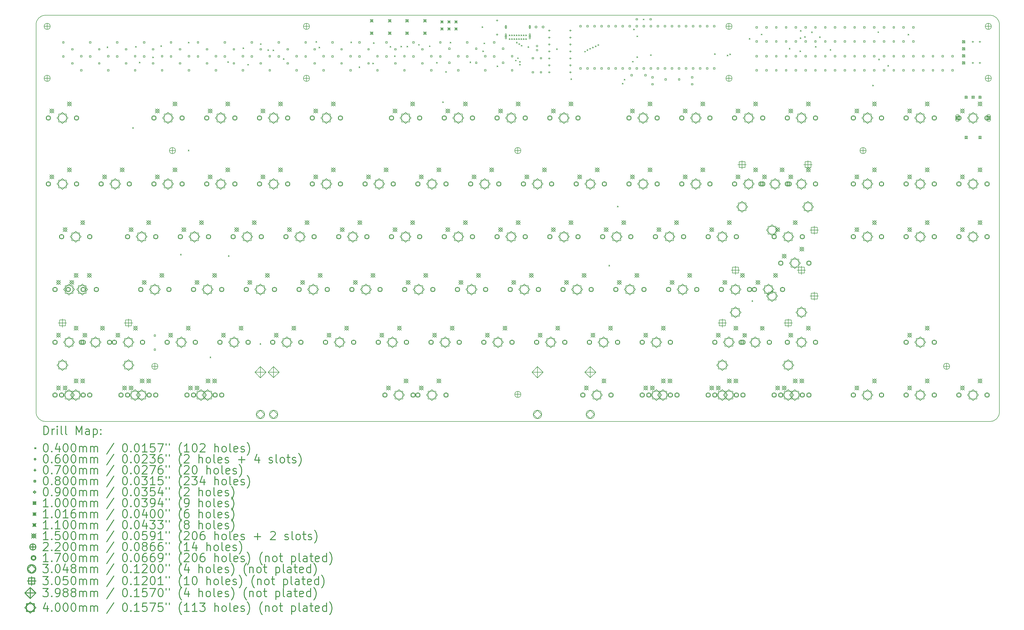
<source format=gbr>
%FSLAX45Y45*%
G04 Gerber Fmt 4.5, Leading zero omitted, Abs format (unit mm)*
G04 Created by KiCad (PCBNEW 5.99.0+really5.1.10+dfsg1-1) date 2021-11-12 03:00:28*
%MOMM*%
%LPD*%
G01*
G04 APERTURE LIST*
%TA.AperFunction,Profile*%
%ADD10C,0.150000*%
%TD*%
%ADD11C,0.200000*%
%ADD12C,0.300000*%
G04 APERTURE END LIST*
D10*
X38481000Y-19861994D02*
G75*
G02*
X38150594Y-20193000I-330706J-300D01*
G01*
X38149994Y-5531350D02*
G75*
G02*
X38481000Y-5861756I300J-330706D01*
G01*
X3714750Y-5862356D02*
G75*
G02*
X4045156Y-5531350I330706J300D01*
G01*
X4045756Y-20193000D02*
G75*
G02*
X3714750Y-19862594I-300J330706D01*
G01*
X38481000Y-5861756D02*
X38481000Y-19861994D01*
X38150594Y-20193000D02*
X4045756Y-20193000D01*
X3714750Y-19862594D02*
X3714750Y-5862356D01*
X4045156Y-5531350D02*
X38149994Y-5531350D01*
D11*
X6269040Y-6667820D02*
X6309040Y-6707820D01*
X6309040Y-6667820D02*
X6269040Y-6707820D01*
X7193600Y-9581200D02*
X7233600Y-9621200D01*
X7233600Y-9581200D02*
X7193600Y-9621200D01*
X7301550Y-6648770D02*
X7341550Y-6688770D01*
X7341550Y-6648770D02*
X7301550Y-6688770D01*
X7434900Y-7219000D02*
X7474900Y-7259000D01*
X7474900Y-7219000D02*
X7434900Y-7259000D01*
X7917500Y-7028500D02*
X7957500Y-7068500D01*
X7957500Y-7028500D02*
X7917500Y-7068500D01*
X8208330Y-6623370D02*
X8248330Y-6663370D01*
X8248330Y-6623370D02*
X8208330Y-6663370D01*
X8920800Y-14153200D02*
X8960800Y-14193200D01*
X8960800Y-14153200D02*
X8920800Y-14193200D01*
X9200200Y-10394000D02*
X9240200Y-10434000D01*
X9240200Y-10394000D02*
X9200200Y-10434000D01*
X9206550Y-6496370D02*
X9246550Y-6536370D01*
X9246550Y-6496370D02*
X9206550Y-6536370D01*
X9987600Y-17861600D02*
X10027600Y-17901600D01*
X10027600Y-17861600D02*
X9987600Y-17901600D01*
X10628950Y-7197410D02*
X10668950Y-7237410D01*
X10668950Y-7197410D02*
X10628950Y-7237410D01*
X10648000Y-14204000D02*
X10688000Y-14244000D01*
X10688000Y-14204000D02*
X10648000Y-14244000D01*
X11177590Y-6702110D02*
X11217590Y-6742110D01*
X11217590Y-6702110D02*
X11177590Y-6742110D01*
X11345230Y-7296470D02*
X11385230Y-7336470D01*
X11385230Y-7296470D02*
X11345230Y-7336470D01*
X11791000Y-17379000D02*
X11831000Y-17419000D01*
X11831000Y-17379000D02*
X11791000Y-17419000D01*
X11803700Y-6550980D02*
X11843700Y-6590980D01*
X11843700Y-6550980D02*
X11803700Y-6590980D01*
X12072940Y-6766880D02*
X12112940Y-6806880D01*
X12112940Y-6766880D02*
X12072940Y-6806880D01*
X12259630Y-6775770D02*
X12299630Y-6815770D01*
X12299630Y-6775770D02*
X12259630Y-6815770D01*
X12634280Y-7089460D02*
X12674280Y-7129460D01*
X12674280Y-7089460D02*
X12634280Y-7129460D01*
X13811570Y-6473510D02*
X13851570Y-6513510D01*
X13851570Y-6473510D02*
X13811570Y-6513510D01*
X13918250Y-6676710D02*
X13958250Y-6716710D01*
X13958250Y-6676710D02*
X13918250Y-6716710D01*
X15066330Y-6491290D02*
X15106330Y-6531290D01*
X15106330Y-6491290D02*
X15066330Y-6531290D01*
X15363510Y-7385370D02*
X15403510Y-7425370D01*
X15403510Y-7385370D02*
X15363510Y-7425370D01*
X15861350Y-7248210D02*
X15901350Y-7288210D01*
X15901350Y-7248210D02*
X15861350Y-7288210D01*
X15881670Y-6511610D02*
X15921670Y-6551610D01*
X15921670Y-6511610D02*
X15881670Y-6551610D01*
X16483650Y-6648770D02*
X16523650Y-6688770D01*
X16523650Y-6648770D02*
X16483650Y-6688770D01*
X16641130Y-6989130D02*
X16681130Y-7029130D01*
X16681130Y-6989130D02*
X16641130Y-7029130D01*
X16872270Y-6638610D02*
X16912270Y-6678610D01*
X16912270Y-6638610D02*
X16872270Y-6678610D01*
X17095790Y-6638610D02*
X17135790Y-6678610D01*
X17135790Y-6638610D02*
X17095790Y-6678610D01*
X17514890Y-6577650D02*
X17554890Y-6617650D01*
X17554890Y-6577650D02*
X17514890Y-6617650D01*
X17903510Y-6628450D02*
X17943510Y-6668450D01*
X17943510Y-6628450D02*
X17903510Y-6668450D01*
X18162590Y-7227890D02*
X18202590Y-7267890D01*
X18202590Y-7227890D02*
X18162590Y-7267890D01*
X18383570Y-8647750D02*
X18423570Y-8687750D01*
X18423570Y-8647750D02*
X18383570Y-8687750D01*
X18490250Y-7553010D02*
X18530250Y-7593010D01*
X18530250Y-7553010D02*
X18490250Y-7593010D01*
X18652810Y-6496370D02*
X18692810Y-6536370D01*
X18692810Y-6496370D02*
X18652810Y-6536370D01*
X19369090Y-7210110D02*
X19409090Y-7250110D01*
X19409090Y-7210110D02*
X19369090Y-7250110D01*
X19805970Y-5935030D02*
X19845970Y-5975030D01*
X19845970Y-5935030D02*
X19805970Y-5975030D01*
X19828830Y-6808790D02*
X19868830Y-6848790D01*
X19868830Y-6808790D02*
X19828830Y-6848790D01*
X19872010Y-6526850D02*
X19912010Y-6566850D01*
X19912010Y-6526850D02*
X19872010Y-6566850D01*
X20346990Y-7352350D02*
X20386990Y-7392350D01*
X20386990Y-7352350D02*
X20346990Y-7392350D01*
X20783625Y-6237270D02*
X20823625Y-6277270D01*
X20823625Y-6237270D02*
X20783625Y-6277270D01*
X20784125Y-6369770D02*
X20824125Y-6409770D01*
X20824125Y-6369770D02*
X20784125Y-6409770D01*
X20868625Y-6237270D02*
X20908625Y-6277270D01*
X20908625Y-6237270D02*
X20868625Y-6277270D01*
X20869125Y-6369770D02*
X20909125Y-6409770D01*
X20909125Y-6369770D02*
X20869125Y-6409770D01*
X20953625Y-6237270D02*
X20993625Y-6277270D01*
X20993625Y-6237270D02*
X20953625Y-6277270D01*
X20954125Y-6369770D02*
X20994125Y-6409770D01*
X20994125Y-6369770D02*
X20954125Y-6409770D01*
X21009930Y-7144070D02*
X21049930Y-7184070D01*
X21049930Y-7144070D02*
X21009930Y-7184070D01*
X21038625Y-6237270D02*
X21078625Y-6277270D01*
X21078625Y-6237270D02*
X21038625Y-6277270D01*
X21039125Y-6369770D02*
X21079125Y-6409770D01*
X21079125Y-6369770D02*
X21039125Y-6409770D01*
X21045490Y-6493830D02*
X21085490Y-6533830D01*
X21085490Y-6493830D02*
X21045490Y-6533830D01*
X21086130Y-7060250D02*
X21126130Y-7100250D01*
X21126130Y-7060250D02*
X21086130Y-7100250D01*
X21123625Y-6237270D02*
X21163625Y-6277270D01*
X21163625Y-6237270D02*
X21123625Y-6277270D01*
X21124125Y-6369770D02*
X21164125Y-6409770D01*
X21164125Y-6369770D02*
X21124125Y-6409770D01*
X21130691Y-6551278D02*
X21170691Y-6591278D01*
X21170691Y-6551278D02*
X21130691Y-6591278D01*
X21158630Y-7192660D02*
X21198630Y-7232660D01*
X21198630Y-7192660D02*
X21158630Y-7232660D01*
X21158630Y-7292660D02*
X21198630Y-7332660D01*
X21198630Y-7292660D02*
X21158630Y-7332660D01*
X21208625Y-6237270D02*
X21248625Y-6277270D01*
X21248625Y-6237270D02*
X21208625Y-6277270D01*
X21209125Y-6369770D02*
X21249125Y-6409770D01*
X21249125Y-6369770D02*
X21209125Y-6409770D01*
X21220750Y-6610670D02*
X21260750Y-6650670D01*
X21260750Y-6610670D02*
X21220750Y-6650670D01*
X21293625Y-6237270D02*
X21333625Y-6277270D01*
X21333625Y-6237270D02*
X21293625Y-6277270D01*
X21294125Y-6369770D02*
X21334125Y-6409770D01*
X21334125Y-6369770D02*
X21294125Y-6409770D01*
X21379125Y-6237270D02*
X21419125Y-6277270D01*
X21419125Y-6237270D02*
X21379125Y-6277270D01*
X21379125Y-6369770D02*
X21419125Y-6409770D01*
X21419125Y-6369770D02*
X21379125Y-6409770D01*
X21460780Y-6657660D02*
X21500780Y-6697660D01*
X21500780Y-6657660D02*
X21460780Y-6697660D01*
X22492020Y-6736400D02*
X22532020Y-6776400D01*
X22532020Y-6736400D02*
X22492020Y-6776400D01*
X23008910Y-7817170D02*
X23048910Y-7857170D01*
X23048910Y-7817170D02*
X23008910Y-7857170D01*
X23508155Y-6822922D02*
X23548155Y-6862922D01*
X23548155Y-6822922D02*
X23508155Y-6862922D01*
X23593575Y-6766733D02*
X23633575Y-6806733D01*
X23633575Y-6766733D02*
X23593575Y-6806733D01*
X23691797Y-6721732D02*
X23731797Y-6761732D01*
X23731797Y-6721732D02*
X23691797Y-6761732D01*
X23791772Y-6676731D02*
X23831772Y-6716731D01*
X23831772Y-6676731D02*
X23791772Y-6716731D01*
X23891749Y-6631730D02*
X23931749Y-6671730D01*
X23931749Y-6631730D02*
X23891749Y-6671730D01*
X23987828Y-6586729D02*
X24027828Y-6626729D01*
X24027828Y-6586729D02*
X23987828Y-6626729D01*
X24380510Y-14548170D02*
X24420510Y-14588170D01*
X24420510Y-14548170D02*
X24380510Y-14588170D01*
X24687850Y-12412030D02*
X24727850Y-12452030D01*
X24727850Y-12412030D02*
X24687850Y-12452030D01*
X24867725Y-7977655D02*
X24907725Y-8017655D01*
X24907725Y-7977655D02*
X24867725Y-8017655D01*
X24933569Y-7836220D02*
X24973569Y-7876220D01*
X24973569Y-7836220D02*
X24933569Y-7876220D01*
X25234085Y-7186454D02*
X25274085Y-7226454D01*
X25274085Y-7186454D02*
X25234085Y-7226454D01*
X25271946Y-6021286D02*
X25311946Y-6061286D01*
X25311946Y-6021286D02*
X25271946Y-6061286D01*
X25390160Y-6271580D02*
X25430160Y-6311580D01*
X25430160Y-6271580D02*
X25390160Y-6311580D01*
X25390160Y-7020880D02*
X25430160Y-7060880D01*
X25430160Y-7020880D02*
X25390160Y-7060880D01*
X25621300Y-5663250D02*
X25661300Y-5703250D01*
X25661300Y-5663250D02*
X25621300Y-5703250D01*
X25880380Y-6949760D02*
X25920380Y-6989760D01*
X25920380Y-6949760D02*
X25880380Y-6989760D01*
X28193050Y-6914200D02*
X28233050Y-6954200D01*
X28233050Y-6914200D02*
X28193050Y-6954200D01*
X28654060Y-6962350D02*
X28694060Y-7002350D01*
X28694060Y-6962350D02*
X28654060Y-7002350D01*
X28744914Y-6917349D02*
X28784914Y-6957349D01*
X28784914Y-6917349D02*
X28744914Y-6957349D01*
X29446540Y-6363020D02*
X29486540Y-6403020D01*
X29486540Y-6363020D02*
X29446540Y-6403020D01*
X29545600Y-15829600D02*
X29585600Y-15869600D01*
X29585600Y-15829600D02*
X29545600Y-15869600D01*
X29877070Y-6204270D02*
X29917070Y-6244270D01*
X29917070Y-6204270D02*
X29877070Y-6244270D01*
X30891800Y-6718620D02*
X30931800Y-6758620D01*
X30931800Y-6718620D02*
X30891800Y-6758620D01*
X31274070Y-6808790D02*
X31314070Y-6848790D01*
X31314070Y-6808790D02*
X31274070Y-6848790D01*
X31286770Y-6333810D02*
X31326770Y-6373810D01*
X31326770Y-6333810D02*
X31286770Y-6373810D01*
X31294390Y-6072190D02*
X31334390Y-6112190D01*
X31334390Y-6072190D02*
X31294390Y-6112190D01*
X31444250Y-6293170D02*
X31484250Y-6333170D01*
X31484250Y-6293170D02*
X31444250Y-6333170D01*
X31695710Y-6125530D02*
X31735710Y-6165530D01*
X31735710Y-6125530D02*
X31695710Y-6165530D01*
X31832870Y-6651310D02*
X31872870Y-6691310D01*
X31872870Y-6651310D02*
X31832870Y-6691310D01*
X31984000Y-6304600D02*
X32024000Y-6344600D01*
X32024000Y-6304600D02*
X31984000Y-6344600D01*
X32363730Y-6760530D02*
X32403730Y-6800530D01*
X32403730Y-6760530D02*
X32363730Y-6800530D01*
X33901700Y-8044500D02*
X33941700Y-8084500D01*
X33941700Y-8044500D02*
X33901700Y-8084500D01*
X34092200Y-6119180D02*
X34132200Y-6159180D01*
X34132200Y-6119180D02*
X34092200Y-6159180D01*
X34117600Y-7107240D02*
X34157600Y-7147240D01*
X34157600Y-7107240D02*
X34117600Y-7147240D01*
X34447800Y-7333300D02*
X34487800Y-7373300D01*
X34487800Y-7333300D02*
X34447800Y-7373300D01*
X35176780Y-6208080D02*
X35216780Y-6248080D01*
X35216780Y-6208080D02*
X35176780Y-6248080D01*
X20699125Y-5953770D02*
G75*
G03*
X20699125Y-5953770I-30000J0D01*
G01*
X20689125Y-5993770D02*
X20689125Y-5913770D01*
X20649125Y-5993770D02*
X20649125Y-5913770D01*
X20689125Y-5913770D02*
G75*
G03*
X20649125Y-5913770I-20000J0D01*
G01*
X20649125Y-5993770D02*
G75*
G03*
X20689125Y-5993770I20000J0D01*
G01*
X20699125Y-6291770D02*
G75*
G03*
X20699125Y-6291770I-30000J0D01*
G01*
X20689125Y-6366770D02*
X20689125Y-6216770D01*
X20649125Y-6366770D02*
X20649125Y-6216770D01*
X20689125Y-6216770D02*
G75*
G03*
X20649125Y-6216770I-20000J0D01*
G01*
X20649125Y-6366770D02*
G75*
G03*
X20689125Y-6366770I20000J0D01*
G01*
X21564125Y-5953770D02*
G75*
G03*
X21564125Y-5953770I-30000J0D01*
G01*
X21554125Y-5993770D02*
X21554125Y-5913770D01*
X21514125Y-5993770D02*
X21514125Y-5913770D01*
X21554125Y-5913770D02*
G75*
G03*
X21514125Y-5913770I-20000J0D01*
G01*
X21514125Y-5993770D02*
G75*
G03*
X21554125Y-5993770I20000J0D01*
G01*
X21564125Y-6291770D02*
G75*
G03*
X21564125Y-6291770I-30000J0D01*
G01*
X21554125Y-6366770D02*
X21554125Y-6216770D01*
X21514125Y-6366770D02*
X21514125Y-6216770D01*
X21554125Y-6216770D02*
G75*
G03*
X21514125Y-6216770I-20000J0D01*
G01*
X21514125Y-6366770D02*
G75*
G03*
X21554125Y-6366770I20000J0D01*
G01*
X21824546Y-6641154D02*
G75*
G03*
X21824546Y-6641154I-30000J0D01*
G01*
X21824546Y-6791154D02*
G75*
G03*
X21824546Y-6791154I-30000J0D01*
G01*
X20351540Y-5682810D02*
X20351540Y-5752810D01*
X20316540Y-5717810D02*
X20386540Y-5717810D01*
X20351540Y-6192810D02*
X20351540Y-6262810D01*
X20316540Y-6227810D02*
X20386540Y-6227810D01*
X22236430Y-6047030D02*
X22236430Y-6117030D01*
X22201430Y-6082030D02*
X22271430Y-6082030D01*
X22236430Y-6298126D02*
X22236430Y-6368126D01*
X22201430Y-6333126D02*
X22271430Y-6333126D01*
X22236430Y-6549223D02*
X22236430Y-6619223D01*
X22201430Y-6584223D02*
X22271430Y-6584223D01*
X22236430Y-6800319D02*
X22236430Y-6870319D01*
X22201430Y-6835319D02*
X22271430Y-6835319D01*
X22236430Y-7051415D02*
X22236430Y-7121415D01*
X22201430Y-7086415D02*
X22271430Y-7086415D01*
X22236430Y-7302511D02*
X22236430Y-7372511D01*
X22201430Y-7337511D02*
X22271430Y-7337511D01*
X22236430Y-7553608D02*
X22236430Y-7623608D01*
X22201430Y-7588608D02*
X22271430Y-7588608D01*
X22998430Y-6047030D02*
X22998430Y-6117030D01*
X22963430Y-6082030D02*
X23033430Y-6082030D01*
X22998430Y-6298126D02*
X22998430Y-6368126D01*
X22963430Y-6333126D02*
X23033430Y-6333126D01*
X22998430Y-6549223D02*
X22998430Y-6619223D01*
X22963430Y-6584223D02*
X23033430Y-6584223D01*
X22998430Y-6800319D02*
X22998430Y-6870319D01*
X22963430Y-6835319D02*
X23033430Y-6835319D01*
X22998430Y-7051415D02*
X22998430Y-7121415D01*
X22963430Y-7086415D02*
X23033430Y-7086415D01*
X22998430Y-7302511D02*
X22998430Y-7372511D01*
X22963430Y-7337511D02*
X23033430Y-7337511D01*
X22998430Y-7553608D02*
X22998430Y-7623608D01*
X22963430Y-7588608D02*
X23033430Y-7588608D01*
X37524540Y-6451840D02*
X37524540Y-6521840D01*
X37489540Y-6486840D02*
X37559540Y-6486840D01*
X37524540Y-7213840D02*
X37524540Y-7283840D01*
X37489540Y-7248840D02*
X37559540Y-7248840D01*
X37774540Y-6451840D02*
X37774540Y-6521840D01*
X37739540Y-6486840D02*
X37809540Y-6486840D01*
X37774540Y-7213840D02*
X37774540Y-7283840D01*
X37739540Y-7248840D02*
X37809540Y-7248840D01*
X4726425Y-6537721D02*
X4726425Y-6481152D01*
X4669856Y-6481152D01*
X4669856Y-6537721D01*
X4726425Y-6537721D01*
X4726425Y-7045721D02*
X4726425Y-6989152D01*
X4669856Y-6989152D01*
X4669856Y-7045721D01*
X4726425Y-7045721D01*
X5050368Y-6785750D02*
X5050368Y-6729181D01*
X4993799Y-6729181D01*
X4993799Y-6785750D01*
X5050368Y-6785750D01*
X5050368Y-7293750D02*
X5050368Y-7237181D01*
X4993799Y-7237181D01*
X4993799Y-7293750D01*
X5050368Y-7293750D01*
X5374311Y-7033779D02*
X5374311Y-6977210D01*
X5317742Y-6977210D01*
X5317742Y-7033779D01*
X5374311Y-7033779D01*
X5374311Y-7541779D02*
X5374311Y-7485210D01*
X5317742Y-7485210D01*
X5317742Y-7541779D01*
X5374311Y-7541779D01*
X5698255Y-6537721D02*
X5698255Y-6481152D01*
X5641686Y-6481152D01*
X5641686Y-6537721D01*
X5698255Y-6537721D01*
X5698255Y-7045721D02*
X5698255Y-6989152D01*
X5641686Y-6989152D01*
X5641686Y-7045721D01*
X5698255Y-7045721D01*
X6022198Y-6785750D02*
X6022198Y-6729181D01*
X5965629Y-6729181D01*
X5965629Y-6785750D01*
X6022198Y-6785750D01*
X6022198Y-7293750D02*
X6022198Y-7237181D01*
X5965629Y-7237181D01*
X5965629Y-7293750D01*
X6022198Y-7293750D01*
X6346141Y-7033779D02*
X6346141Y-6977210D01*
X6289572Y-6977210D01*
X6289572Y-7033779D01*
X6346141Y-7033779D01*
X6346141Y-7541779D02*
X6346141Y-7485210D01*
X6289572Y-7485210D01*
X6289572Y-7541779D01*
X6346141Y-7541779D01*
X6670084Y-6537721D02*
X6670084Y-6481152D01*
X6613515Y-6481152D01*
X6613515Y-6537721D01*
X6670084Y-6537721D01*
X6670084Y-7045721D02*
X6670084Y-6989152D01*
X6613515Y-6989152D01*
X6613515Y-7045721D01*
X6670084Y-7045721D01*
X6994028Y-6785750D02*
X6994028Y-6729181D01*
X6937459Y-6729181D01*
X6937459Y-6785750D01*
X6994028Y-6785750D01*
X6994028Y-7293750D02*
X6994028Y-7237181D01*
X6937459Y-7237181D01*
X6937459Y-7293750D01*
X6994028Y-7293750D01*
X7317971Y-7033779D02*
X7317971Y-6977210D01*
X7261402Y-6977210D01*
X7261402Y-7033779D01*
X7317971Y-7033779D01*
X7317971Y-7541779D02*
X7317971Y-7485210D01*
X7261402Y-7485210D01*
X7261402Y-7541779D01*
X7317971Y-7541779D01*
X7641914Y-6537721D02*
X7641914Y-6481152D01*
X7585345Y-6481152D01*
X7585345Y-6537721D01*
X7641914Y-6537721D01*
X7641914Y-7045721D02*
X7641914Y-6989152D01*
X7585345Y-6989152D01*
X7585345Y-7045721D01*
X7641914Y-7045721D01*
X7965858Y-6785750D02*
X7965858Y-6729181D01*
X7909289Y-6729181D01*
X7909289Y-6785750D01*
X7965858Y-6785750D01*
X7965858Y-7293750D02*
X7965858Y-7237181D01*
X7909289Y-7237181D01*
X7909289Y-7293750D01*
X7965858Y-7293750D01*
X8029284Y-17122485D02*
X8029284Y-17065916D01*
X7972715Y-17065916D01*
X7972715Y-17122485D01*
X8029284Y-17122485D01*
X8029284Y-17630485D02*
X8029284Y-17573916D01*
X7972715Y-17573916D01*
X7972715Y-17630485D01*
X8029284Y-17630485D01*
X8289801Y-7033779D02*
X8289801Y-6977210D01*
X8233232Y-6977210D01*
X8233232Y-7033779D01*
X8289801Y-7033779D01*
X8289801Y-7541779D02*
X8289801Y-7485210D01*
X8233232Y-7485210D01*
X8233232Y-7541779D01*
X8289801Y-7541779D01*
X8613744Y-6537721D02*
X8613744Y-6481152D01*
X8557175Y-6481152D01*
X8557175Y-6537721D01*
X8613744Y-6537721D01*
X8613744Y-7045721D02*
X8613744Y-6989152D01*
X8557175Y-6989152D01*
X8557175Y-7045721D01*
X8613744Y-7045721D01*
X8937688Y-6785750D02*
X8937688Y-6729181D01*
X8881119Y-6729181D01*
X8881119Y-6785750D01*
X8937688Y-6785750D01*
X8937688Y-7293750D02*
X8937688Y-7237181D01*
X8881119Y-7237181D01*
X8881119Y-7293750D01*
X8937688Y-7293750D01*
X9261631Y-7033779D02*
X9261631Y-6977210D01*
X9205062Y-6977210D01*
X9205062Y-7033779D01*
X9261631Y-7033779D01*
X9261631Y-7541779D02*
X9261631Y-7485210D01*
X9205062Y-7485210D01*
X9205062Y-7541779D01*
X9261631Y-7541779D01*
X9585574Y-6537721D02*
X9585574Y-6481152D01*
X9529005Y-6481152D01*
X9529005Y-6537721D01*
X9585574Y-6537721D01*
X9585574Y-7045721D02*
X9585574Y-6989152D01*
X9529005Y-6989152D01*
X9529005Y-7045721D01*
X9585574Y-7045721D01*
X9909518Y-6785750D02*
X9909518Y-6729181D01*
X9852949Y-6729181D01*
X9852949Y-6785750D01*
X9909518Y-6785750D01*
X9909518Y-7293750D02*
X9909518Y-7237181D01*
X9852949Y-7237181D01*
X9852949Y-7293750D01*
X9909518Y-7293750D01*
X10233461Y-7033779D02*
X10233461Y-6977210D01*
X10176892Y-6977210D01*
X10176892Y-7033779D01*
X10233461Y-7033779D01*
X10233461Y-7541779D02*
X10233461Y-7485210D01*
X10176892Y-7485210D01*
X10176892Y-7541779D01*
X10233461Y-7541779D01*
X10557404Y-6537721D02*
X10557404Y-6481152D01*
X10500835Y-6481152D01*
X10500835Y-6537721D01*
X10557404Y-6537721D01*
X10557404Y-7045721D02*
X10557404Y-6989152D01*
X10500835Y-6989152D01*
X10500835Y-7045721D01*
X10557404Y-7045721D01*
X10881347Y-6785750D02*
X10881347Y-6729181D01*
X10824778Y-6729181D01*
X10824778Y-6785750D01*
X10881347Y-6785750D01*
X10881347Y-7293750D02*
X10881347Y-7237181D01*
X10824778Y-7237181D01*
X10824778Y-7293750D01*
X10881347Y-7293750D01*
X11205291Y-7033779D02*
X11205291Y-6977210D01*
X11148722Y-6977210D01*
X11148722Y-7033779D01*
X11205291Y-7033779D01*
X11205291Y-7541779D02*
X11205291Y-7485210D01*
X11148722Y-7485210D01*
X11148722Y-7541779D01*
X11205291Y-7541779D01*
X11529234Y-6537721D02*
X11529234Y-6481152D01*
X11472665Y-6481152D01*
X11472665Y-6537721D01*
X11529234Y-6537721D01*
X11529234Y-7045721D02*
X11529234Y-6989152D01*
X11472665Y-6989152D01*
X11472665Y-7045721D01*
X11529234Y-7045721D01*
X11853177Y-6785750D02*
X11853177Y-6729181D01*
X11796608Y-6729181D01*
X11796608Y-6785750D01*
X11853177Y-6785750D01*
X11853177Y-7293750D02*
X11853177Y-7237181D01*
X11796608Y-7237181D01*
X11796608Y-7293750D01*
X11853177Y-7293750D01*
X12177121Y-7033779D02*
X12177121Y-6977210D01*
X12120552Y-6977210D01*
X12120552Y-7033779D01*
X12177121Y-7033779D01*
X12177121Y-7541779D02*
X12177121Y-7485210D01*
X12120552Y-7485210D01*
X12120552Y-7541779D01*
X12177121Y-7541779D01*
X12501064Y-6537721D02*
X12501064Y-6481152D01*
X12444495Y-6481152D01*
X12444495Y-6537721D01*
X12501064Y-6537721D01*
X12501064Y-7045721D02*
X12501064Y-6989152D01*
X12444495Y-6989152D01*
X12444495Y-7045721D01*
X12501064Y-7045721D01*
X12825007Y-6785750D02*
X12825007Y-6729181D01*
X12768438Y-6729181D01*
X12768438Y-6785750D01*
X12825007Y-6785750D01*
X12825007Y-7293750D02*
X12825007Y-7237181D01*
X12768438Y-7237181D01*
X12768438Y-7293750D01*
X12825007Y-7293750D01*
X13148950Y-7033779D02*
X13148950Y-6977210D01*
X13092381Y-6977210D01*
X13092381Y-7033779D01*
X13148950Y-7033779D01*
X13148950Y-7541779D02*
X13148950Y-7485210D01*
X13092381Y-7485210D01*
X13092381Y-7541779D01*
X13148950Y-7541779D01*
X13472894Y-6537721D02*
X13472894Y-6481152D01*
X13416325Y-6481152D01*
X13416325Y-6537721D01*
X13472894Y-6537721D01*
X13472894Y-7045721D02*
X13472894Y-6989152D01*
X13416325Y-6989152D01*
X13416325Y-7045721D01*
X13472894Y-7045721D01*
X13796837Y-6785750D02*
X13796837Y-6729181D01*
X13740268Y-6729181D01*
X13740268Y-6785750D01*
X13796837Y-6785750D01*
X13796837Y-7293750D02*
X13796837Y-7237181D01*
X13740268Y-7237181D01*
X13740268Y-7293750D01*
X13796837Y-7293750D01*
X14120780Y-7033779D02*
X14120780Y-6977210D01*
X14064211Y-6977210D01*
X14064211Y-7033779D01*
X14120780Y-7033779D01*
X14120780Y-7541779D02*
X14120780Y-7485210D01*
X14064211Y-7485210D01*
X14064211Y-7541779D01*
X14120780Y-7541779D01*
X14444724Y-6537721D02*
X14444724Y-6481152D01*
X14388155Y-6481152D01*
X14388155Y-6537721D01*
X14444724Y-6537721D01*
X14444724Y-7045721D02*
X14444724Y-6989152D01*
X14388155Y-6989152D01*
X14388155Y-7045721D01*
X14444724Y-7045721D01*
X14768667Y-6785750D02*
X14768667Y-6729181D01*
X14712098Y-6729181D01*
X14712098Y-6785750D01*
X14768667Y-6785750D01*
X14768667Y-7293750D02*
X14768667Y-7237181D01*
X14712098Y-7237181D01*
X14712098Y-7293750D01*
X14768667Y-7293750D01*
X15092610Y-7033779D02*
X15092610Y-6977210D01*
X15036041Y-6977210D01*
X15036041Y-7033779D01*
X15092610Y-7033779D01*
X15092610Y-7541779D02*
X15092610Y-7485210D01*
X15036041Y-7485210D01*
X15036041Y-7541779D01*
X15092610Y-7541779D01*
X15416554Y-6537721D02*
X15416554Y-6481152D01*
X15359985Y-6481152D01*
X15359985Y-6537721D01*
X15416554Y-6537721D01*
X15416554Y-7045721D02*
X15416554Y-6989152D01*
X15359985Y-6989152D01*
X15359985Y-7045721D01*
X15416554Y-7045721D01*
X15740497Y-6785750D02*
X15740497Y-6729181D01*
X15683928Y-6729181D01*
X15683928Y-6785750D01*
X15740497Y-6785750D01*
X15740497Y-7293750D02*
X15740497Y-7237181D01*
X15683928Y-7237181D01*
X15683928Y-7293750D01*
X15740497Y-7293750D01*
X16064440Y-7033779D02*
X16064440Y-6977210D01*
X16007871Y-6977210D01*
X16007871Y-7033779D01*
X16064440Y-7033779D01*
X16064440Y-7541779D02*
X16064440Y-7485210D01*
X16007871Y-7485210D01*
X16007871Y-7541779D01*
X16064440Y-7541779D01*
X16388383Y-6537721D02*
X16388383Y-6481152D01*
X16331814Y-6481152D01*
X16331814Y-6537721D01*
X16388383Y-6537721D01*
X16388383Y-7045721D02*
X16388383Y-6989152D01*
X16331814Y-6989152D01*
X16331814Y-7045721D01*
X16388383Y-7045721D01*
X16712327Y-6785750D02*
X16712327Y-6729181D01*
X16655758Y-6729181D01*
X16655758Y-6785750D01*
X16712327Y-6785750D01*
X16712327Y-7293750D02*
X16712327Y-7237181D01*
X16655758Y-7237181D01*
X16655758Y-7293750D01*
X16712327Y-7293750D01*
X17036270Y-7033779D02*
X17036270Y-6977210D01*
X16979701Y-6977210D01*
X16979701Y-7033779D01*
X17036270Y-7033779D01*
X17036270Y-7541779D02*
X17036270Y-7485210D01*
X16979701Y-7485210D01*
X16979701Y-7541779D01*
X17036270Y-7541779D01*
X17360213Y-6537721D02*
X17360213Y-6481152D01*
X17303644Y-6481152D01*
X17303644Y-6537721D01*
X17360213Y-6537721D01*
X17360213Y-7045721D02*
X17360213Y-6989152D01*
X17303644Y-6989152D01*
X17303644Y-7045721D01*
X17360213Y-7045721D01*
X17684157Y-6785750D02*
X17684157Y-6729181D01*
X17627588Y-6729181D01*
X17627588Y-6785750D01*
X17684157Y-6785750D01*
X17684157Y-7293750D02*
X17684157Y-7237181D01*
X17627588Y-7237181D01*
X17627588Y-7293750D01*
X17684157Y-7293750D01*
X18008100Y-7033779D02*
X18008100Y-6977210D01*
X17951531Y-6977210D01*
X17951531Y-7033779D01*
X18008100Y-7033779D01*
X18008100Y-7541779D02*
X18008100Y-7485210D01*
X17951531Y-7485210D01*
X17951531Y-7541779D01*
X18008100Y-7541779D01*
X18332043Y-6537721D02*
X18332043Y-6481152D01*
X18275474Y-6481152D01*
X18275474Y-6537721D01*
X18332043Y-6537721D01*
X18332043Y-7045721D02*
X18332043Y-6989152D01*
X18275474Y-6989152D01*
X18275474Y-7045721D01*
X18332043Y-7045721D01*
X18655987Y-6765634D02*
X18655987Y-6709065D01*
X18599418Y-6709065D01*
X18599418Y-6765634D01*
X18655987Y-6765634D01*
X18655987Y-7273634D02*
X18655987Y-7217065D01*
X18599418Y-7217065D01*
X18599418Y-7273634D01*
X18655987Y-7273634D01*
X18979931Y-7033779D02*
X18979931Y-6977210D01*
X18923362Y-6977210D01*
X18923362Y-7033779D01*
X18979931Y-7033779D01*
X18979931Y-7541779D02*
X18979931Y-7485210D01*
X18923362Y-7485210D01*
X18923362Y-7541779D01*
X18979931Y-7541779D01*
X19303875Y-6537721D02*
X19303875Y-6481152D01*
X19247306Y-6481152D01*
X19247306Y-6537721D01*
X19303875Y-6537721D01*
X19303875Y-7045721D02*
X19303875Y-6989152D01*
X19247306Y-6989152D01*
X19247306Y-7045721D01*
X19303875Y-7045721D01*
X19627819Y-6765634D02*
X19627819Y-6709065D01*
X19571250Y-6709065D01*
X19571250Y-6765634D01*
X19627819Y-6765634D01*
X19627819Y-7273634D02*
X19627819Y-7217065D01*
X19571250Y-7217065D01*
X19571250Y-7273634D01*
X19627819Y-7273634D01*
X19951763Y-7033779D02*
X19951763Y-6977210D01*
X19895194Y-6977210D01*
X19895194Y-7033779D01*
X19951763Y-7033779D01*
X19951763Y-7541779D02*
X19951763Y-7485210D01*
X19895194Y-7485210D01*
X19895194Y-7541779D01*
X19951763Y-7541779D01*
X20275707Y-6537721D02*
X20275707Y-6481152D01*
X20219138Y-6481152D01*
X20219138Y-6537721D01*
X20275707Y-6537721D01*
X20275707Y-7045721D02*
X20275707Y-6989152D01*
X20219138Y-6989152D01*
X20219138Y-7045721D01*
X20275707Y-7045721D01*
X20599651Y-6765634D02*
X20599651Y-6709065D01*
X20543082Y-6709065D01*
X20543082Y-6765634D01*
X20599651Y-6765634D01*
X20599651Y-7273634D02*
X20599651Y-7217065D01*
X20543082Y-7217065D01*
X20543082Y-7273634D01*
X20599651Y-7273634D01*
X20923595Y-7033779D02*
X20923595Y-6977210D01*
X20867026Y-6977210D01*
X20867026Y-7033779D01*
X20923595Y-7033779D01*
X20923595Y-7541779D02*
X20923595Y-7485210D01*
X20867026Y-7485210D01*
X20867026Y-7541779D01*
X20923595Y-7541779D01*
X21670355Y-7108534D02*
X21670355Y-7051965D01*
X21613786Y-7051965D01*
X21613786Y-7108534D01*
X21670355Y-7108534D01*
X21670355Y-7616534D02*
X21670355Y-7559965D01*
X21613786Y-7559965D01*
X21613786Y-7616534D01*
X21670355Y-7616534D01*
X21964995Y-7108534D02*
X21964995Y-7051965D01*
X21908426Y-7051965D01*
X21908426Y-7108534D01*
X21964995Y-7108534D01*
X21964995Y-7616534D02*
X21964995Y-7559965D01*
X21908426Y-7559965D01*
X21908426Y-7616534D01*
X21964995Y-7616534D01*
X23389934Y-5952834D02*
X23389934Y-5896265D01*
X23333365Y-5896265D01*
X23333365Y-5952834D01*
X23389934Y-5952834D01*
X23389934Y-7476834D02*
X23389934Y-7420265D01*
X23333365Y-7420265D01*
X23333365Y-7476834D01*
X23389934Y-7476834D01*
X23643934Y-5952834D02*
X23643934Y-5896265D01*
X23587365Y-5896265D01*
X23587365Y-5952834D01*
X23643934Y-5952834D01*
X23643934Y-7476834D02*
X23643934Y-7420265D01*
X23587365Y-7420265D01*
X23587365Y-7476834D01*
X23643934Y-7476834D01*
X23897934Y-5952834D02*
X23897934Y-5896265D01*
X23841365Y-5896265D01*
X23841365Y-5952834D01*
X23897934Y-5952834D01*
X23897934Y-7476834D02*
X23897934Y-7420265D01*
X23841365Y-7420265D01*
X23841365Y-7476834D01*
X23897934Y-7476834D01*
X24151934Y-5952834D02*
X24151934Y-5896265D01*
X24095365Y-5896265D01*
X24095365Y-5952834D01*
X24151934Y-5952834D01*
X24151934Y-7476834D02*
X24151934Y-7420265D01*
X24095365Y-7420265D01*
X24095365Y-7476834D01*
X24151934Y-7476834D01*
X24405934Y-5952834D02*
X24405934Y-5896265D01*
X24349365Y-5896265D01*
X24349365Y-5952834D01*
X24405934Y-5952834D01*
X24405934Y-7476834D02*
X24405934Y-7420265D01*
X24349365Y-7420265D01*
X24349365Y-7476834D01*
X24405934Y-7476834D01*
X24659934Y-5952834D02*
X24659934Y-5896265D01*
X24603365Y-5896265D01*
X24603365Y-5952834D01*
X24659934Y-5952834D01*
X24659934Y-7476834D02*
X24659934Y-7420265D01*
X24603365Y-7420265D01*
X24603365Y-7476834D01*
X24659934Y-7476834D01*
X24913934Y-5952834D02*
X24913934Y-5896265D01*
X24857365Y-5896265D01*
X24857365Y-5952834D01*
X24913934Y-5952834D01*
X24913934Y-7476834D02*
X24913934Y-7420265D01*
X24857365Y-7420265D01*
X24857365Y-7476834D01*
X24913934Y-7476834D01*
X25167934Y-5952834D02*
X25167934Y-5896265D01*
X25111365Y-5896265D01*
X25111365Y-5952834D01*
X25167934Y-5952834D01*
X25167934Y-7476834D02*
X25167934Y-7420265D01*
X25111365Y-7420265D01*
X25111365Y-7476834D01*
X25167934Y-7476834D01*
X25236514Y-7720674D02*
X25236514Y-7664105D01*
X25179945Y-7664105D01*
X25179945Y-7720674D01*
X25236514Y-7720674D01*
X25421934Y-5952834D02*
X25421934Y-5896265D01*
X25365365Y-5896265D01*
X25365365Y-5952834D01*
X25421934Y-5952834D01*
X25421934Y-7476834D02*
X25421934Y-7420265D01*
X25365365Y-7420265D01*
X25365365Y-7476834D01*
X25421934Y-7476834D01*
X25422314Y-5703914D02*
X25422314Y-5647345D01*
X25365745Y-5647345D01*
X25365745Y-5703914D01*
X25422314Y-5703914D01*
X25675934Y-5952834D02*
X25675934Y-5896265D01*
X25619365Y-5896265D01*
X25619365Y-5952834D01*
X25675934Y-5952834D01*
X25675934Y-7476834D02*
X25675934Y-7420265D01*
X25619365Y-7420265D01*
X25619365Y-7476834D01*
X25675934Y-7476834D01*
X25736514Y-7720674D02*
X25736514Y-7664105D01*
X25679945Y-7664105D01*
X25679945Y-7720674D01*
X25736514Y-7720674D01*
X25922314Y-5703914D02*
X25922314Y-5647345D01*
X25865745Y-5647345D01*
X25865745Y-5703914D01*
X25922314Y-5703914D01*
X25929934Y-5952834D02*
X25929934Y-5896265D01*
X25873365Y-5896265D01*
X25873365Y-5952834D01*
X25929934Y-5952834D01*
X25929934Y-7476834D02*
X25929934Y-7420265D01*
X25873365Y-7420265D01*
X25873365Y-7476834D01*
X25929934Y-7476834D01*
X25990894Y-7798334D02*
X25990894Y-7741765D01*
X25934325Y-7741765D01*
X25934325Y-7798334D01*
X25990894Y-7798334D01*
X25990894Y-8048334D02*
X25990894Y-7991765D01*
X25934325Y-7991765D01*
X25934325Y-8048334D01*
X25990894Y-8048334D01*
X26183934Y-5952834D02*
X26183934Y-5896265D01*
X26127365Y-5896265D01*
X26127365Y-5952834D01*
X26183934Y-5952834D01*
X26183934Y-7476834D02*
X26183934Y-7420265D01*
X26127365Y-7420265D01*
X26127365Y-7476834D01*
X26183934Y-7476834D01*
X26437934Y-5952834D02*
X26437934Y-5896265D01*
X26381365Y-5896265D01*
X26381365Y-5952834D01*
X26437934Y-5952834D01*
X26437934Y-7476834D02*
X26437934Y-7420265D01*
X26381365Y-7420265D01*
X26381365Y-7476834D01*
X26437934Y-7476834D01*
X26463014Y-7873074D02*
X26463014Y-7816505D01*
X26406445Y-7816505D01*
X26406445Y-7873074D01*
X26463014Y-7873074D01*
X26691934Y-5952834D02*
X26691934Y-5896265D01*
X26635365Y-5896265D01*
X26635365Y-5952834D01*
X26691934Y-5952834D01*
X26691934Y-7476834D02*
X26691934Y-7420265D01*
X26635365Y-7420265D01*
X26635365Y-7476834D01*
X26691934Y-7476834D01*
X26945934Y-5952834D02*
X26945934Y-5896265D01*
X26889365Y-5896265D01*
X26889365Y-5952834D01*
X26945934Y-5952834D01*
X26945934Y-7476834D02*
X26945934Y-7420265D01*
X26889365Y-7420265D01*
X26889365Y-7476834D01*
X26945934Y-7476834D01*
X26951014Y-7873074D02*
X26951014Y-7816505D01*
X26894445Y-7816505D01*
X26894445Y-7873074D01*
X26951014Y-7873074D01*
X27199934Y-5952834D02*
X27199934Y-5896265D01*
X27143365Y-5896265D01*
X27143365Y-5952834D01*
X27199934Y-5952834D01*
X27199934Y-7476834D02*
X27199934Y-7420265D01*
X27143365Y-7420265D01*
X27143365Y-7476834D01*
X27199934Y-7476834D01*
X27423454Y-7798334D02*
X27423454Y-7741765D01*
X27366885Y-7741765D01*
X27366885Y-7798334D01*
X27423454Y-7798334D01*
X27423454Y-8048334D02*
X27423454Y-7991765D01*
X27366885Y-7991765D01*
X27366885Y-8048334D01*
X27423454Y-8048334D01*
X27453934Y-5952834D02*
X27453934Y-5896265D01*
X27397365Y-5896265D01*
X27397365Y-5952834D01*
X27453934Y-5952834D01*
X27453934Y-7476834D02*
X27453934Y-7420265D01*
X27397365Y-7420265D01*
X27397365Y-7476834D01*
X27453934Y-7476834D01*
X27707934Y-5952834D02*
X27707934Y-5896265D01*
X27651365Y-5896265D01*
X27651365Y-5952834D01*
X27707934Y-5952834D01*
X27707934Y-7476834D02*
X27707934Y-7420265D01*
X27651365Y-7420265D01*
X27651365Y-7476834D01*
X27707934Y-7476834D01*
X27961934Y-5952834D02*
X27961934Y-5896265D01*
X27905365Y-5896265D01*
X27905365Y-5952834D01*
X27961934Y-5952834D01*
X27961934Y-7476834D02*
X27961934Y-7420265D01*
X27905365Y-7420265D01*
X27905365Y-7476834D01*
X27961934Y-7476834D01*
X28215934Y-5952834D02*
X28215934Y-5896265D01*
X28159365Y-5896265D01*
X28159365Y-5952834D01*
X28215934Y-5952834D01*
X28215934Y-7476834D02*
X28215934Y-7420265D01*
X28159365Y-7420265D01*
X28159365Y-7476834D01*
X28215934Y-7476834D01*
X29751255Y-5996334D02*
X29751255Y-5939765D01*
X29694686Y-5939765D01*
X29694686Y-5996334D01*
X29751255Y-5996334D01*
X29751255Y-6504334D02*
X29751255Y-6447765D01*
X29694686Y-6447765D01*
X29694686Y-6504334D01*
X29751255Y-6504334D01*
X29751255Y-7033779D02*
X29751255Y-6977210D01*
X29694686Y-6977210D01*
X29694686Y-7033779D01*
X29751255Y-7033779D01*
X29751255Y-7541779D02*
X29751255Y-7485210D01*
X29694686Y-7485210D01*
X29694686Y-7541779D01*
X29751255Y-7541779D01*
X30104648Y-5996334D02*
X30104648Y-5939765D01*
X30048079Y-5939765D01*
X30048079Y-5996334D01*
X30104648Y-5996334D01*
X30104648Y-6504334D02*
X30104648Y-6447765D01*
X30048079Y-6447765D01*
X30048079Y-6504334D01*
X30104648Y-6504334D01*
X30104648Y-7033779D02*
X30104648Y-6977210D01*
X30048079Y-6977210D01*
X30048079Y-7033779D01*
X30104648Y-7033779D01*
X30104648Y-7541779D02*
X30104648Y-7485210D01*
X30048079Y-7485210D01*
X30048079Y-7541779D01*
X30104648Y-7541779D01*
X30458040Y-5996334D02*
X30458040Y-5939765D01*
X30401471Y-5939765D01*
X30401471Y-5996334D01*
X30458040Y-5996334D01*
X30458040Y-6504334D02*
X30458040Y-6447765D01*
X30401471Y-6447765D01*
X30401471Y-6504334D01*
X30458040Y-6504334D01*
X30458040Y-7033779D02*
X30458040Y-6977210D01*
X30401471Y-6977210D01*
X30401471Y-7033779D01*
X30458040Y-7033779D01*
X30458040Y-7541779D02*
X30458040Y-7485210D01*
X30401471Y-7485210D01*
X30401471Y-7541779D01*
X30458040Y-7541779D01*
X30811433Y-5996334D02*
X30811433Y-5939765D01*
X30754864Y-5939765D01*
X30754864Y-5996334D01*
X30811433Y-5996334D01*
X30811433Y-6504334D02*
X30811433Y-6447765D01*
X30754864Y-6447765D01*
X30754864Y-6504334D01*
X30811433Y-6504334D01*
X30811433Y-7033779D02*
X30811433Y-6977210D01*
X30754864Y-6977210D01*
X30754864Y-7033779D01*
X30811433Y-7033779D01*
X30811433Y-7541779D02*
X30811433Y-7485210D01*
X30754864Y-7485210D01*
X30754864Y-7541779D01*
X30811433Y-7541779D01*
X31164825Y-5996334D02*
X31164825Y-5939765D01*
X31108256Y-5939765D01*
X31108256Y-5996334D01*
X31164825Y-5996334D01*
X31164825Y-6504334D02*
X31164825Y-6447765D01*
X31108256Y-6447765D01*
X31108256Y-6504334D01*
X31164825Y-6504334D01*
X31164825Y-7033779D02*
X31164825Y-6977210D01*
X31108256Y-6977210D01*
X31108256Y-7033779D01*
X31164825Y-7033779D01*
X31164825Y-7541779D02*
X31164825Y-7485210D01*
X31108256Y-7485210D01*
X31108256Y-7541779D01*
X31164825Y-7541779D01*
X31518218Y-5996334D02*
X31518218Y-5939765D01*
X31461649Y-5939765D01*
X31461649Y-5996334D01*
X31518218Y-5996334D01*
X31518218Y-6504334D02*
X31518218Y-6447765D01*
X31461649Y-6447765D01*
X31461649Y-6504334D01*
X31518218Y-6504334D01*
X31518218Y-7033779D02*
X31518218Y-6977210D01*
X31461649Y-6977210D01*
X31461649Y-7033779D01*
X31518218Y-7033779D01*
X31518218Y-7541779D02*
X31518218Y-7485210D01*
X31461649Y-7485210D01*
X31461649Y-7541779D01*
X31518218Y-7541779D01*
X31871611Y-5996334D02*
X31871611Y-5939765D01*
X31815042Y-5939765D01*
X31815042Y-5996334D01*
X31871611Y-5996334D01*
X31871611Y-6504334D02*
X31871611Y-6447765D01*
X31815042Y-6447765D01*
X31815042Y-6504334D01*
X31871611Y-6504334D01*
X31871611Y-7033779D02*
X31871611Y-6977210D01*
X31815042Y-6977210D01*
X31815042Y-7033779D01*
X31871611Y-7033779D01*
X31871611Y-7541779D02*
X31871611Y-7485210D01*
X31815042Y-7485210D01*
X31815042Y-7541779D01*
X31871611Y-7541779D01*
X32225003Y-5996334D02*
X32225003Y-5939765D01*
X32168434Y-5939765D01*
X32168434Y-5996334D01*
X32225003Y-5996334D01*
X32225003Y-6504334D02*
X32225003Y-6447765D01*
X32168434Y-6447765D01*
X32168434Y-6504334D01*
X32225003Y-6504334D01*
X32225003Y-7033779D02*
X32225003Y-6977210D01*
X32168434Y-6977210D01*
X32168434Y-7033779D01*
X32225003Y-7033779D01*
X32225003Y-7541779D02*
X32225003Y-7485210D01*
X32168434Y-7485210D01*
X32168434Y-7541779D01*
X32225003Y-7541779D01*
X32578396Y-5996334D02*
X32578396Y-5939765D01*
X32521827Y-5939765D01*
X32521827Y-5996334D01*
X32578396Y-5996334D01*
X32578396Y-6504334D02*
X32578396Y-6447765D01*
X32521827Y-6447765D01*
X32521827Y-6504334D01*
X32578396Y-6504334D01*
X32578396Y-7033779D02*
X32578396Y-6977210D01*
X32521827Y-6977210D01*
X32521827Y-7033779D01*
X32578396Y-7033779D01*
X32578396Y-7541779D02*
X32578396Y-7485210D01*
X32521827Y-7485210D01*
X32521827Y-7541779D01*
X32578396Y-7541779D01*
X32931788Y-5996334D02*
X32931788Y-5939765D01*
X32875219Y-5939765D01*
X32875219Y-5996334D01*
X32931788Y-5996334D01*
X32931788Y-6504334D02*
X32931788Y-6447765D01*
X32875219Y-6447765D01*
X32875219Y-6504334D01*
X32931788Y-6504334D01*
X32931788Y-7033779D02*
X32931788Y-6977210D01*
X32875219Y-6977210D01*
X32875219Y-7033779D01*
X32931788Y-7033779D01*
X32931788Y-7541779D02*
X32931788Y-7485210D01*
X32875219Y-7485210D01*
X32875219Y-7541779D01*
X32931788Y-7541779D01*
X33285181Y-5996334D02*
X33285181Y-5939765D01*
X33228612Y-5939765D01*
X33228612Y-5996334D01*
X33285181Y-5996334D01*
X33285181Y-6504334D02*
X33285181Y-6447765D01*
X33228612Y-6447765D01*
X33228612Y-6504334D01*
X33285181Y-6504334D01*
X33285181Y-7033779D02*
X33285181Y-6977210D01*
X33228612Y-6977210D01*
X33228612Y-7033779D01*
X33285181Y-7033779D01*
X33285181Y-7541779D02*
X33285181Y-7485210D01*
X33228612Y-7485210D01*
X33228612Y-7541779D01*
X33285181Y-7541779D01*
X33638574Y-5996334D02*
X33638574Y-5939765D01*
X33582005Y-5939765D01*
X33582005Y-5996334D01*
X33638574Y-5996334D01*
X33638574Y-6504334D02*
X33638574Y-6447765D01*
X33582005Y-6447765D01*
X33582005Y-6504334D01*
X33638574Y-6504334D01*
X33638574Y-7033779D02*
X33638574Y-6977210D01*
X33582005Y-6977210D01*
X33582005Y-7033779D01*
X33638574Y-7033779D01*
X33638574Y-7541779D02*
X33638574Y-7485210D01*
X33582005Y-7485210D01*
X33582005Y-7541779D01*
X33638574Y-7541779D01*
X33991966Y-5996334D02*
X33991966Y-5939765D01*
X33935397Y-5939765D01*
X33935397Y-5996334D01*
X33991966Y-5996334D01*
X33991966Y-6504334D02*
X33991966Y-6447765D01*
X33935397Y-6447765D01*
X33935397Y-6504334D01*
X33991966Y-6504334D01*
X33991966Y-7033779D02*
X33991966Y-6977210D01*
X33935397Y-6977210D01*
X33935397Y-7033779D01*
X33991966Y-7033779D01*
X33991966Y-7541779D02*
X33991966Y-7485210D01*
X33935397Y-7485210D01*
X33935397Y-7541779D01*
X33991966Y-7541779D01*
X34344966Y-5996334D02*
X34344966Y-5939765D01*
X34288397Y-5939765D01*
X34288397Y-5996334D01*
X34344966Y-5996334D01*
X34344966Y-6504334D02*
X34344966Y-6447765D01*
X34288397Y-6447765D01*
X34288397Y-6504334D01*
X34344966Y-6504334D01*
X34345359Y-7033779D02*
X34345359Y-6977210D01*
X34288790Y-6977210D01*
X34288790Y-7033779D01*
X34345359Y-7033779D01*
X34345359Y-7541779D02*
X34345359Y-7485210D01*
X34288790Y-7485210D01*
X34288790Y-7541779D01*
X34345359Y-7541779D01*
X34697966Y-5996334D02*
X34697966Y-5939765D01*
X34641397Y-5939765D01*
X34641397Y-5996334D01*
X34697966Y-5996334D01*
X34697966Y-6504334D02*
X34697966Y-6447765D01*
X34641397Y-6447765D01*
X34641397Y-6504334D01*
X34697966Y-6504334D01*
X34698752Y-7033779D02*
X34698752Y-6977210D01*
X34642183Y-6977210D01*
X34642183Y-7033779D01*
X34698752Y-7033779D01*
X34698752Y-7541779D02*
X34698752Y-7485210D01*
X34642183Y-7485210D01*
X34642183Y-7541779D01*
X34698752Y-7541779D01*
X35050966Y-5996334D02*
X35050966Y-5939765D01*
X34994397Y-5939765D01*
X34994397Y-5996334D01*
X35050966Y-5996334D01*
X35050966Y-6504334D02*
X35050966Y-6447765D01*
X34994397Y-6447765D01*
X34994397Y-6504334D01*
X35050966Y-6504334D01*
X35052144Y-7033779D02*
X35052144Y-6977210D01*
X34995575Y-6977210D01*
X34995575Y-7033779D01*
X35052144Y-7033779D01*
X35052144Y-7541779D02*
X35052144Y-7485210D01*
X34995575Y-7485210D01*
X34995575Y-7541779D01*
X35052144Y-7541779D01*
X35403966Y-5996334D02*
X35403966Y-5939765D01*
X35347397Y-5939765D01*
X35347397Y-5996334D01*
X35403966Y-5996334D01*
X35403966Y-6504334D02*
X35403966Y-6447765D01*
X35347397Y-6447765D01*
X35347397Y-6504334D01*
X35403966Y-6504334D01*
X35405537Y-7033779D02*
X35405537Y-6977210D01*
X35348968Y-6977210D01*
X35348968Y-7033779D01*
X35405537Y-7033779D01*
X35405537Y-7541779D02*
X35405537Y-7485210D01*
X35348968Y-7485210D01*
X35348968Y-7541779D01*
X35405537Y-7541779D01*
X35758929Y-7033779D02*
X35758929Y-6977210D01*
X35702360Y-6977210D01*
X35702360Y-7033779D01*
X35758929Y-7033779D01*
X35758929Y-7541779D02*
X35758929Y-7485210D01*
X35702360Y-7485210D01*
X35702360Y-7541779D01*
X35758929Y-7541779D01*
X36112322Y-7033779D02*
X36112322Y-6977210D01*
X36055753Y-6977210D01*
X36055753Y-7033779D01*
X36112322Y-7033779D01*
X36112322Y-7541779D02*
X36112322Y-7485210D01*
X36055753Y-7485210D01*
X36055753Y-7541779D01*
X36112322Y-7541779D01*
X36465715Y-7033779D02*
X36465715Y-6977210D01*
X36409146Y-6977210D01*
X36409146Y-7033779D01*
X36465715Y-7033779D01*
X36465715Y-7541779D02*
X36465715Y-7485210D01*
X36409146Y-7485210D01*
X36409146Y-7541779D01*
X36465715Y-7541779D01*
X36819107Y-7033779D02*
X36819107Y-6977210D01*
X36762538Y-6977210D01*
X36762538Y-7033779D01*
X36819107Y-7033779D01*
X36819107Y-7541779D02*
X36819107Y-7485210D01*
X36762538Y-7485210D01*
X36762538Y-7541779D01*
X36819107Y-7541779D01*
X21759550Y-5997490D02*
X21804550Y-5952490D01*
X21759550Y-5907490D01*
X21714550Y-5952490D01*
X21759550Y-5997490D01*
X22013550Y-5997490D02*
X22058550Y-5952490D01*
X22013550Y-5907490D01*
X21968550Y-5952490D01*
X22013550Y-5997490D01*
X37141800Y-6437960D02*
X37241800Y-6537960D01*
X37241800Y-6437960D02*
X37141800Y-6537960D01*
X37241800Y-6487960D02*
G75*
G03*
X37241800Y-6487960I-50000J0D01*
G01*
X37141800Y-6691960D02*
X37241800Y-6791960D01*
X37241800Y-6691960D02*
X37141800Y-6791960D01*
X37241800Y-6741960D02*
G75*
G03*
X37241800Y-6741960I-50000J0D01*
G01*
X37141800Y-6945960D02*
X37241800Y-7045960D01*
X37241800Y-6945960D02*
X37141800Y-7045960D01*
X37241800Y-6995960D02*
G75*
G03*
X37241800Y-6995960I-50000J0D01*
G01*
X37141800Y-7199960D02*
X37241800Y-7299960D01*
X37241800Y-7199960D02*
X37141800Y-7299960D01*
X37241800Y-7249960D02*
G75*
G03*
X37241800Y-7249960I-50000J0D01*
G01*
X37232500Y-8439950D02*
X37332500Y-8539950D01*
X37332500Y-8439950D02*
X37232500Y-8539950D01*
X37332500Y-8489950D02*
G75*
G03*
X37332500Y-8489950I-50000J0D01*
G01*
X37232500Y-9889950D02*
X37332500Y-9989950D01*
X37332500Y-9889950D02*
X37232500Y-9989950D01*
X37332500Y-9939950D02*
G75*
G03*
X37332500Y-9939950I-50000J0D01*
G01*
X37482500Y-8439950D02*
X37582500Y-8539950D01*
X37582500Y-8439950D02*
X37482500Y-8539950D01*
X37582500Y-8489950D02*
G75*
G03*
X37582500Y-8489950I-50000J0D01*
G01*
X37732500Y-8439950D02*
X37832500Y-8539950D01*
X37832500Y-8439950D02*
X37732500Y-8539950D01*
X37832500Y-8489950D02*
G75*
G03*
X37832500Y-8489950I-50000J0D01*
G01*
X37732500Y-9889950D02*
X37832500Y-9989950D01*
X37832500Y-9889950D02*
X37732500Y-9989950D01*
X37832500Y-9939950D02*
G75*
G03*
X37832500Y-9939950I-50000J0D01*
G01*
X18310040Y-5718810D02*
X18411640Y-5820410D01*
X18411640Y-5718810D02*
X18310040Y-5820410D01*
X18360840Y-5718810D02*
X18360840Y-5820410D01*
X18310040Y-5769610D02*
X18411640Y-5769610D01*
X18310040Y-5972810D02*
X18411640Y-6074410D01*
X18411640Y-5972810D02*
X18310040Y-6074410D01*
X18360840Y-5972810D02*
X18360840Y-6074410D01*
X18310040Y-6023610D02*
X18411640Y-6023610D01*
X18564040Y-5718810D02*
X18665640Y-5820410D01*
X18665640Y-5718810D02*
X18564040Y-5820410D01*
X18614840Y-5718810D02*
X18614840Y-5820410D01*
X18564040Y-5769610D02*
X18665640Y-5769610D01*
X18564040Y-5972810D02*
X18665640Y-6074410D01*
X18665640Y-5972810D02*
X18564040Y-6074410D01*
X18614840Y-5972810D02*
X18614840Y-6074410D01*
X18564040Y-6023610D02*
X18665640Y-6023610D01*
X18818040Y-5718810D02*
X18919640Y-5820410D01*
X18919640Y-5718810D02*
X18818040Y-5820410D01*
X18868840Y-5718810D02*
X18868840Y-5820410D01*
X18818040Y-5769610D02*
X18919640Y-5769610D01*
X18818040Y-5972810D02*
X18919640Y-6074410D01*
X18919640Y-5972810D02*
X18818040Y-6074410D01*
X18868840Y-5972810D02*
X18868840Y-6074410D01*
X18818040Y-6023610D02*
X18919640Y-6023610D01*
X15773460Y-5673970D02*
X15883460Y-5783970D01*
X15883460Y-5673970D02*
X15773460Y-5783970D01*
X15867351Y-5767861D02*
X15867351Y-5690079D01*
X15789568Y-5690079D01*
X15789568Y-5767861D01*
X15867351Y-5767861D01*
X15773460Y-6123970D02*
X15883460Y-6233970D01*
X15883460Y-6123970D02*
X15773460Y-6233970D01*
X15867351Y-6217861D02*
X15867351Y-6140079D01*
X15789568Y-6140079D01*
X15789568Y-6217861D01*
X15867351Y-6217861D01*
X16423460Y-5673970D02*
X16533460Y-5783970D01*
X16533460Y-5673970D02*
X16423460Y-5783970D01*
X16517351Y-5767861D02*
X16517351Y-5690079D01*
X16439568Y-5690079D01*
X16439568Y-5767861D01*
X16517351Y-5767861D01*
X16423460Y-6123970D02*
X16533460Y-6233970D01*
X16533460Y-6123970D02*
X16423460Y-6233970D01*
X16517351Y-6217861D02*
X16517351Y-6140079D01*
X16439568Y-6140079D01*
X16439568Y-6217861D01*
X16517351Y-6217861D01*
X17047320Y-5676510D02*
X17157320Y-5786510D01*
X17157320Y-5676510D02*
X17047320Y-5786510D01*
X17141211Y-5770401D02*
X17141211Y-5692619D01*
X17063429Y-5692619D01*
X17063429Y-5770401D01*
X17141211Y-5770401D01*
X17047320Y-6126510D02*
X17157320Y-6236510D01*
X17157320Y-6126510D02*
X17047320Y-6236510D01*
X17141211Y-6220401D02*
X17141211Y-6142619D01*
X17063429Y-6142619D01*
X17063429Y-6220401D01*
X17141211Y-6220401D01*
X17697320Y-5676510D02*
X17807320Y-5786510D01*
X17807320Y-5676510D02*
X17697320Y-5786510D01*
X17791211Y-5770401D02*
X17791211Y-5692619D01*
X17713429Y-5692619D01*
X17713429Y-5770401D01*
X17791211Y-5770401D01*
X17697320Y-6126510D02*
X17807320Y-6236510D01*
X17807320Y-6126510D02*
X17697320Y-6236510D01*
X17791211Y-6220401D02*
X17791211Y-6142619D01*
X17713429Y-6142619D01*
X17713429Y-6220401D01*
X17791211Y-6220401D01*
X4211250Y-8910250D02*
X4361250Y-9060250D01*
X4361250Y-8910250D02*
X4211250Y-9060250D01*
X4286250Y-9060250D02*
X4361250Y-8985250D01*
X4286250Y-8910250D01*
X4211250Y-8985250D01*
X4286250Y-9060250D01*
X4211250Y-11291500D02*
X4361250Y-11441500D01*
X4361250Y-11291500D02*
X4211250Y-11441500D01*
X4286250Y-11441500D02*
X4361250Y-11366500D01*
X4286250Y-11291500D01*
X4211250Y-11366500D01*
X4286250Y-11441500D01*
X4449375Y-15101500D02*
X4599375Y-15251500D01*
X4599375Y-15101500D02*
X4449375Y-15251500D01*
X4524375Y-15251500D02*
X4599375Y-15176500D01*
X4524375Y-15101500D01*
X4449375Y-15176500D01*
X4524375Y-15251500D01*
X4449375Y-17006500D02*
X4599375Y-17156500D01*
X4599375Y-17006500D02*
X4449375Y-17156500D01*
X4524375Y-17156500D02*
X4599375Y-17081500D01*
X4524375Y-17006500D01*
X4449375Y-17081500D01*
X4524375Y-17156500D01*
X4449375Y-18911500D02*
X4599375Y-19061500D01*
X4599375Y-18911500D02*
X4449375Y-19061500D01*
X4524375Y-19061500D02*
X4599375Y-18986500D01*
X4524375Y-18911500D01*
X4449375Y-18986500D01*
X4524375Y-19061500D01*
X4687500Y-13196500D02*
X4837500Y-13346500D01*
X4837500Y-13196500D02*
X4687500Y-13346500D01*
X4762500Y-13346500D02*
X4837500Y-13271500D01*
X4762500Y-13196500D01*
X4687500Y-13271500D01*
X4762500Y-13346500D01*
X4687500Y-18911500D02*
X4837500Y-19061500D01*
X4837500Y-18911500D02*
X4687500Y-19061500D01*
X4762500Y-19061500D02*
X4837500Y-18986500D01*
X4762500Y-18911500D01*
X4687500Y-18986500D01*
X4762500Y-19061500D01*
X4846250Y-8656250D02*
X4996250Y-8806250D01*
X4996250Y-8656250D02*
X4846250Y-8806250D01*
X4921250Y-8806250D02*
X4996250Y-8731250D01*
X4921250Y-8656250D01*
X4846250Y-8731250D01*
X4921250Y-8806250D01*
X4846250Y-11037500D02*
X4996250Y-11187500D01*
X4996250Y-11037500D02*
X4846250Y-11187500D01*
X4921250Y-11187500D02*
X4996250Y-11112500D01*
X4921250Y-11037500D01*
X4846250Y-11112500D01*
X4921250Y-11187500D01*
X4925625Y-15101500D02*
X5075625Y-15251500D01*
X5075625Y-15101500D02*
X4925625Y-15251500D01*
X5000625Y-15251500D02*
X5075625Y-15176500D01*
X5000625Y-15101500D01*
X4925625Y-15176500D01*
X5000625Y-15251500D01*
X5084375Y-14847500D02*
X5234375Y-14997500D01*
X5234375Y-14847500D02*
X5084375Y-14997500D01*
X5159375Y-14997500D02*
X5234375Y-14922500D01*
X5159375Y-14847500D01*
X5084375Y-14922500D01*
X5159375Y-14997500D01*
X5084375Y-16752500D02*
X5234375Y-16902500D01*
X5234375Y-16752500D02*
X5084375Y-16902500D01*
X5159375Y-16902500D02*
X5234375Y-16827500D01*
X5159375Y-16752500D01*
X5084375Y-16827500D01*
X5159375Y-16902500D01*
X5084375Y-18657500D02*
X5234375Y-18807500D01*
X5234375Y-18657500D02*
X5084375Y-18807500D01*
X5159375Y-18807500D02*
X5234375Y-18732500D01*
X5159375Y-18657500D01*
X5084375Y-18732500D01*
X5159375Y-18807500D01*
X5322500Y-12942500D02*
X5472500Y-13092500D01*
X5472500Y-12942500D02*
X5322500Y-13092500D01*
X5397500Y-13092500D02*
X5472500Y-13017500D01*
X5397500Y-12942500D01*
X5322500Y-13017500D01*
X5397500Y-13092500D01*
X5322500Y-18657500D02*
X5472500Y-18807500D01*
X5472500Y-18657500D02*
X5322500Y-18807500D01*
X5397500Y-18807500D02*
X5472500Y-18732500D01*
X5397500Y-18657500D01*
X5322500Y-18732500D01*
X5397500Y-18807500D01*
X5401875Y-17006500D02*
X5551875Y-17156500D01*
X5551875Y-17006500D02*
X5401875Y-17156500D01*
X5476875Y-17156500D02*
X5551875Y-17081500D01*
X5476875Y-17006500D01*
X5401875Y-17081500D01*
X5476875Y-17156500D01*
X5560625Y-14847500D02*
X5710625Y-14997500D01*
X5710625Y-14847500D02*
X5560625Y-14997500D01*
X5635625Y-14997500D02*
X5710625Y-14922500D01*
X5635625Y-14847500D01*
X5560625Y-14922500D01*
X5635625Y-14997500D01*
X6036875Y-16752500D02*
X6186875Y-16902500D01*
X6186875Y-16752500D02*
X6036875Y-16902500D01*
X6111875Y-16902500D02*
X6186875Y-16827500D01*
X6111875Y-16752500D01*
X6036875Y-16827500D01*
X6111875Y-16902500D01*
X6116250Y-11291500D02*
X6266250Y-11441500D01*
X6266250Y-11291500D02*
X6116250Y-11441500D01*
X6191250Y-11441500D02*
X6266250Y-11366500D01*
X6191250Y-11291500D01*
X6116250Y-11366500D01*
X6191250Y-11441500D01*
X6592500Y-17006500D02*
X6742500Y-17156500D01*
X6742500Y-17006500D02*
X6592500Y-17156500D01*
X6667500Y-17156500D02*
X6742500Y-17081500D01*
X6667500Y-17006500D01*
X6592500Y-17081500D01*
X6667500Y-17156500D01*
X6751250Y-11037500D02*
X6901250Y-11187500D01*
X6901250Y-11037500D02*
X6751250Y-11187500D01*
X6826250Y-11187500D02*
X6901250Y-11112500D01*
X6826250Y-11037500D01*
X6751250Y-11112500D01*
X6826250Y-11187500D01*
X6830625Y-18911500D02*
X6980625Y-19061500D01*
X6980625Y-18911500D02*
X6830625Y-19061500D01*
X6905625Y-19061500D02*
X6980625Y-18986500D01*
X6905625Y-18911500D01*
X6830625Y-18986500D01*
X6905625Y-19061500D01*
X7068750Y-13196500D02*
X7218750Y-13346500D01*
X7218750Y-13196500D02*
X7068750Y-13346500D01*
X7143750Y-13346500D02*
X7218750Y-13271500D01*
X7143750Y-13196500D01*
X7068750Y-13271500D01*
X7143750Y-13346500D01*
X7068750Y-18911500D02*
X7218750Y-19061500D01*
X7218750Y-18911500D02*
X7068750Y-19061500D01*
X7143750Y-19061500D02*
X7218750Y-18986500D01*
X7143750Y-18911500D01*
X7068750Y-18986500D01*
X7143750Y-19061500D01*
X7227500Y-16752500D02*
X7377500Y-16902500D01*
X7377500Y-16752500D02*
X7227500Y-16902500D01*
X7302500Y-16902500D02*
X7377500Y-16827500D01*
X7302500Y-16752500D01*
X7227500Y-16827500D01*
X7302500Y-16902500D01*
X7465625Y-18657500D02*
X7615625Y-18807500D01*
X7615625Y-18657500D02*
X7465625Y-18807500D01*
X7540625Y-18807500D02*
X7615625Y-18732500D01*
X7540625Y-18657500D01*
X7465625Y-18732500D01*
X7540625Y-18807500D01*
X7545000Y-15101500D02*
X7695000Y-15251500D01*
X7695000Y-15101500D02*
X7545000Y-15251500D01*
X7620000Y-15251500D02*
X7695000Y-15176500D01*
X7620000Y-15101500D01*
X7545000Y-15176500D01*
X7620000Y-15251500D01*
X7703750Y-12942500D02*
X7853750Y-13092500D01*
X7853750Y-12942500D02*
X7703750Y-13092500D01*
X7778750Y-13092500D02*
X7853750Y-13017500D01*
X7778750Y-12942500D01*
X7703750Y-13017500D01*
X7778750Y-13092500D01*
X7703750Y-18657500D02*
X7853750Y-18807500D01*
X7853750Y-18657500D02*
X7703750Y-18807500D01*
X7778750Y-18807500D02*
X7853750Y-18732500D01*
X7778750Y-18657500D01*
X7703750Y-18732500D01*
X7778750Y-18807500D01*
X8021250Y-8910250D02*
X8171250Y-9060250D01*
X8171250Y-8910250D02*
X8021250Y-9060250D01*
X8096250Y-9060250D02*
X8171250Y-8985250D01*
X8096250Y-8910250D01*
X8021250Y-8985250D01*
X8096250Y-9060250D01*
X8021250Y-11291500D02*
X8171250Y-11441500D01*
X8171250Y-11291500D02*
X8021250Y-11441500D01*
X8096250Y-11441500D02*
X8171250Y-11366500D01*
X8096250Y-11291500D01*
X8021250Y-11366500D01*
X8096250Y-11441500D01*
X8180000Y-14847500D02*
X8330000Y-14997500D01*
X8330000Y-14847500D02*
X8180000Y-14997500D01*
X8255000Y-14997500D02*
X8330000Y-14922500D01*
X8255000Y-14847500D01*
X8180000Y-14922500D01*
X8255000Y-14997500D01*
X8497500Y-17006500D02*
X8647500Y-17156500D01*
X8647500Y-17006500D02*
X8497500Y-17156500D01*
X8572500Y-17156500D02*
X8647500Y-17081500D01*
X8572500Y-17006500D01*
X8497500Y-17081500D01*
X8572500Y-17156500D01*
X8656250Y-8656250D02*
X8806250Y-8806250D01*
X8806250Y-8656250D02*
X8656250Y-8806250D01*
X8731250Y-8806250D02*
X8806250Y-8731250D01*
X8731250Y-8656250D01*
X8656250Y-8731250D01*
X8731250Y-8806250D01*
X8656250Y-11037500D02*
X8806250Y-11187500D01*
X8806250Y-11037500D02*
X8656250Y-11187500D01*
X8731250Y-11187500D02*
X8806250Y-11112500D01*
X8731250Y-11037500D01*
X8656250Y-11112500D01*
X8731250Y-11187500D01*
X8973750Y-13196500D02*
X9123750Y-13346500D01*
X9123750Y-13196500D02*
X8973750Y-13346500D01*
X9048750Y-13346500D02*
X9123750Y-13271500D01*
X9048750Y-13196500D01*
X8973750Y-13271500D01*
X9048750Y-13346500D01*
X9132500Y-16752500D02*
X9282500Y-16902500D01*
X9282500Y-16752500D02*
X9132500Y-16902500D01*
X9207500Y-16902500D02*
X9282500Y-16827500D01*
X9207500Y-16752500D01*
X9132500Y-16827500D01*
X9207500Y-16902500D01*
X9211875Y-18911500D02*
X9361875Y-19061500D01*
X9361875Y-18911500D02*
X9211875Y-19061500D01*
X9286875Y-19061500D02*
X9361875Y-18986500D01*
X9286875Y-18911500D01*
X9211875Y-18986500D01*
X9286875Y-19061500D01*
X9450000Y-15101500D02*
X9600000Y-15251500D01*
X9600000Y-15101500D02*
X9450000Y-15251500D01*
X9525000Y-15251500D02*
X9600000Y-15176500D01*
X9525000Y-15101500D01*
X9450000Y-15176500D01*
X9525000Y-15251500D01*
X9450000Y-18911500D02*
X9600000Y-19061500D01*
X9600000Y-18911500D02*
X9450000Y-19061500D01*
X9525000Y-19061500D02*
X9600000Y-18986500D01*
X9525000Y-18911500D01*
X9450000Y-18986500D01*
X9525000Y-19061500D01*
X9608750Y-12942500D02*
X9758750Y-13092500D01*
X9758750Y-12942500D02*
X9608750Y-13092500D01*
X9683750Y-13092500D02*
X9758750Y-13017500D01*
X9683750Y-12942500D01*
X9608750Y-13017500D01*
X9683750Y-13092500D01*
X9846875Y-18657500D02*
X9996875Y-18807500D01*
X9996875Y-18657500D02*
X9846875Y-18807500D01*
X9921875Y-18807500D02*
X9996875Y-18732500D01*
X9921875Y-18657500D01*
X9846875Y-18732500D01*
X9921875Y-18807500D01*
X9926250Y-8910250D02*
X10076250Y-9060250D01*
X10076250Y-8910250D02*
X9926250Y-9060250D01*
X10001250Y-9060250D02*
X10076250Y-8985250D01*
X10001250Y-8910250D01*
X9926250Y-8985250D01*
X10001250Y-9060250D01*
X9926250Y-11291500D02*
X10076250Y-11441500D01*
X10076250Y-11291500D02*
X9926250Y-11441500D01*
X10001250Y-11441500D02*
X10076250Y-11366500D01*
X10001250Y-11291500D01*
X9926250Y-11366500D01*
X10001250Y-11441500D01*
X10085000Y-14847500D02*
X10235000Y-14997500D01*
X10235000Y-14847500D02*
X10085000Y-14997500D01*
X10160000Y-14997500D02*
X10235000Y-14922500D01*
X10160000Y-14847500D01*
X10085000Y-14922500D01*
X10160000Y-14997500D01*
X10085000Y-18657500D02*
X10235000Y-18807500D01*
X10235000Y-18657500D02*
X10085000Y-18807500D01*
X10160000Y-18807500D02*
X10235000Y-18732500D01*
X10160000Y-18657500D01*
X10085000Y-18732500D01*
X10160000Y-18807500D01*
X10402500Y-17006500D02*
X10552500Y-17156500D01*
X10552500Y-17006500D02*
X10402500Y-17156500D01*
X10477500Y-17156500D02*
X10552500Y-17081500D01*
X10477500Y-17006500D01*
X10402500Y-17081500D01*
X10477500Y-17156500D01*
X10561250Y-8656250D02*
X10711250Y-8806250D01*
X10711250Y-8656250D02*
X10561250Y-8806250D01*
X10636250Y-8806250D02*
X10711250Y-8731250D01*
X10636250Y-8656250D01*
X10561250Y-8731250D01*
X10636250Y-8806250D01*
X10561250Y-11037500D02*
X10711250Y-11187500D01*
X10711250Y-11037500D02*
X10561250Y-11187500D01*
X10636250Y-11187500D02*
X10711250Y-11112500D01*
X10636250Y-11037500D01*
X10561250Y-11112500D01*
X10636250Y-11187500D01*
X10878750Y-13196500D02*
X11028750Y-13346500D01*
X11028750Y-13196500D02*
X10878750Y-13346500D01*
X10953750Y-13346500D02*
X11028750Y-13271500D01*
X10953750Y-13196500D01*
X10878750Y-13271500D01*
X10953750Y-13346500D01*
X11037500Y-16752500D02*
X11187500Y-16902500D01*
X11187500Y-16752500D02*
X11037500Y-16902500D01*
X11112500Y-16902500D02*
X11187500Y-16827500D01*
X11112500Y-16752500D01*
X11037500Y-16827500D01*
X11112500Y-16902500D01*
X11355000Y-15101500D02*
X11505000Y-15251500D01*
X11505000Y-15101500D02*
X11355000Y-15251500D01*
X11430000Y-15251500D02*
X11505000Y-15176500D01*
X11430000Y-15101500D01*
X11355000Y-15176500D01*
X11430000Y-15251500D01*
X11513750Y-12942500D02*
X11663750Y-13092500D01*
X11663750Y-12942500D02*
X11513750Y-13092500D01*
X11588750Y-13092500D02*
X11663750Y-13017500D01*
X11588750Y-12942500D01*
X11513750Y-13017500D01*
X11588750Y-13092500D01*
X11831250Y-8910250D02*
X11981250Y-9060250D01*
X11981250Y-8910250D02*
X11831250Y-9060250D01*
X11906250Y-9060250D02*
X11981250Y-8985250D01*
X11906250Y-8910250D01*
X11831250Y-8985250D01*
X11906250Y-9060250D01*
X11831250Y-11291500D02*
X11981250Y-11441500D01*
X11981250Y-11291500D02*
X11831250Y-11441500D01*
X11906250Y-11441500D02*
X11981250Y-11366500D01*
X11906250Y-11291500D01*
X11831250Y-11366500D01*
X11906250Y-11441500D01*
X11990000Y-14847500D02*
X12140000Y-14997500D01*
X12140000Y-14847500D02*
X11990000Y-14997500D01*
X12065000Y-14997500D02*
X12140000Y-14922500D01*
X12065000Y-14847500D01*
X11990000Y-14922500D01*
X12065000Y-14997500D01*
X12307500Y-17006500D02*
X12457500Y-17156500D01*
X12457500Y-17006500D02*
X12307500Y-17156500D01*
X12382500Y-17156500D02*
X12457500Y-17081500D01*
X12382500Y-17006500D01*
X12307500Y-17081500D01*
X12382500Y-17156500D01*
X12466250Y-8656250D02*
X12616250Y-8806250D01*
X12616250Y-8656250D02*
X12466250Y-8806250D01*
X12541250Y-8806250D02*
X12616250Y-8731250D01*
X12541250Y-8656250D01*
X12466250Y-8731250D01*
X12541250Y-8806250D01*
X12466250Y-11037500D02*
X12616250Y-11187500D01*
X12616250Y-11037500D02*
X12466250Y-11187500D01*
X12541250Y-11187500D02*
X12616250Y-11112500D01*
X12541250Y-11037500D01*
X12466250Y-11112500D01*
X12541250Y-11187500D01*
X12783750Y-13196500D02*
X12933750Y-13346500D01*
X12933750Y-13196500D02*
X12783750Y-13346500D01*
X12858750Y-13346500D02*
X12933750Y-13271500D01*
X12858750Y-13196500D01*
X12783750Y-13271500D01*
X12858750Y-13346500D01*
X12942500Y-16752500D02*
X13092500Y-16902500D01*
X13092500Y-16752500D02*
X12942500Y-16902500D01*
X13017500Y-16902500D02*
X13092500Y-16827500D01*
X13017500Y-16752500D01*
X12942500Y-16827500D01*
X13017500Y-16902500D01*
X13260000Y-15101500D02*
X13410000Y-15251500D01*
X13410000Y-15101500D02*
X13260000Y-15251500D01*
X13335000Y-15251500D02*
X13410000Y-15176500D01*
X13335000Y-15101500D01*
X13260000Y-15176500D01*
X13335000Y-15251500D01*
X13418750Y-12942500D02*
X13568750Y-13092500D01*
X13568750Y-12942500D02*
X13418750Y-13092500D01*
X13493750Y-13092500D02*
X13568750Y-13017500D01*
X13493750Y-12942500D01*
X13418750Y-13017500D01*
X13493750Y-13092500D01*
X13736250Y-8910250D02*
X13886250Y-9060250D01*
X13886250Y-8910250D02*
X13736250Y-9060250D01*
X13811250Y-9060250D02*
X13886250Y-8985250D01*
X13811250Y-8910250D01*
X13736250Y-8985250D01*
X13811250Y-9060250D01*
X13736250Y-11291500D02*
X13886250Y-11441500D01*
X13886250Y-11291500D02*
X13736250Y-11441500D01*
X13811250Y-11441500D02*
X13886250Y-11366500D01*
X13811250Y-11291500D01*
X13736250Y-11366500D01*
X13811250Y-11441500D01*
X13895000Y-14847500D02*
X14045000Y-14997500D01*
X14045000Y-14847500D02*
X13895000Y-14997500D01*
X13970000Y-14997500D02*
X14045000Y-14922500D01*
X13970000Y-14847500D01*
X13895000Y-14922500D01*
X13970000Y-14997500D01*
X14212500Y-17006500D02*
X14362500Y-17156500D01*
X14362500Y-17006500D02*
X14212500Y-17156500D01*
X14287500Y-17156500D02*
X14362500Y-17081500D01*
X14287500Y-17006500D01*
X14212500Y-17081500D01*
X14287500Y-17156500D01*
X14371250Y-8656250D02*
X14521250Y-8806250D01*
X14521250Y-8656250D02*
X14371250Y-8806250D01*
X14446250Y-8806250D02*
X14521250Y-8731250D01*
X14446250Y-8656250D01*
X14371250Y-8731250D01*
X14446250Y-8806250D01*
X14371250Y-11037500D02*
X14521250Y-11187500D01*
X14521250Y-11037500D02*
X14371250Y-11187500D01*
X14446250Y-11187500D02*
X14521250Y-11112500D01*
X14446250Y-11037500D01*
X14371250Y-11112500D01*
X14446250Y-11187500D01*
X14688750Y-13196500D02*
X14838750Y-13346500D01*
X14838750Y-13196500D02*
X14688750Y-13346500D01*
X14763750Y-13346500D02*
X14838750Y-13271500D01*
X14763750Y-13196500D01*
X14688750Y-13271500D01*
X14763750Y-13346500D01*
X14847500Y-16752500D02*
X14997500Y-16902500D01*
X14997500Y-16752500D02*
X14847500Y-16902500D01*
X14922500Y-16902500D02*
X14997500Y-16827500D01*
X14922500Y-16752500D01*
X14847500Y-16827500D01*
X14922500Y-16902500D01*
X15165000Y-15101500D02*
X15315000Y-15251500D01*
X15315000Y-15101500D02*
X15165000Y-15251500D01*
X15240000Y-15251500D02*
X15315000Y-15176500D01*
X15240000Y-15101500D01*
X15165000Y-15176500D01*
X15240000Y-15251500D01*
X15323750Y-12942500D02*
X15473750Y-13092500D01*
X15473750Y-12942500D02*
X15323750Y-13092500D01*
X15398750Y-13092500D02*
X15473750Y-13017500D01*
X15398750Y-12942500D01*
X15323750Y-13017500D01*
X15398750Y-13092500D01*
X15641250Y-11291500D02*
X15791250Y-11441500D01*
X15791250Y-11291500D02*
X15641250Y-11441500D01*
X15716250Y-11441500D02*
X15791250Y-11366500D01*
X15716250Y-11291500D01*
X15641250Y-11366500D01*
X15716250Y-11441500D01*
X15800000Y-14847500D02*
X15950000Y-14997500D01*
X15950000Y-14847500D02*
X15800000Y-14997500D01*
X15875000Y-14997500D02*
X15950000Y-14922500D01*
X15875000Y-14847500D01*
X15800000Y-14922500D01*
X15875000Y-14997500D01*
X16117500Y-17006500D02*
X16267500Y-17156500D01*
X16267500Y-17006500D02*
X16117500Y-17156500D01*
X16192500Y-17156500D02*
X16267500Y-17081500D01*
X16192500Y-17006500D01*
X16117500Y-17081500D01*
X16192500Y-17156500D01*
X16276250Y-11037500D02*
X16426250Y-11187500D01*
X16426250Y-11037500D02*
X16276250Y-11187500D01*
X16351250Y-11187500D02*
X16426250Y-11112500D01*
X16351250Y-11037500D01*
X16276250Y-11112500D01*
X16351250Y-11187500D01*
X16355625Y-18911500D02*
X16505625Y-19061500D01*
X16505625Y-18911500D02*
X16355625Y-19061500D01*
X16430625Y-19061500D02*
X16505625Y-18986500D01*
X16430625Y-18911500D01*
X16355625Y-18986500D01*
X16430625Y-19061500D01*
X16593750Y-8910250D02*
X16743750Y-9060250D01*
X16743750Y-8910250D02*
X16593750Y-9060250D01*
X16668750Y-9060250D02*
X16743750Y-8985250D01*
X16668750Y-8910250D01*
X16593750Y-8985250D01*
X16668750Y-9060250D01*
X16593750Y-13196500D02*
X16743750Y-13346500D01*
X16743750Y-13196500D02*
X16593750Y-13346500D01*
X16668750Y-13346500D02*
X16743750Y-13271500D01*
X16668750Y-13196500D01*
X16593750Y-13271500D01*
X16668750Y-13346500D01*
X16752500Y-16752500D02*
X16902500Y-16902500D01*
X16902500Y-16752500D02*
X16752500Y-16902500D01*
X16827500Y-16902500D02*
X16902500Y-16827500D01*
X16827500Y-16752500D01*
X16752500Y-16827500D01*
X16827500Y-16902500D01*
X16990625Y-18657500D02*
X17140625Y-18807500D01*
X17140625Y-18657500D02*
X16990625Y-18807500D01*
X17065625Y-18807500D02*
X17140625Y-18732500D01*
X17065625Y-18657500D01*
X16990625Y-18732500D01*
X17065625Y-18807500D01*
X17070000Y-15101500D02*
X17220000Y-15251500D01*
X17220000Y-15101500D02*
X17070000Y-15251500D01*
X17145000Y-15251500D02*
X17220000Y-15176500D01*
X17145000Y-15101500D01*
X17070000Y-15176500D01*
X17145000Y-15251500D01*
X17228750Y-8656250D02*
X17378750Y-8806250D01*
X17378750Y-8656250D02*
X17228750Y-8806250D01*
X17303750Y-8806250D02*
X17378750Y-8731250D01*
X17303750Y-8656250D01*
X17228750Y-8731250D01*
X17303750Y-8806250D01*
X17228750Y-12942500D02*
X17378750Y-13092500D01*
X17378750Y-12942500D02*
X17228750Y-13092500D01*
X17303750Y-13092500D02*
X17378750Y-13017500D01*
X17303750Y-12942500D01*
X17228750Y-13017500D01*
X17303750Y-13092500D01*
X17546250Y-11291500D02*
X17696250Y-11441500D01*
X17696250Y-11291500D02*
X17546250Y-11441500D01*
X17621250Y-11441500D02*
X17696250Y-11366500D01*
X17621250Y-11291500D01*
X17546250Y-11366500D01*
X17621250Y-11441500D01*
X17546250Y-18911500D02*
X17696250Y-19061500D01*
X17696250Y-18911500D02*
X17546250Y-19061500D01*
X17621250Y-19061500D02*
X17696250Y-18986500D01*
X17621250Y-18911500D01*
X17546250Y-18986500D01*
X17621250Y-19061500D01*
X17705000Y-14847500D02*
X17855000Y-14997500D01*
X17855000Y-14847500D02*
X17705000Y-14997500D01*
X17780000Y-14997500D02*
X17855000Y-14922500D01*
X17780000Y-14847500D01*
X17705000Y-14922500D01*
X17780000Y-14997500D01*
X18022500Y-17006500D02*
X18172500Y-17156500D01*
X18172500Y-17006500D02*
X18022500Y-17156500D01*
X18097500Y-17156500D02*
X18172500Y-17081500D01*
X18097500Y-17006500D01*
X18022500Y-17081500D01*
X18097500Y-17156500D01*
X18181250Y-11037500D02*
X18331250Y-11187500D01*
X18331250Y-11037500D02*
X18181250Y-11187500D01*
X18256250Y-11187500D02*
X18331250Y-11112500D01*
X18256250Y-11037500D01*
X18181250Y-11112500D01*
X18256250Y-11187500D01*
X18181250Y-18657500D02*
X18331250Y-18807500D01*
X18331250Y-18657500D02*
X18181250Y-18807500D01*
X18256250Y-18807500D02*
X18331250Y-18732500D01*
X18256250Y-18657500D01*
X18181250Y-18732500D01*
X18256250Y-18807500D01*
X18498750Y-8910250D02*
X18648750Y-9060250D01*
X18648750Y-8910250D02*
X18498750Y-9060250D01*
X18573750Y-9060250D02*
X18648750Y-8985250D01*
X18573750Y-8910250D01*
X18498750Y-8985250D01*
X18573750Y-9060250D01*
X18498750Y-13196500D02*
X18648750Y-13346500D01*
X18648750Y-13196500D02*
X18498750Y-13346500D01*
X18573750Y-13346500D02*
X18648750Y-13271500D01*
X18573750Y-13196500D01*
X18498750Y-13271500D01*
X18573750Y-13346500D01*
X18657500Y-16752500D02*
X18807500Y-16902500D01*
X18807500Y-16752500D02*
X18657500Y-16902500D01*
X18732500Y-16902500D02*
X18807500Y-16827500D01*
X18732500Y-16752500D01*
X18657500Y-16827500D01*
X18732500Y-16902500D01*
X18975000Y-15101500D02*
X19125000Y-15251500D01*
X19125000Y-15101500D02*
X18975000Y-15251500D01*
X19050000Y-15251500D02*
X19125000Y-15176500D01*
X19050000Y-15101500D01*
X18975000Y-15176500D01*
X19050000Y-15251500D01*
X19133750Y-8656250D02*
X19283750Y-8806250D01*
X19283750Y-8656250D02*
X19133750Y-8806250D01*
X19208750Y-8806250D02*
X19283750Y-8731250D01*
X19208750Y-8656250D01*
X19133750Y-8731250D01*
X19208750Y-8806250D01*
X19133750Y-12942500D02*
X19283750Y-13092500D01*
X19283750Y-12942500D02*
X19133750Y-13092500D01*
X19208750Y-13092500D02*
X19283750Y-13017500D01*
X19208750Y-12942500D01*
X19133750Y-13017500D01*
X19208750Y-13092500D01*
X19451250Y-11291500D02*
X19601250Y-11441500D01*
X19601250Y-11291500D02*
X19451250Y-11441500D01*
X19526250Y-11441500D02*
X19601250Y-11366500D01*
X19526250Y-11291500D01*
X19451250Y-11366500D01*
X19526250Y-11441500D01*
X19610000Y-14847500D02*
X19760000Y-14997500D01*
X19760000Y-14847500D02*
X19610000Y-14997500D01*
X19685000Y-14997500D02*
X19760000Y-14922500D01*
X19685000Y-14847500D01*
X19610000Y-14922500D01*
X19685000Y-14997500D01*
X19927500Y-17006500D02*
X20077500Y-17156500D01*
X20077500Y-17006500D02*
X19927500Y-17156500D01*
X20002500Y-17156500D02*
X20077500Y-17081500D01*
X20002500Y-17006500D01*
X19927500Y-17081500D01*
X20002500Y-17156500D01*
X20086250Y-11037500D02*
X20236250Y-11187500D01*
X20236250Y-11037500D02*
X20086250Y-11187500D01*
X20161250Y-11187500D02*
X20236250Y-11112500D01*
X20161250Y-11037500D01*
X20086250Y-11112500D01*
X20161250Y-11187500D01*
X20403750Y-8910250D02*
X20553750Y-9060250D01*
X20553750Y-8910250D02*
X20403750Y-9060250D01*
X20478750Y-9060250D02*
X20553750Y-8985250D01*
X20478750Y-8910250D01*
X20403750Y-8985250D01*
X20478750Y-9060250D01*
X20403750Y-13196500D02*
X20553750Y-13346500D01*
X20553750Y-13196500D02*
X20403750Y-13346500D01*
X20478750Y-13346500D02*
X20553750Y-13271500D01*
X20478750Y-13196500D01*
X20403750Y-13271500D01*
X20478750Y-13346500D01*
X20562500Y-16752500D02*
X20712500Y-16902500D01*
X20712500Y-16752500D02*
X20562500Y-16902500D01*
X20637500Y-16902500D02*
X20712500Y-16827500D01*
X20637500Y-16752500D01*
X20562500Y-16827500D01*
X20637500Y-16902500D01*
X20880000Y-15101500D02*
X21030000Y-15251500D01*
X21030000Y-15101500D02*
X20880000Y-15251500D01*
X20955000Y-15251500D02*
X21030000Y-15176500D01*
X20955000Y-15101500D01*
X20880000Y-15176500D01*
X20955000Y-15251500D01*
X21038750Y-8656250D02*
X21188750Y-8806250D01*
X21188750Y-8656250D02*
X21038750Y-8806250D01*
X21113750Y-8806250D02*
X21188750Y-8731250D01*
X21113750Y-8656250D01*
X21038750Y-8731250D01*
X21113750Y-8806250D01*
X21038750Y-12942500D02*
X21188750Y-13092500D01*
X21188750Y-12942500D02*
X21038750Y-13092500D01*
X21113750Y-13092500D02*
X21188750Y-13017500D01*
X21113750Y-12942500D01*
X21038750Y-13017500D01*
X21113750Y-13092500D01*
X21356250Y-11291500D02*
X21506250Y-11441500D01*
X21506250Y-11291500D02*
X21356250Y-11441500D01*
X21431250Y-11441500D02*
X21506250Y-11366500D01*
X21431250Y-11291500D01*
X21356250Y-11366500D01*
X21431250Y-11441500D01*
X21515000Y-14847500D02*
X21665000Y-14997500D01*
X21665000Y-14847500D02*
X21515000Y-14997500D01*
X21590000Y-14997500D02*
X21665000Y-14922500D01*
X21590000Y-14847500D01*
X21515000Y-14922500D01*
X21590000Y-14997500D01*
X21832500Y-17006500D02*
X21982500Y-17156500D01*
X21982500Y-17006500D02*
X21832500Y-17156500D01*
X21907500Y-17156500D02*
X21982500Y-17081500D01*
X21907500Y-17006500D01*
X21832500Y-17081500D01*
X21907500Y-17156500D01*
X21991250Y-11037500D02*
X22141250Y-11187500D01*
X22141250Y-11037500D02*
X21991250Y-11187500D01*
X22066250Y-11187500D02*
X22141250Y-11112500D01*
X22066250Y-11037500D01*
X21991250Y-11112500D01*
X22066250Y-11187500D01*
X22308750Y-8910250D02*
X22458750Y-9060250D01*
X22458750Y-8910250D02*
X22308750Y-9060250D01*
X22383750Y-9060250D02*
X22458750Y-8985250D01*
X22383750Y-8910250D01*
X22308750Y-8985250D01*
X22383750Y-9060250D01*
X22308750Y-13196500D02*
X22458750Y-13346500D01*
X22458750Y-13196500D02*
X22308750Y-13346500D01*
X22383750Y-13346500D02*
X22458750Y-13271500D01*
X22383750Y-13196500D01*
X22308750Y-13271500D01*
X22383750Y-13346500D01*
X22467500Y-16752500D02*
X22617500Y-16902500D01*
X22617500Y-16752500D02*
X22467500Y-16902500D01*
X22542500Y-16902500D02*
X22617500Y-16827500D01*
X22542500Y-16752500D01*
X22467500Y-16827500D01*
X22542500Y-16902500D01*
X22785000Y-15101500D02*
X22935000Y-15251500D01*
X22935000Y-15101500D02*
X22785000Y-15251500D01*
X22860000Y-15251500D02*
X22935000Y-15176500D01*
X22860000Y-15101500D01*
X22785000Y-15176500D01*
X22860000Y-15251500D01*
X22943750Y-8656250D02*
X23093750Y-8806250D01*
X23093750Y-8656250D02*
X22943750Y-8806250D01*
X23018750Y-8806250D02*
X23093750Y-8731250D01*
X23018750Y-8656250D01*
X22943750Y-8731250D01*
X23018750Y-8806250D01*
X22943750Y-12942500D02*
X23093750Y-13092500D01*
X23093750Y-12942500D02*
X22943750Y-13092500D01*
X23018750Y-13092500D02*
X23093750Y-13017500D01*
X23018750Y-12942500D01*
X22943750Y-13017500D01*
X23018750Y-13092500D01*
X23261250Y-11291500D02*
X23411250Y-11441500D01*
X23411250Y-11291500D02*
X23261250Y-11441500D01*
X23336250Y-11441500D02*
X23411250Y-11366500D01*
X23336250Y-11291500D01*
X23261250Y-11366500D01*
X23336250Y-11441500D01*
X23420000Y-14847500D02*
X23570000Y-14997500D01*
X23570000Y-14847500D02*
X23420000Y-14997500D01*
X23495000Y-14997500D02*
X23570000Y-14922500D01*
X23495000Y-14847500D01*
X23420000Y-14922500D01*
X23495000Y-14997500D01*
X23499375Y-18911500D02*
X23649375Y-19061500D01*
X23649375Y-18911500D02*
X23499375Y-19061500D01*
X23574375Y-19061500D02*
X23649375Y-18986500D01*
X23574375Y-18911500D01*
X23499375Y-18986500D01*
X23574375Y-19061500D01*
X23737500Y-17006500D02*
X23887500Y-17156500D01*
X23887500Y-17006500D02*
X23737500Y-17156500D01*
X23812500Y-17156500D02*
X23887500Y-17081500D01*
X23812500Y-17006500D01*
X23737500Y-17081500D01*
X23812500Y-17156500D01*
X23896250Y-11037500D02*
X24046250Y-11187500D01*
X24046250Y-11037500D02*
X23896250Y-11187500D01*
X23971250Y-11187500D02*
X24046250Y-11112500D01*
X23971250Y-11037500D01*
X23896250Y-11112500D01*
X23971250Y-11187500D01*
X24134375Y-18657500D02*
X24284375Y-18807500D01*
X24284375Y-18657500D02*
X24134375Y-18807500D01*
X24209375Y-18807500D02*
X24284375Y-18732500D01*
X24209375Y-18657500D01*
X24134375Y-18732500D01*
X24209375Y-18807500D01*
X24213750Y-13196500D02*
X24363750Y-13346500D01*
X24363750Y-13196500D02*
X24213750Y-13346500D01*
X24288750Y-13346500D02*
X24363750Y-13271500D01*
X24288750Y-13196500D01*
X24213750Y-13271500D01*
X24288750Y-13346500D01*
X24372500Y-16752500D02*
X24522500Y-16902500D01*
X24522500Y-16752500D02*
X24372500Y-16902500D01*
X24447500Y-16902500D02*
X24522500Y-16827500D01*
X24447500Y-16752500D01*
X24372500Y-16827500D01*
X24447500Y-16902500D01*
X24690000Y-15101500D02*
X24840000Y-15251500D01*
X24840000Y-15101500D02*
X24690000Y-15251500D01*
X24765000Y-15251500D02*
X24840000Y-15176500D01*
X24765000Y-15101500D01*
X24690000Y-15176500D01*
X24765000Y-15251500D01*
X24848750Y-12942500D02*
X24998750Y-13092500D01*
X24998750Y-12942500D02*
X24848750Y-13092500D01*
X24923750Y-13092500D02*
X24998750Y-13017500D01*
X24923750Y-12942500D01*
X24848750Y-13017500D01*
X24923750Y-13092500D01*
X25166250Y-8910250D02*
X25316250Y-9060250D01*
X25316250Y-8910250D02*
X25166250Y-9060250D01*
X25241250Y-9060250D02*
X25316250Y-8985250D01*
X25241250Y-8910250D01*
X25166250Y-8985250D01*
X25241250Y-9060250D01*
X25166250Y-11291500D02*
X25316250Y-11441500D01*
X25316250Y-11291500D02*
X25166250Y-11441500D01*
X25241250Y-11441500D02*
X25316250Y-11366500D01*
X25241250Y-11291500D01*
X25166250Y-11366500D01*
X25241250Y-11441500D01*
X25325000Y-14847500D02*
X25475000Y-14997500D01*
X25475000Y-14847500D02*
X25325000Y-14997500D01*
X25400000Y-14997500D02*
X25475000Y-14922500D01*
X25400000Y-14847500D01*
X25325000Y-14922500D01*
X25400000Y-14997500D01*
X25642500Y-17006500D02*
X25792500Y-17156500D01*
X25792500Y-17006500D02*
X25642500Y-17156500D01*
X25717500Y-17156500D02*
X25792500Y-17081500D01*
X25717500Y-17006500D01*
X25642500Y-17081500D01*
X25717500Y-17156500D01*
X25642500Y-18911500D02*
X25792500Y-19061500D01*
X25792500Y-18911500D02*
X25642500Y-19061500D01*
X25717500Y-19061500D02*
X25792500Y-18986500D01*
X25717500Y-18911500D01*
X25642500Y-18986500D01*
X25717500Y-19061500D01*
X25801250Y-8656250D02*
X25951250Y-8806250D01*
X25951250Y-8656250D02*
X25801250Y-8806250D01*
X25876250Y-8806250D02*
X25951250Y-8731250D01*
X25876250Y-8656250D01*
X25801250Y-8731250D01*
X25876250Y-8806250D01*
X25801250Y-11037500D02*
X25951250Y-11187500D01*
X25951250Y-11037500D02*
X25801250Y-11187500D01*
X25876250Y-11187500D02*
X25951250Y-11112500D01*
X25876250Y-11037500D01*
X25801250Y-11112500D01*
X25876250Y-11187500D01*
X25880625Y-18911500D02*
X26030625Y-19061500D01*
X26030625Y-18911500D02*
X25880625Y-19061500D01*
X25955625Y-19061500D02*
X26030625Y-18986500D01*
X25955625Y-18911500D01*
X25880625Y-18986500D01*
X25955625Y-19061500D01*
X26118750Y-13196500D02*
X26268750Y-13346500D01*
X26268750Y-13196500D02*
X26118750Y-13346500D01*
X26193750Y-13346500D02*
X26268750Y-13271500D01*
X26193750Y-13196500D01*
X26118750Y-13271500D01*
X26193750Y-13346500D01*
X26277500Y-16752500D02*
X26427500Y-16902500D01*
X26427500Y-16752500D02*
X26277500Y-16902500D01*
X26352500Y-16902500D02*
X26427500Y-16827500D01*
X26352500Y-16752500D01*
X26277500Y-16827500D01*
X26352500Y-16902500D01*
X26277500Y-18657500D02*
X26427500Y-18807500D01*
X26427500Y-18657500D02*
X26277500Y-18807500D01*
X26352500Y-18807500D02*
X26427500Y-18732500D01*
X26352500Y-18657500D01*
X26277500Y-18732500D01*
X26352500Y-18807500D01*
X26515625Y-18657500D02*
X26665625Y-18807500D01*
X26665625Y-18657500D02*
X26515625Y-18807500D01*
X26590625Y-18807500D02*
X26665625Y-18732500D01*
X26590625Y-18657500D01*
X26515625Y-18732500D01*
X26590625Y-18807500D01*
X26595000Y-15101500D02*
X26745000Y-15251500D01*
X26745000Y-15101500D02*
X26595000Y-15251500D01*
X26670000Y-15251500D02*
X26745000Y-15176500D01*
X26670000Y-15101500D01*
X26595000Y-15176500D01*
X26670000Y-15251500D01*
X26753750Y-12942500D02*
X26903750Y-13092500D01*
X26903750Y-12942500D02*
X26753750Y-13092500D01*
X26828750Y-13092500D02*
X26903750Y-13017500D01*
X26828750Y-12942500D01*
X26753750Y-13017500D01*
X26828750Y-13092500D01*
X27071250Y-8910250D02*
X27221250Y-9060250D01*
X27221250Y-8910250D02*
X27071250Y-9060250D01*
X27146250Y-9060250D02*
X27221250Y-8985250D01*
X27146250Y-8910250D01*
X27071250Y-8985250D01*
X27146250Y-9060250D01*
X27071250Y-11291500D02*
X27221250Y-11441500D01*
X27221250Y-11291500D02*
X27071250Y-11441500D01*
X27146250Y-11441500D02*
X27221250Y-11366500D01*
X27146250Y-11291500D01*
X27071250Y-11366500D01*
X27146250Y-11441500D01*
X27230000Y-14847500D02*
X27380000Y-14997500D01*
X27380000Y-14847500D02*
X27230000Y-14997500D01*
X27305000Y-14997500D02*
X27380000Y-14922500D01*
X27305000Y-14847500D01*
X27230000Y-14922500D01*
X27305000Y-14997500D01*
X27706250Y-8656250D02*
X27856250Y-8806250D01*
X27856250Y-8656250D02*
X27706250Y-8806250D01*
X27781250Y-8806250D02*
X27856250Y-8731250D01*
X27781250Y-8656250D01*
X27706250Y-8731250D01*
X27781250Y-8806250D01*
X27706250Y-11037500D02*
X27856250Y-11187500D01*
X27856250Y-11037500D02*
X27706250Y-11187500D01*
X27781250Y-11187500D02*
X27856250Y-11112500D01*
X27781250Y-11037500D01*
X27706250Y-11112500D01*
X27781250Y-11187500D01*
X28023750Y-13196500D02*
X28173750Y-13346500D01*
X28173750Y-13196500D02*
X28023750Y-13346500D01*
X28098750Y-13346500D02*
X28173750Y-13271500D01*
X28098750Y-13196500D01*
X28023750Y-13271500D01*
X28098750Y-13346500D01*
X28023750Y-18911500D02*
X28173750Y-19061500D01*
X28173750Y-18911500D02*
X28023750Y-19061500D01*
X28098750Y-19061500D02*
X28173750Y-18986500D01*
X28098750Y-18911500D01*
X28023750Y-18986500D01*
X28098750Y-19061500D01*
X28261875Y-17006500D02*
X28411875Y-17156500D01*
X28411875Y-17006500D02*
X28261875Y-17156500D01*
X28336875Y-17156500D02*
X28411875Y-17081500D01*
X28336875Y-17006500D01*
X28261875Y-17081500D01*
X28336875Y-17156500D01*
X28261875Y-18911500D02*
X28411875Y-19061500D01*
X28411875Y-18911500D02*
X28261875Y-19061500D01*
X28336875Y-19061500D02*
X28411875Y-18986500D01*
X28336875Y-18911500D01*
X28261875Y-18986500D01*
X28336875Y-19061500D01*
X28500000Y-15101500D02*
X28650000Y-15251500D01*
X28650000Y-15101500D02*
X28500000Y-15251500D01*
X28575000Y-15251500D02*
X28650000Y-15176500D01*
X28575000Y-15101500D01*
X28500000Y-15176500D01*
X28575000Y-15251500D01*
X28658750Y-12942500D02*
X28808750Y-13092500D01*
X28808750Y-12942500D02*
X28658750Y-13092500D01*
X28733750Y-13092500D02*
X28808750Y-13017500D01*
X28733750Y-12942500D01*
X28658750Y-13017500D01*
X28733750Y-13092500D01*
X28658750Y-18657500D02*
X28808750Y-18807500D01*
X28808750Y-18657500D02*
X28658750Y-18807500D01*
X28733750Y-18807500D02*
X28808750Y-18732500D01*
X28733750Y-18657500D01*
X28658750Y-18732500D01*
X28733750Y-18807500D01*
X28896875Y-16752500D02*
X29046875Y-16902500D01*
X29046875Y-16752500D02*
X28896875Y-16902500D01*
X28971875Y-16902500D02*
X29046875Y-16827500D01*
X28971875Y-16752500D01*
X28896875Y-16827500D01*
X28971875Y-16902500D01*
X28896875Y-18657500D02*
X29046875Y-18807500D01*
X29046875Y-18657500D02*
X28896875Y-18807500D01*
X28971875Y-18807500D02*
X29046875Y-18732500D01*
X28971875Y-18657500D01*
X28896875Y-18732500D01*
X28971875Y-18807500D01*
X28976250Y-8910250D02*
X29126250Y-9060250D01*
X29126250Y-8910250D02*
X28976250Y-9060250D01*
X29051250Y-9060250D02*
X29126250Y-8985250D01*
X29051250Y-8910250D01*
X28976250Y-8985250D01*
X29051250Y-9060250D01*
X28976250Y-11291500D02*
X29126250Y-11441500D01*
X29126250Y-11291500D02*
X28976250Y-11441500D01*
X29051250Y-11441500D02*
X29126250Y-11366500D01*
X29051250Y-11291500D01*
X28976250Y-11366500D01*
X29051250Y-11441500D01*
X29135000Y-14847500D02*
X29285000Y-14997500D01*
X29285000Y-14847500D02*
X29135000Y-14997500D01*
X29210000Y-14997500D02*
X29285000Y-14922500D01*
X29210000Y-14847500D01*
X29135000Y-14922500D01*
X29210000Y-14997500D01*
X29214375Y-17007135D02*
X29364375Y-17157135D01*
X29364375Y-17007135D02*
X29214375Y-17157135D01*
X29289375Y-17157135D02*
X29364375Y-17082135D01*
X29289375Y-17007135D01*
X29214375Y-17082135D01*
X29289375Y-17157135D01*
X29611250Y-8656250D02*
X29761250Y-8806250D01*
X29761250Y-8656250D02*
X29611250Y-8806250D01*
X29686250Y-8806250D02*
X29761250Y-8731250D01*
X29686250Y-8656250D01*
X29611250Y-8731250D01*
X29686250Y-8806250D01*
X29611250Y-11037500D02*
X29761250Y-11187500D01*
X29761250Y-11037500D02*
X29611250Y-11187500D01*
X29686250Y-11187500D02*
X29761250Y-11112500D01*
X29686250Y-11037500D01*
X29611250Y-11112500D01*
X29686250Y-11187500D01*
X29690625Y-15101500D02*
X29840625Y-15251500D01*
X29840625Y-15101500D02*
X29690625Y-15251500D01*
X29765625Y-15251500D02*
X29840625Y-15176500D01*
X29765625Y-15101500D01*
X29690625Y-15176500D01*
X29765625Y-15251500D01*
X29849375Y-16753135D02*
X29999375Y-16903135D01*
X29999375Y-16753135D02*
X29849375Y-16903135D01*
X29924375Y-16903135D02*
X29999375Y-16828135D01*
X29924375Y-16753135D01*
X29849375Y-16828135D01*
X29924375Y-16903135D01*
X29928750Y-11291500D02*
X30078750Y-11441500D01*
X30078750Y-11291500D02*
X29928750Y-11441500D01*
X30003750Y-11441500D02*
X30078750Y-11366500D01*
X30003750Y-11291500D01*
X29928750Y-11366500D01*
X30003750Y-11441500D01*
X30325625Y-14847500D02*
X30475625Y-14997500D01*
X30475625Y-14847500D02*
X30325625Y-14997500D01*
X30400625Y-14997500D02*
X30475625Y-14922500D01*
X30400625Y-14847500D01*
X30325625Y-14922500D01*
X30400625Y-14997500D01*
X30405000Y-13196500D02*
X30555000Y-13346500D01*
X30555000Y-13196500D02*
X30405000Y-13346500D01*
X30480000Y-13346500D02*
X30555000Y-13271500D01*
X30480000Y-13196500D01*
X30405000Y-13271500D01*
X30480000Y-13346500D01*
X30405000Y-18911500D02*
X30555000Y-19061500D01*
X30555000Y-18911500D02*
X30405000Y-19061500D01*
X30480000Y-19061500D02*
X30555000Y-18986500D01*
X30480000Y-18911500D01*
X30405000Y-18986500D01*
X30480000Y-19061500D01*
X30563750Y-11037500D02*
X30713750Y-11187500D01*
X30713750Y-11037500D02*
X30563750Y-11187500D01*
X30638750Y-11187500D02*
X30713750Y-11112500D01*
X30638750Y-11037500D01*
X30563750Y-11112500D01*
X30638750Y-11187500D01*
X30643125Y-18911500D02*
X30793125Y-19061500D01*
X30793125Y-18911500D02*
X30643125Y-19061500D01*
X30718125Y-19061500D02*
X30793125Y-18986500D01*
X30718125Y-18911500D01*
X30643125Y-18986500D01*
X30718125Y-19061500D01*
X30643175Y-14149000D02*
X30793175Y-14299000D01*
X30793175Y-14149000D02*
X30643175Y-14299000D01*
X30718175Y-14299000D02*
X30793175Y-14224000D01*
X30718175Y-14149000D01*
X30643175Y-14224000D01*
X30718175Y-14299000D01*
X30881250Y-8910250D02*
X31031250Y-9060250D01*
X31031250Y-8910250D02*
X30881250Y-9060250D01*
X30956250Y-9060250D02*
X31031250Y-8985250D01*
X30956250Y-8910250D01*
X30881250Y-8985250D01*
X30956250Y-9060250D01*
X30881250Y-11291500D02*
X31031250Y-11441500D01*
X31031250Y-11291500D02*
X30881250Y-11441500D01*
X30956250Y-11441500D02*
X31031250Y-11366500D01*
X30956250Y-11291500D01*
X30881250Y-11366500D01*
X30956250Y-11441500D01*
X30881250Y-17006500D02*
X31031250Y-17156500D01*
X31031250Y-17006500D02*
X30881250Y-17156500D01*
X30956250Y-17156500D02*
X31031250Y-17081500D01*
X30956250Y-17006500D01*
X30881250Y-17081500D01*
X30956250Y-17156500D01*
X31040000Y-12942500D02*
X31190000Y-13092500D01*
X31190000Y-12942500D02*
X31040000Y-13092500D01*
X31115000Y-13092500D02*
X31190000Y-13017500D01*
X31115000Y-12942500D01*
X31040000Y-13017500D01*
X31115000Y-13092500D01*
X31040000Y-18657500D02*
X31190000Y-18807500D01*
X31190000Y-18657500D02*
X31040000Y-18807500D01*
X31115000Y-18807500D02*
X31190000Y-18732500D01*
X31115000Y-18657500D01*
X31040000Y-18732500D01*
X31115000Y-18807500D01*
X31278125Y-18657500D02*
X31428125Y-18807500D01*
X31428125Y-18657500D02*
X31278125Y-18807500D01*
X31353125Y-18807500D02*
X31428125Y-18732500D01*
X31353125Y-18657500D01*
X31278125Y-18732500D01*
X31353125Y-18807500D01*
X31278175Y-13895000D02*
X31428175Y-14045000D01*
X31428175Y-13895000D02*
X31278175Y-14045000D01*
X31353175Y-14045000D02*
X31428175Y-13970000D01*
X31353175Y-13895000D01*
X31278175Y-13970000D01*
X31353175Y-14045000D01*
X31516250Y-8656250D02*
X31666250Y-8806250D01*
X31666250Y-8656250D02*
X31516250Y-8806250D01*
X31591250Y-8806250D02*
X31666250Y-8731250D01*
X31591250Y-8656250D01*
X31516250Y-8731250D01*
X31591250Y-8806250D01*
X31516250Y-11037500D02*
X31666250Y-11187500D01*
X31666250Y-11037500D02*
X31516250Y-11187500D01*
X31591250Y-11187500D02*
X31666250Y-11112500D01*
X31591250Y-11037500D01*
X31516250Y-11112500D01*
X31591250Y-11187500D01*
X31516250Y-16752500D02*
X31666250Y-16902500D01*
X31666250Y-16752500D02*
X31516250Y-16902500D01*
X31591250Y-16902500D02*
X31666250Y-16827500D01*
X31591250Y-16752500D01*
X31516250Y-16827500D01*
X31591250Y-16902500D01*
X33262500Y-8910250D02*
X33412500Y-9060250D01*
X33412500Y-8910250D02*
X33262500Y-9060250D01*
X33337500Y-9060250D02*
X33412500Y-8985250D01*
X33337500Y-8910250D01*
X33262500Y-8985250D01*
X33337500Y-9060250D01*
X33262500Y-11291500D02*
X33412500Y-11441500D01*
X33412500Y-11291500D02*
X33262500Y-11441500D01*
X33337500Y-11441500D02*
X33412500Y-11366500D01*
X33337500Y-11291500D01*
X33262500Y-11366500D01*
X33337500Y-11441500D01*
X33262500Y-13196500D02*
X33412500Y-13346500D01*
X33412500Y-13196500D02*
X33262500Y-13346500D01*
X33337500Y-13346500D02*
X33412500Y-13271500D01*
X33337500Y-13196500D01*
X33262500Y-13271500D01*
X33337500Y-13346500D01*
X33262500Y-18911500D02*
X33412500Y-19061500D01*
X33412500Y-18911500D02*
X33262500Y-19061500D01*
X33337500Y-19061500D02*
X33412500Y-18986500D01*
X33337500Y-18911500D01*
X33262500Y-18986500D01*
X33337500Y-19061500D01*
X33897500Y-8656250D02*
X34047500Y-8806250D01*
X34047500Y-8656250D02*
X33897500Y-8806250D01*
X33972500Y-8806250D02*
X34047500Y-8731250D01*
X33972500Y-8656250D01*
X33897500Y-8731250D01*
X33972500Y-8806250D01*
X33897500Y-11037500D02*
X34047500Y-11187500D01*
X34047500Y-11037500D02*
X33897500Y-11187500D01*
X33972500Y-11187500D02*
X34047500Y-11112500D01*
X33972500Y-11037500D01*
X33897500Y-11112500D01*
X33972500Y-11187500D01*
X33897500Y-12942500D02*
X34047500Y-13092500D01*
X34047500Y-12942500D02*
X33897500Y-13092500D01*
X33972500Y-13092500D02*
X34047500Y-13017500D01*
X33972500Y-12942500D01*
X33897500Y-13017500D01*
X33972500Y-13092500D01*
X33897500Y-18657500D02*
X34047500Y-18807500D01*
X34047500Y-18657500D02*
X33897500Y-18807500D01*
X33972500Y-18807500D02*
X34047500Y-18732500D01*
X33972500Y-18657500D01*
X33897500Y-18732500D01*
X33972500Y-18807500D01*
X35167500Y-8910250D02*
X35317500Y-9060250D01*
X35317500Y-8910250D02*
X35167500Y-9060250D01*
X35242500Y-9060250D02*
X35317500Y-8985250D01*
X35242500Y-8910250D01*
X35167500Y-8985250D01*
X35242500Y-9060250D01*
X35167500Y-11291500D02*
X35317500Y-11441500D01*
X35317500Y-11291500D02*
X35167500Y-11441500D01*
X35242500Y-11441500D02*
X35317500Y-11366500D01*
X35242500Y-11291500D01*
X35167500Y-11366500D01*
X35242500Y-11441500D01*
X35167500Y-13196500D02*
X35317500Y-13346500D01*
X35317500Y-13196500D02*
X35167500Y-13346500D01*
X35242500Y-13346500D02*
X35317500Y-13271500D01*
X35242500Y-13196500D01*
X35167500Y-13271500D01*
X35242500Y-13346500D01*
X35167500Y-17006500D02*
X35317500Y-17156500D01*
X35317500Y-17006500D02*
X35167500Y-17156500D01*
X35242500Y-17156500D02*
X35317500Y-17081500D01*
X35242500Y-17006500D01*
X35167500Y-17081500D01*
X35242500Y-17156500D01*
X35167500Y-18911500D02*
X35317500Y-19061500D01*
X35317500Y-18911500D02*
X35167500Y-19061500D01*
X35242500Y-19061500D02*
X35317500Y-18986500D01*
X35242500Y-18911500D01*
X35167500Y-18986500D01*
X35242500Y-19061500D01*
X35802500Y-8656250D02*
X35952500Y-8806250D01*
X35952500Y-8656250D02*
X35802500Y-8806250D01*
X35877500Y-8806250D02*
X35952500Y-8731250D01*
X35877500Y-8656250D01*
X35802500Y-8731250D01*
X35877500Y-8806250D01*
X35802500Y-11037500D02*
X35952500Y-11187500D01*
X35952500Y-11037500D02*
X35802500Y-11187500D01*
X35877500Y-11187500D02*
X35952500Y-11112500D01*
X35877500Y-11037500D01*
X35802500Y-11112500D01*
X35877500Y-11187500D01*
X35802500Y-12942500D02*
X35952500Y-13092500D01*
X35952500Y-12942500D02*
X35802500Y-13092500D01*
X35877500Y-13092500D02*
X35952500Y-13017500D01*
X35877500Y-12942500D01*
X35802500Y-13017500D01*
X35877500Y-13092500D01*
X35802500Y-16752500D02*
X35952500Y-16902500D01*
X35952500Y-16752500D02*
X35802500Y-16902500D01*
X35877500Y-16902500D02*
X35952500Y-16827500D01*
X35877500Y-16752500D01*
X35802500Y-16827500D01*
X35877500Y-16902500D01*
X35802500Y-18657500D02*
X35952500Y-18807500D01*
X35952500Y-18657500D02*
X35802500Y-18807500D01*
X35877500Y-18807500D02*
X35952500Y-18732500D01*
X35877500Y-18657500D01*
X35802500Y-18732500D01*
X35877500Y-18807500D01*
X36897500Y-9164950D02*
X37047500Y-9314950D01*
X37047500Y-9164950D02*
X36897500Y-9314950D01*
X36972500Y-9314950D02*
X37047500Y-9239950D01*
X36972500Y-9164950D01*
X36897500Y-9239950D01*
X36972500Y-9314950D01*
X36907500Y-9174950D02*
X36907500Y-9304950D01*
X37037500Y-9174950D02*
X37037500Y-9304950D01*
X36907500Y-9304950D02*
G75*
G03*
X37037500Y-9304950I65000J0D01*
G01*
X37037500Y-9174950D02*
G75*
G03*
X36907500Y-9174950I-65000J0D01*
G01*
X37072500Y-8910250D02*
X37222500Y-9060250D01*
X37222500Y-8910250D02*
X37072500Y-9060250D01*
X37147500Y-9060250D02*
X37222500Y-8985250D01*
X37147500Y-8910250D01*
X37072500Y-8985250D01*
X37147500Y-9060250D01*
X37072500Y-11291500D02*
X37222500Y-11441500D01*
X37222500Y-11291500D02*
X37072500Y-11441500D01*
X37147500Y-11441500D02*
X37222500Y-11366500D01*
X37147500Y-11291500D01*
X37072500Y-11366500D01*
X37147500Y-11441500D01*
X37072500Y-13196500D02*
X37222500Y-13346500D01*
X37222500Y-13196500D02*
X37072500Y-13346500D01*
X37147500Y-13346500D02*
X37222500Y-13271500D01*
X37147500Y-13196500D01*
X37072500Y-13271500D01*
X37147500Y-13346500D01*
X37072500Y-18911500D02*
X37222500Y-19061500D01*
X37222500Y-18911500D02*
X37072500Y-19061500D01*
X37147500Y-19061500D02*
X37222500Y-18986500D01*
X37147500Y-18911500D01*
X37072500Y-18986500D01*
X37147500Y-19061500D01*
X37707500Y-8656250D02*
X37857500Y-8806250D01*
X37857500Y-8656250D02*
X37707500Y-8806250D01*
X37782500Y-8806250D02*
X37857500Y-8731250D01*
X37782500Y-8656250D01*
X37707500Y-8731250D01*
X37782500Y-8806250D01*
X37707500Y-11037500D02*
X37857500Y-11187500D01*
X37857500Y-11037500D02*
X37707500Y-11187500D01*
X37782500Y-11187500D02*
X37857500Y-11112500D01*
X37782500Y-11037500D01*
X37707500Y-11112500D01*
X37782500Y-11187500D01*
X37707500Y-12942500D02*
X37857500Y-13092500D01*
X37857500Y-12942500D02*
X37707500Y-13092500D01*
X37782500Y-13092500D02*
X37857500Y-13017500D01*
X37782500Y-12942500D01*
X37707500Y-13017500D01*
X37782500Y-13092500D01*
X37707500Y-18657500D02*
X37857500Y-18807500D01*
X37857500Y-18657500D02*
X37707500Y-18807500D01*
X37782500Y-18807500D02*
X37857500Y-18732500D01*
X37782500Y-18657500D01*
X37707500Y-18732500D01*
X37782500Y-18807500D01*
X38017500Y-9164950D02*
X38167500Y-9314950D01*
X38167500Y-9164950D02*
X38017500Y-9314950D01*
X38092500Y-9314950D02*
X38167500Y-9239950D01*
X38092500Y-9164950D01*
X38017500Y-9239950D01*
X38092500Y-9314950D01*
X38027500Y-9174950D02*
X38027500Y-9304950D01*
X38157500Y-9174950D02*
X38157500Y-9304950D01*
X38027500Y-9304950D02*
G75*
G03*
X38157500Y-9304950I65000J0D01*
G01*
X38157500Y-9174950D02*
G75*
G03*
X38027500Y-9174950I-65000J0D01*
G01*
X4114750Y-5821350D02*
X4114750Y-6041350D01*
X4004750Y-5931350D02*
X4224750Y-5931350D01*
X4224750Y-5931350D02*
G75*
G03*
X4224750Y-5931350I-110000J0D01*
G01*
X4114750Y-7696350D02*
X4114750Y-7916350D01*
X4004750Y-7806350D02*
X4224750Y-7806350D01*
X4224750Y-7806350D02*
G75*
G03*
X4224750Y-7806350I-110000J0D01*
G01*
X7999870Y-18093750D02*
X7999870Y-18313750D01*
X7889870Y-18203750D02*
X8109870Y-18203750D01*
X8109870Y-18203750D02*
G75*
G03*
X8109870Y-18203750I-110000J0D01*
G01*
X8636000Y-10305270D02*
X8636000Y-10525270D01*
X8526000Y-10415270D02*
X8746000Y-10415270D01*
X8746000Y-10415270D02*
G75*
G03*
X8746000Y-10415270I-110000J0D01*
G01*
X13473430Y-5821350D02*
X13473430Y-6041350D01*
X13363430Y-5931350D02*
X13583430Y-5931350D01*
X13583430Y-5931350D02*
G75*
G03*
X13583430Y-5931350I-110000J0D01*
G01*
X13473430Y-7696350D02*
X13473430Y-7916350D01*
X13363430Y-7806350D02*
X13583430Y-7806350D01*
X13583430Y-7806350D02*
G75*
G03*
X13583430Y-7806350I-110000J0D01*
G01*
X21101625Y-10305270D02*
X21101625Y-10525270D01*
X20991625Y-10415270D02*
X21211625Y-10415270D01*
X21211625Y-10415270D02*
G75*
G03*
X21211625Y-10415270I-110000J0D01*
G01*
X21101625Y-19106370D02*
X21101625Y-19326370D01*
X20991625Y-19216370D02*
X21211625Y-19216370D01*
X21211625Y-19216370D02*
G75*
G03*
X21211625Y-19216370I-110000J0D01*
G01*
X28722320Y-5821350D02*
X28722320Y-6041350D01*
X28612320Y-5931350D02*
X28832320Y-5931350D01*
X28832320Y-5931350D02*
G75*
G03*
X28832320Y-5931350I-110000J0D01*
G01*
X28722320Y-7696350D02*
X28722320Y-7916350D01*
X28612320Y-7806350D02*
X28832320Y-7806350D01*
X28832320Y-7806350D02*
G75*
G03*
X28832320Y-7806350I-110000J0D01*
G01*
X33559750Y-10305270D02*
X33559750Y-10525270D01*
X33449750Y-10415270D02*
X33669750Y-10415270D01*
X33669750Y-10415270D02*
G75*
G03*
X33669750Y-10415270I-110000J0D01*
G01*
X36575840Y-18091640D02*
X36575840Y-18311640D01*
X36465840Y-18201640D02*
X36685840Y-18201640D01*
X36685840Y-18201640D02*
G75*
G03*
X36685840Y-18201640I-110000J0D01*
G01*
X38081000Y-5821350D02*
X38081000Y-6041350D01*
X37971000Y-5931350D02*
X38191000Y-5931350D01*
X38191000Y-5931350D02*
G75*
G03*
X38191000Y-5931350I-110000J0D01*
G01*
X38081000Y-7696350D02*
X38081000Y-7916350D01*
X37971000Y-7806350D02*
X38191000Y-7806350D01*
X38191000Y-7806350D02*
G75*
G03*
X38191000Y-7806350I-110000J0D01*
G01*
X4219355Y-9299355D02*
X4219355Y-9179145D01*
X4099145Y-9179145D01*
X4099145Y-9299355D01*
X4219355Y-9299355D01*
X4244250Y-9239250D02*
G75*
G03*
X4244250Y-9239250I-85000J0D01*
G01*
X4219355Y-11680605D02*
X4219355Y-11560395D01*
X4099145Y-11560395D01*
X4099145Y-11680605D01*
X4219355Y-11680605D01*
X4244250Y-11620500D02*
G75*
G03*
X4244250Y-11620500I-85000J0D01*
G01*
X4457480Y-15490605D02*
X4457480Y-15370395D01*
X4337270Y-15370395D01*
X4337270Y-15490605D01*
X4457480Y-15490605D01*
X4482375Y-15430500D02*
G75*
G03*
X4482375Y-15430500I-85000J0D01*
G01*
X4457480Y-17395605D02*
X4457480Y-17275395D01*
X4337270Y-17275395D01*
X4337270Y-17395605D01*
X4457480Y-17395605D01*
X4482375Y-17335500D02*
G75*
G03*
X4482375Y-17335500I-85000J0D01*
G01*
X4457480Y-19300605D02*
X4457480Y-19180395D01*
X4337270Y-19180395D01*
X4337270Y-19300605D01*
X4457480Y-19300605D01*
X4482375Y-19240500D02*
G75*
G03*
X4482375Y-19240500I-85000J0D01*
G01*
X4695605Y-13585605D02*
X4695605Y-13465395D01*
X4575395Y-13465395D01*
X4575395Y-13585605D01*
X4695605Y-13585605D01*
X4720500Y-13525500D02*
G75*
G03*
X4720500Y-13525500I-85000J0D01*
G01*
X4695605Y-19300605D02*
X4695605Y-19180395D01*
X4575395Y-19180395D01*
X4575395Y-19300605D01*
X4695605Y-19300605D01*
X4720500Y-19240500D02*
G75*
G03*
X4720500Y-19240500I-85000J0D01*
G01*
X4933730Y-15490605D02*
X4933730Y-15370395D01*
X4813520Y-15370395D01*
X4813520Y-15490605D01*
X4933730Y-15490605D01*
X4958625Y-15430500D02*
G75*
G03*
X4958625Y-15430500I-85000J0D01*
G01*
X5235355Y-9299355D02*
X5235355Y-9179145D01*
X5115145Y-9179145D01*
X5115145Y-9299355D01*
X5235355Y-9299355D01*
X5260250Y-9239250D02*
G75*
G03*
X5260250Y-9239250I-85000J0D01*
G01*
X5235355Y-11680605D02*
X5235355Y-11560395D01*
X5115145Y-11560395D01*
X5115145Y-11680605D01*
X5235355Y-11680605D01*
X5260250Y-11620500D02*
G75*
G03*
X5260250Y-11620500I-85000J0D01*
G01*
X5409980Y-17395605D02*
X5409980Y-17275395D01*
X5289770Y-17275395D01*
X5289770Y-17395605D01*
X5409980Y-17395605D01*
X5434875Y-17335500D02*
G75*
G03*
X5434875Y-17335500I-85000J0D01*
G01*
X5473480Y-15490605D02*
X5473480Y-15370395D01*
X5353270Y-15370395D01*
X5353270Y-15490605D01*
X5473480Y-15490605D01*
X5498375Y-15430500D02*
G75*
G03*
X5498375Y-15430500I-85000J0D01*
G01*
X5473480Y-17395605D02*
X5473480Y-17275395D01*
X5353270Y-17275395D01*
X5353270Y-17395605D01*
X5473480Y-17395605D01*
X5498375Y-17335500D02*
G75*
G03*
X5498375Y-17335500I-85000J0D01*
G01*
X5473480Y-19300605D02*
X5473480Y-19180395D01*
X5353270Y-19180395D01*
X5353270Y-19300605D01*
X5473480Y-19300605D01*
X5498375Y-19240500D02*
G75*
G03*
X5498375Y-19240500I-85000J0D01*
G01*
X5711605Y-13585605D02*
X5711605Y-13465395D01*
X5591395Y-13465395D01*
X5591395Y-13585605D01*
X5711605Y-13585605D01*
X5736500Y-13525500D02*
G75*
G03*
X5736500Y-13525500I-85000J0D01*
G01*
X5711605Y-19300605D02*
X5711605Y-19180395D01*
X5591395Y-19180395D01*
X5591395Y-19300605D01*
X5711605Y-19300605D01*
X5736500Y-19240500D02*
G75*
G03*
X5736500Y-19240500I-85000J0D01*
G01*
X5949730Y-15490605D02*
X5949730Y-15370395D01*
X5829520Y-15370395D01*
X5829520Y-15490605D01*
X5949730Y-15490605D01*
X5974625Y-15430500D02*
G75*
G03*
X5974625Y-15430500I-85000J0D01*
G01*
X6124355Y-11680605D02*
X6124355Y-11560395D01*
X6004145Y-11560395D01*
X6004145Y-11680605D01*
X6124355Y-11680605D01*
X6149250Y-11620500D02*
G75*
G03*
X6149250Y-11620500I-85000J0D01*
G01*
X6425980Y-17395605D02*
X6425980Y-17275395D01*
X6305770Y-17275395D01*
X6305770Y-17395605D01*
X6425980Y-17395605D01*
X6450875Y-17335500D02*
G75*
G03*
X6450875Y-17335500I-85000J0D01*
G01*
X6600605Y-17395605D02*
X6600605Y-17275395D01*
X6480395Y-17275395D01*
X6480395Y-17395605D01*
X6600605Y-17395605D01*
X6625500Y-17335500D02*
G75*
G03*
X6625500Y-17335500I-85000J0D01*
G01*
X6838730Y-19300605D02*
X6838730Y-19180395D01*
X6718520Y-19180395D01*
X6718520Y-19300605D01*
X6838730Y-19300605D01*
X6863625Y-19240500D02*
G75*
G03*
X6863625Y-19240500I-85000J0D01*
G01*
X7076855Y-13585605D02*
X7076855Y-13465395D01*
X6956645Y-13465395D01*
X6956645Y-13585605D01*
X7076855Y-13585605D01*
X7101750Y-13525500D02*
G75*
G03*
X7101750Y-13525500I-85000J0D01*
G01*
X7076855Y-19300605D02*
X7076855Y-19180395D01*
X6956645Y-19180395D01*
X6956645Y-19300605D01*
X7076855Y-19300605D01*
X7101750Y-19240500D02*
G75*
G03*
X7101750Y-19240500I-85000J0D01*
G01*
X7140355Y-11680605D02*
X7140355Y-11560395D01*
X7020145Y-11560395D01*
X7020145Y-11680605D01*
X7140355Y-11680605D01*
X7165250Y-11620500D02*
G75*
G03*
X7165250Y-11620500I-85000J0D01*
G01*
X7553105Y-15490605D02*
X7553105Y-15370395D01*
X7432895Y-15370395D01*
X7432895Y-15490605D01*
X7553105Y-15490605D01*
X7578000Y-15430500D02*
G75*
G03*
X7578000Y-15430500I-85000J0D01*
G01*
X7616605Y-17395605D02*
X7616605Y-17275395D01*
X7496395Y-17275395D01*
X7496395Y-17395605D01*
X7616605Y-17395605D01*
X7641500Y-17335500D02*
G75*
G03*
X7641500Y-17335500I-85000J0D01*
G01*
X7854730Y-19300605D02*
X7854730Y-19180395D01*
X7734520Y-19180395D01*
X7734520Y-19300605D01*
X7854730Y-19300605D01*
X7879625Y-19240500D02*
G75*
G03*
X7879625Y-19240500I-85000J0D01*
G01*
X8029355Y-9299355D02*
X8029355Y-9179145D01*
X7909145Y-9179145D01*
X7909145Y-9299355D01*
X8029355Y-9299355D01*
X8054250Y-9239250D02*
G75*
G03*
X8054250Y-9239250I-85000J0D01*
G01*
X8029355Y-11680605D02*
X8029355Y-11560395D01*
X7909145Y-11560395D01*
X7909145Y-11680605D01*
X8029355Y-11680605D01*
X8054250Y-11620500D02*
G75*
G03*
X8054250Y-11620500I-85000J0D01*
G01*
X8092855Y-13585605D02*
X8092855Y-13465395D01*
X7972645Y-13465395D01*
X7972645Y-13585605D01*
X8092855Y-13585605D01*
X8117750Y-13525500D02*
G75*
G03*
X8117750Y-13525500I-85000J0D01*
G01*
X8092855Y-19300605D02*
X8092855Y-19180395D01*
X7972645Y-19180395D01*
X7972645Y-19300605D01*
X8092855Y-19300605D01*
X8117750Y-19240500D02*
G75*
G03*
X8117750Y-19240500I-85000J0D01*
G01*
X8505605Y-17395605D02*
X8505605Y-17275395D01*
X8385395Y-17275395D01*
X8385395Y-17395605D01*
X8505605Y-17395605D01*
X8530500Y-17335500D02*
G75*
G03*
X8530500Y-17335500I-85000J0D01*
G01*
X8569105Y-15490605D02*
X8569105Y-15370395D01*
X8448895Y-15370395D01*
X8448895Y-15490605D01*
X8569105Y-15490605D01*
X8594000Y-15430500D02*
G75*
G03*
X8594000Y-15430500I-85000J0D01*
G01*
X8981855Y-13585605D02*
X8981855Y-13465395D01*
X8861645Y-13465395D01*
X8861645Y-13585605D01*
X8981855Y-13585605D01*
X9006750Y-13525500D02*
G75*
G03*
X9006750Y-13525500I-85000J0D01*
G01*
X9045355Y-9299355D02*
X9045355Y-9179145D01*
X8925145Y-9179145D01*
X8925145Y-9299355D01*
X9045355Y-9299355D01*
X9070250Y-9239250D02*
G75*
G03*
X9070250Y-9239250I-85000J0D01*
G01*
X9045355Y-11680605D02*
X9045355Y-11560395D01*
X8925145Y-11560395D01*
X8925145Y-11680605D01*
X9045355Y-11680605D01*
X9070250Y-11620500D02*
G75*
G03*
X9070250Y-11620500I-85000J0D01*
G01*
X9219980Y-19300605D02*
X9219980Y-19180395D01*
X9099770Y-19180395D01*
X9099770Y-19300605D01*
X9219980Y-19300605D01*
X9244875Y-19240500D02*
G75*
G03*
X9244875Y-19240500I-85000J0D01*
G01*
X9458105Y-15490605D02*
X9458105Y-15370395D01*
X9337895Y-15370395D01*
X9337895Y-15490605D01*
X9458105Y-15490605D01*
X9483000Y-15430500D02*
G75*
G03*
X9483000Y-15430500I-85000J0D01*
G01*
X9458105Y-19300605D02*
X9458105Y-19180395D01*
X9337895Y-19180395D01*
X9337895Y-19300605D01*
X9458105Y-19300605D01*
X9483000Y-19240500D02*
G75*
G03*
X9483000Y-19240500I-85000J0D01*
G01*
X9521605Y-17395605D02*
X9521605Y-17275395D01*
X9401395Y-17275395D01*
X9401395Y-17395605D01*
X9521605Y-17395605D01*
X9546500Y-17335500D02*
G75*
G03*
X9546500Y-17335500I-85000J0D01*
G01*
X9934355Y-9299355D02*
X9934355Y-9179145D01*
X9814145Y-9179145D01*
X9814145Y-9299355D01*
X9934355Y-9299355D01*
X9959250Y-9239250D02*
G75*
G03*
X9959250Y-9239250I-85000J0D01*
G01*
X9934355Y-11680605D02*
X9934355Y-11560395D01*
X9814145Y-11560395D01*
X9814145Y-11680605D01*
X9934355Y-11680605D01*
X9959250Y-11620500D02*
G75*
G03*
X9959250Y-11620500I-85000J0D01*
G01*
X9997855Y-13585605D02*
X9997855Y-13465395D01*
X9877645Y-13465395D01*
X9877645Y-13585605D01*
X9997855Y-13585605D01*
X10022750Y-13525500D02*
G75*
G03*
X10022750Y-13525500I-85000J0D01*
G01*
X10235980Y-19300605D02*
X10235980Y-19180395D01*
X10115770Y-19180395D01*
X10115770Y-19300605D01*
X10235980Y-19300605D01*
X10260875Y-19240500D02*
G75*
G03*
X10260875Y-19240500I-85000J0D01*
G01*
X10410605Y-17395605D02*
X10410605Y-17275395D01*
X10290395Y-17275395D01*
X10290395Y-17395605D01*
X10410605Y-17395605D01*
X10435500Y-17335500D02*
G75*
G03*
X10435500Y-17335500I-85000J0D01*
G01*
X10474105Y-15490605D02*
X10474105Y-15370395D01*
X10353895Y-15370395D01*
X10353895Y-15490605D01*
X10474105Y-15490605D01*
X10499000Y-15430500D02*
G75*
G03*
X10499000Y-15430500I-85000J0D01*
G01*
X10474105Y-19300605D02*
X10474105Y-19180395D01*
X10353895Y-19180395D01*
X10353895Y-19300605D01*
X10474105Y-19300605D01*
X10499000Y-19240500D02*
G75*
G03*
X10499000Y-19240500I-85000J0D01*
G01*
X10886855Y-13585605D02*
X10886855Y-13465395D01*
X10766645Y-13465395D01*
X10766645Y-13585605D01*
X10886855Y-13585605D01*
X10911750Y-13525500D02*
G75*
G03*
X10911750Y-13525500I-85000J0D01*
G01*
X10950355Y-9299355D02*
X10950355Y-9179145D01*
X10830145Y-9179145D01*
X10830145Y-9299355D01*
X10950355Y-9299355D01*
X10975250Y-9239250D02*
G75*
G03*
X10975250Y-9239250I-85000J0D01*
G01*
X10950355Y-11680605D02*
X10950355Y-11560395D01*
X10830145Y-11560395D01*
X10830145Y-11680605D01*
X10950355Y-11680605D01*
X10975250Y-11620500D02*
G75*
G03*
X10975250Y-11620500I-85000J0D01*
G01*
X11363105Y-15490605D02*
X11363105Y-15370395D01*
X11242895Y-15370395D01*
X11242895Y-15490605D01*
X11363105Y-15490605D01*
X11388000Y-15430500D02*
G75*
G03*
X11388000Y-15430500I-85000J0D01*
G01*
X11426605Y-17395605D02*
X11426605Y-17275395D01*
X11306395Y-17275395D01*
X11306395Y-17395605D01*
X11426605Y-17395605D01*
X11451500Y-17335500D02*
G75*
G03*
X11451500Y-17335500I-85000J0D01*
G01*
X11839355Y-9299355D02*
X11839355Y-9179145D01*
X11719145Y-9179145D01*
X11719145Y-9299355D01*
X11839355Y-9299355D01*
X11864250Y-9239250D02*
G75*
G03*
X11864250Y-9239250I-85000J0D01*
G01*
X11839355Y-11680605D02*
X11839355Y-11560395D01*
X11719145Y-11560395D01*
X11719145Y-11680605D01*
X11839355Y-11680605D01*
X11864250Y-11620500D02*
G75*
G03*
X11864250Y-11620500I-85000J0D01*
G01*
X11902855Y-13585605D02*
X11902855Y-13465395D01*
X11782645Y-13465395D01*
X11782645Y-13585605D01*
X11902855Y-13585605D01*
X11927750Y-13525500D02*
G75*
G03*
X11927750Y-13525500I-85000J0D01*
G01*
X12315605Y-17395605D02*
X12315605Y-17275395D01*
X12195395Y-17275395D01*
X12195395Y-17395605D01*
X12315605Y-17395605D01*
X12340500Y-17335500D02*
G75*
G03*
X12340500Y-17335500I-85000J0D01*
G01*
X12379105Y-15490605D02*
X12379105Y-15370395D01*
X12258895Y-15370395D01*
X12258895Y-15490605D01*
X12379105Y-15490605D01*
X12404000Y-15430500D02*
G75*
G03*
X12404000Y-15430500I-85000J0D01*
G01*
X12791855Y-13585605D02*
X12791855Y-13465395D01*
X12671645Y-13465395D01*
X12671645Y-13585605D01*
X12791855Y-13585605D01*
X12816750Y-13525500D02*
G75*
G03*
X12816750Y-13525500I-85000J0D01*
G01*
X12855355Y-9299355D02*
X12855355Y-9179145D01*
X12735145Y-9179145D01*
X12735145Y-9299355D01*
X12855355Y-9299355D01*
X12880250Y-9239250D02*
G75*
G03*
X12880250Y-9239250I-85000J0D01*
G01*
X12855355Y-11680605D02*
X12855355Y-11560395D01*
X12735145Y-11560395D01*
X12735145Y-11680605D01*
X12855355Y-11680605D01*
X12880250Y-11620500D02*
G75*
G03*
X12880250Y-11620500I-85000J0D01*
G01*
X13268105Y-15490605D02*
X13268105Y-15370395D01*
X13147895Y-15370395D01*
X13147895Y-15490605D01*
X13268105Y-15490605D01*
X13293000Y-15430500D02*
G75*
G03*
X13293000Y-15430500I-85000J0D01*
G01*
X13331605Y-17395605D02*
X13331605Y-17275395D01*
X13211395Y-17275395D01*
X13211395Y-17395605D01*
X13331605Y-17395605D01*
X13356500Y-17335500D02*
G75*
G03*
X13356500Y-17335500I-85000J0D01*
G01*
X13744355Y-9299355D02*
X13744355Y-9179145D01*
X13624145Y-9179145D01*
X13624145Y-9299355D01*
X13744355Y-9299355D01*
X13769250Y-9239250D02*
G75*
G03*
X13769250Y-9239250I-85000J0D01*
G01*
X13744355Y-11680605D02*
X13744355Y-11560395D01*
X13624145Y-11560395D01*
X13624145Y-11680605D01*
X13744355Y-11680605D01*
X13769250Y-11620500D02*
G75*
G03*
X13769250Y-11620500I-85000J0D01*
G01*
X13807855Y-13585605D02*
X13807855Y-13465395D01*
X13687645Y-13465395D01*
X13687645Y-13585605D01*
X13807855Y-13585605D01*
X13832750Y-13525500D02*
G75*
G03*
X13832750Y-13525500I-85000J0D01*
G01*
X14220605Y-17395605D02*
X14220605Y-17275395D01*
X14100395Y-17275395D01*
X14100395Y-17395605D01*
X14220605Y-17395605D01*
X14245500Y-17335500D02*
G75*
G03*
X14245500Y-17335500I-85000J0D01*
G01*
X14284105Y-15490605D02*
X14284105Y-15370395D01*
X14163895Y-15370395D01*
X14163895Y-15490605D01*
X14284105Y-15490605D01*
X14309000Y-15430500D02*
G75*
G03*
X14309000Y-15430500I-85000J0D01*
G01*
X14696855Y-13585605D02*
X14696855Y-13465395D01*
X14576645Y-13465395D01*
X14576645Y-13585605D01*
X14696855Y-13585605D01*
X14721750Y-13525500D02*
G75*
G03*
X14721750Y-13525500I-85000J0D01*
G01*
X14760355Y-9299355D02*
X14760355Y-9179145D01*
X14640145Y-9179145D01*
X14640145Y-9299355D01*
X14760355Y-9299355D01*
X14785250Y-9239250D02*
G75*
G03*
X14785250Y-9239250I-85000J0D01*
G01*
X14760355Y-11680605D02*
X14760355Y-11560395D01*
X14640145Y-11560395D01*
X14640145Y-11680605D01*
X14760355Y-11680605D01*
X14785250Y-11620500D02*
G75*
G03*
X14785250Y-11620500I-85000J0D01*
G01*
X15173105Y-15490605D02*
X15173105Y-15370395D01*
X15052895Y-15370395D01*
X15052895Y-15490605D01*
X15173105Y-15490605D01*
X15198000Y-15430500D02*
G75*
G03*
X15198000Y-15430500I-85000J0D01*
G01*
X15236605Y-17395605D02*
X15236605Y-17275395D01*
X15116395Y-17275395D01*
X15116395Y-17395605D01*
X15236605Y-17395605D01*
X15261500Y-17335500D02*
G75*
G03*
X15261500Y-17335500I-85000J0D01*
G01*
X15649355Y-11680605D02*
X15649355Y-11560395D01*
X15529145Y-11560395D01*
X15529145Y-11680605D01*
X15649355Y-11680605D01*
X15674250Y-11620500D02*
G75*
G03*
X15674250Y-11620500I-85000J0D01*
G01*
X15712855Y-13585605D02*
X15712855Y-13465395D01*
X15592645Y-13465395D01*
X15592645Y-13585605D01*
X15712855Y-13585605D01*
X15737750Y-13525500D02*
G75*
G03*
X15737750Y-13525500I-85000J0D01*
G01*
X16125605Y-17395605D02*
X16125605Y-17275395D01*
X16005395Y-17275395D01*
X16005395Y-17395605D01*
X16125605Y-17395605D01*
X16150500Y-17335500D02*
G75*
G03*
X16150500Y-17335500I-85000J0D01*
G01*
X16189105Y-15490605D02*
X16189105Y-15370395D01*
X16068895Y-15370395D01*
X16068895Y-15490605D01*
X16189105Y-15490605D01*
X16214000Y-15430500D02*
G75*
G03*
X16214000Y-15430500I-85000J0D01*
G01*
X16363730Y-19300605D02*
X16363730Y-19180395D01*
X16243520Y-19180395D01*
X16243520Y-19300605D01*
X16363730Y-19300605D01*
X16388625Y-19240500D02*
G75*
G03*
X16388625Y-19240500I-85000J0D01*
G01*
X16601855Y-9299355D02*
X16601855Y-9179145D01*
X16481645Y-9179145D01*
X16481645Y-9299355D01*
X16601855Y-9299355D01*
X16626750Y-9239250D02*
G75*
G03*
X16626750Y-9239250I-85000J0D01*
G01*
X16601855Y-13585605D02*
X16601855Y-13465395D01*
X16481645Y-13465395D01*
X16481645Y-13585605D01*
X16601855Y-13585605D01*
X16626750Y-13525500D02*
G75*
G03*
X16626750Y-13525500I-85000J0D01*
G01*
X16665355Y-11680605D02*
X16665355Y-11560395D01*
X16545145Y-11560395D01*
X16545145Y-11680605D01*
X16665355Y-11680605D01*
X16690250Y-11620500D02*
G75*
G03*
X16690250Y-11620500I-85000J0D01*
G01*
X17078105Y-15490605D02*
X17078105Y-15370395D01*
X16957895Y-15370395D01*
X16957895Y-15490605D01*
X17078105Y-15490605D01*
X17103000Y-15430500D02*
G75*
G03*
X17103000Y-15430500I-85000J0D01*
G01*
X17141605Y-17395605D02*
X17141605Y-17275395D01*
X17021395Y-17275395D01*
X17021395Y-17395605D01*
X17141605Y-17395605D01*
X17166500Y-17335500D02*
G75*
G03*
X17166500Y-17335500I-85000J0D01*
G01*
X17379730Y-19300605D02*
X17379730Y-19180395D01*
X17259520Y-19180395D01*
X17259520Y-19300605D01*
X17379730Y-19300605D01*
X17404625Y-19240500D02*
G75*
G03*
X17404625Y-19240500I-85000J0D01*
G01*
X17554355Y-11680605D02*
X17554355Y-11560395D01*
X17434145Y-11560395D01*
X17434145Y-11680605D01*
X17554355Y-11680605D01*
X17579250Y-11620500D02*
G75*
G03*
X17579250Y-11620500I-85000J0D01*
G01*
X17554355Y-19300605D02*
X17554355Y-19180395D01*
X17434145Y-19180395D01*
X17434145Y-19300605D01*
X17554355Y-19300605D01*
X17579250Y-19240500D02*
G75*
G03*
X17579250Y-19240500I-85000J0D01*
G01*
X17617855Y-9299355D02*
X17617855Y-9179145D01*
X17497645Y-9179145D01*
X17497645Y-9299355D01*
X17617855Y-9299355D01*
X17642750Y-9239250D02*
G75*
G03*
X17642750Y-9239250I-85000J0D01*
G01*
X17617855Y-13585605D02*
X17617855Y-13465395D01*
X17497645Y-13465395D01*
X17497645Y-13585605D01*
X17617855Y-13585605D01*
X17642750Y-13525500D02*
G75*
G03*
X17642750Y-13525500I-85000J0D01*
G01*
X18030605Y-17395605D02*
X18030605Y-17275395D01*
X17910395Y-17275395D01*
X17910395Y-17395605D01*
X18030605Y-17395605D01*
X18055500Y-17335500D02*
G75*
G03*
X18055500Y-17335500I-85000J0D01*
G01*
X18094105Y-15490605D02*
X18094105Y-15370395D01*
X17973895Y-15370395D01*
X17973895Y-15490605D01*
X18094105Y-15490605D01*
X18119000Y-15430500D02*
G75*
G03*
X18119000Y-15430500I-85000J0D01*
G01*
X18506855Y-9299355D02*
X18506855Y-9179145D01*
X18386645Y-9179145D01*
X18386645Y-9299355D01*
X18506855Y-9299355D01*
X18531750Y-9239250D02*
G75*
G03*
X18531750Y-9239250I-85000J0D01*
G01*
X18506855Y-13585605D02*
X18506855Y-13465395D01*
X18386645Y-13465395D01*
X18386645Y-13585605D01*
X18506855Y-13585605D01*
X18531750Y-13525500D02*
G75*
G03*
X18531750Y-13525500I-85000J0D01*
G01*
X18570355Y-11680605D02*
X18570355Y-11560395D01*
X18450145Y-11560395D01*
X18450145Y-11680605D01*
X18570355Y-11680605D01*
X18595250Y-11620500D02*
G75*
G03*
X18595250Y-11620500I-85000J0D01*
G01*
X18570355Y-19300605D02*
X18570355Y-19180395D01*
X18450145Y-19180395D01*
X18450145Y-19300605D01*
X18570355Y-19300605D01*
X18595250Y-19240500D02*
G75*
G03*
X18595250Y-19240500I-85000J0D01*
G01*
X18983105Y-15490605D02*
X18983105Y-15370395D01*
X18862895Y-15370395D01*
X18862895Y-15490605D01*
X18983105Y-15490605D01*
X19008000Y-15430500D02*
G75*
G03*
X19008000Y-15430500I-85000J0D01*
G01*
X19046605Y-17395605D02*
X19046605Y-17275395D01*
X18926395Y-17275395D01*
X18926395Y-17395605D01*
X19046605Y-17395605D01*
X19071500Y-17335500D02*
G75*
G03*
X19071500Y-17335500I-85000J0D01*
G01*
X19459355Y-11680605D02*
X19459355Y-11560395D01*
X19339145Y-11560395D01*
X19339145Y-11680605D01*
X19459355Y-11680605D01*
X19484250Y-11620500D02*
G75*
G03*
X19484250Y-11620500I-85000J0D01*
G01*
X19522855Y-9299355D02*
X19522855Y-9179145D01*
X19402645Y-9179145D01*
X19402645Y-9299355D01*
X19522855Y-9299355D01*
X19547750Y-9239250D02*
G75*
G03*
X19547750Y-9239250I-85000J0D01*
G01*
X19522855Y-13585605D02*
X19522855Y-13465395D01*
X19402645Y-13465395D01*
X19402645Y-13585605D01*
X19522855Y-13585605D01*
X19547750Y-13525500D02*
G75*
G03*
X19547750Y-13525500I-85000J0D01*
G01*
X19935605Y-17395605D02*
X19935605Y-17275395D01*
X19815395Y-17275395D01*
X19815395Y-17395605D01*
X19935605Y-17395605D01*
X19960500Y-17335500D02*
G75*
G03*
X19960500Y-17335500I-85000J0D01*
G01*
X19999105Y-15490605D02*
X19999105Y-15370395D01*
X19878895Y-15370395D01*
X19878895Y-15490605D01*
X19999105Y-15490605D01*
X20024000Y-15430500D02*
G75*
G03*
X20024000Y-15430500I-85000J0D01*
G01*
X20411855Y-9299355D02*
X20411855Y-9179145D01*
X20291645Y-9179145D01*
X20291645Y-9299355D01*
X20411855Y-9299355D01*
X20436750Y-9239250D02*
G75*
G03*
X20436750Y-9239250I-85000J0D01*
G01*
X20411855Y-13585605D02*
X20411855Y-13465395D01*
X20291645Y-13465395D01*
X20291645Y-13585605D01*
X20411855Y-13585605D01*
X20436750Y-13525500D02*
G75*
G03*
X20436750Y-13525500I-85000J0D01*
G01*
X20475355Y-11680605D02*
X20475355Y-11560395D01*
X20355145Y-11560395D01*
X20355145Y-11680605D01*
X20475355Y-11680605D01*
X20500250Y-11620500D02*
G75*
G03*
X20500250Y-11620500I-85000J0D01*
G01*
X20888105Y-15490605D02*
X20888105Y-15370395D01*
X20767895Y-15370395D01*
X20767895Y-15490605D01*
X20888105Y-15490605D01*
X20913000Y-15430500D02*
G75*
G03*
X20913000Y-15430500I-85000J0D01*
G01*
X20951605Y-17395605D02*
X20951605Y-17275395D01*
X20831395Y-17275395D01*
X20831395Y-17395605D01*
X20951605Y-17395605D01*
X20976500Y-17335500D02*
G75*
G03*
X20976500Y-17335500I-85000J0D01*
G01*
X21364355Y-11680605D02*
X21364355Y-11560395D01*
X21244145Y-11560395D01*
X21244145Y-11680605D01*
X21364355Y-11680605D01*
X21389250Y-11620500D02*
G75*
G03*
X21389250Y-11620500I-85000J0D01*
G01*
X21427855Y-9299355D02*
X21427855Y-9179145D01*
X21307645Y-9179145D01*
X21307645Y-9299355D01*
X21427855Y-9299355D01*
X21452750Y-9239250D02*
G75*
G03*
X21452750Y-9239250I-85000J0D01*
G01*
X21427855Y-13585605D02*
X21427855Y-13465395D01*
X21307645Y-13465395D01*
X21307645Y-13585605D01*
X21427855Y-13585605D01*
X21452750Y-13525500D02*
G75*
G03*
X21452750Y-13525500I-85000J0D01*
G01*
X21840605Y-17395605D02*
X21840605Y-17275395D01*
X21720395Y-17275395D01*
X21720395Y-17395605D01*
X21840605Y-17395605D01*
X21865500Y-17335500D02*
G75*
G03*
X21865500Y-17335500I-85000J0D01*
G01*
X21904105Y-15490605D02*
X21904105Y-15370395D01*
X21783895Y-15370395D01*
X21783895Y-15490605D01*
X21904105Y-15490605D01*
X21929000Y-15430500D02*
G75*
G03*
X21929000Y-15430500I-85000J0D01*
G01*
X22316855Y-9299355D02*
X22316855Y-9179145D01*
X22196645Y-9179145D01*
X22196645Y-9299355D01*
X22316855Y-9299355D01*
X22341750Y-9239250D02*
G75*
G03*
X22341750Y-9239250I-85000J0D01*
G01*
X22316855Y-13585605D02*
X22316855Y-13465395D01*
X22196645Y-13465395D01*
X22196645Y-13585605D01*
X22316855Y-13585605D01*
X22341750Y-13525500D02*
G75*
G03*
X22341750Y-13525500I-85000J0D01*
G01*
X22380355Y-11680605D02*
X22380355Y-11560395D01*
X22260145Y-11560395D01*
X22260145Y-11680605D01*
X22380355Y-11680605D01*
X22405250Y-11620500D02*
G75*
G03*
X22405250Y-11620500I-85000J0D01*
G01*
X22793105Y-15490605D02*
X22793105Y-15370395D01*
X22672895Y-15370395D01*
X22672895Y-15490605D01*
X22793105Y-15490605D01*
X22818000Y-15430500D02*
G75*
G03*
X22818000Y-15430500I-85000J0D01*
G01*
X22856605Y-17395605D02*
X22856605Y-17275395D01*
X22736395Y-17275395D01*
X22736395Y-17395605D01*
X22856605Y-17395605D01*
X22881500Y-17335500D02*
G75*
G03*
X22881500Y-17335500I-85000J0D01*
G01*
X23269355Y-11680605D02*
X23269355Y-11560395D01*
X23149145Y-11560395D01*
X23149145Y-11680605D01*
X23269355Y-11680605D01*
X23294250Y-11620500D02*
G75*
G03*
X23294250Y-11620500I-85000J0D01*
G01*
X23332855Y-9299355D02*
X23332855Y-9179145D01*
X23212645Y-9179145D01*
X23212645Y-9299355D01*
X23332855Y-9299355D01*
X23357750Y-9239250D02*
G75*
G03*
X23357750Y-9239250I-85000J0D01*
G01*
X23332855Y-13585605D02*
X23332855Y-13465395D01*
X23212645Y-13465395D01*
X23212645Y-13585605D01*
X23332855Y-13585605D01*
X23357750Y-13525500D02*
G75*
G03*
X23357750Y-13525500I-85000J0D01*
G01*
X23507480Y-19300605D02*
X23507480Y-19180395D01*
X23387270Y-19180395D01*
X23387270Y-19300605D01*
X23507480Y-19300605D01*
X23532375Y-19240500D02*
G75*
G03*
X23532375Y-19240500I-85000J0D01*
G01*
X23745605Y-17395605D02*
X23745605Y-17275395D01*
X23625395Y-17275395D01*
X23625395Y-17395605D01*
X23745605Y-17395605D01*
X23770500Y-17335500D02*
G75*
G03*
X23770500Y-17335500I-85000J0D01*
G01*
X23809105Y-15490605D02*
X23809105Y-15370395D01*
X23688895Y-15370395D01*
X23688895Y-15490605D01*
X23809105Y-15490605D01*
X23834000Y-15430500D02*
G75*
G03*
X23834000Y-15430500I-85000J0D01*
G01*
X24221855Y-13585605D02*
X24221855Y-13465395D01*
X24101645Y-13465395D01*
X24101645Y-13585605D01*
X24221855Y-13585605D01*
X24246750Y-13525500D02*
G75*
G03*
X24246750Y-13525500I-85000J0D01*
G01*
X24285355Y-11680605D02*
X24285355Y-11560395D01*
X24165145Y-11560395D01*
X24165145Y-11680605D01*
X24285355Y-11680605D01*
X24310250Y-11620500D02*
G75*
G03*
X24310250Y-11620500I-85000J0D01*
G01*
X24523480Y-19300605D02*
X24523480Y-19180395D01*
X24403270Y-19180395D01*
X24403270Y-19300605D01*
X24523480Y-19300605D01*
X24548375Y-19240500D02*
G75*
G03*
X24548375Y-19240500I-85000J0D01*
G01*
X24698105Y-15490605D02*
X24698105Y-15370395D01*
X24577895Y-15370395D01*
X24577895Y-15490605D01*
X24698105Y-15490605D01*
X24723000Y-15430500D02*
G75*
G03*
X24723000Y-15430500I-85000J0D01*
G01*
X24761605Y-17395605D02*
X24761605Y-17275395D01*
X24641395Y-17275395D01*
X24641395Y-17395605D01*
X24761605Y-17395605D01*
X24786500Y-17335500D02*
G75*
G03*
X24786500Y-17335500I-85000J0D01*
G01*
X25174355Y-9299355D02*
X25174355Y-9179145D01*
X25054145Y-9179145D01*
X25054145Y-9299355D01*
X25174355Y-9299355D01*
X25199250Y-9239250D02*
G75*
G03*
X25199250Y-9239250I-85000J0D01*
G01*
X25174355Y-11680605D02*
X25174355Y-11560395D01*
X25054145Y-11560395D01*
X25054145Y-11680605D01*
X25174355Y-11680605D01*
X25199250Y-11620500D02*
G75*
G03*
X25199250Y-11620500I-85000J0D01*
G01*
X25237855Y-13585605D02*
X25237855Y-13465395D01*
X25117645Y-13465395D01*
X25117645Y-13585605D01*
X25237855Y-13585605D01*
X25262750Y-13525500D02*
G75*
G03*
X25262750Y-13525500I-85000J0D01*
G01*
X25650605Y-17395605D02*
X25650605Y-17275395D01*
X25530395Y-17275395D01*
X25530395Y-17395605D01*
X25650605Y-17395605D01*
X25675500Y-17335500D02*
G75*
G03*
X25675500Y-17335500I-85000J0D01*
G01*
X25650605Y-19300605D02*
X25650605Y-19180395D01*
X25530395Y-19180395D01*
X25530395Y-19300605D01*
X25650605Y-19300605D01*
X25675500Y-19240500D02*
G75*
G03*
X25675500Y-19240500I-85000J0D01*
G01*
X25714105Y-15490605D02*
X25714105Y-15370395D01*
X25593895Y-15370395D01*
X25593895Y-15490605D01*
X25714105Y-15490605D01*
X25739000Y-15430500D02*
G75*
G03*
X25739000Y-15430500I-85000J0D01*
G01*
X25888730Y-19300605D02*
X25888730Y-19180395D01*
X25768520Y-19180395D01*
X25768520Y-19300605D01*
X25888730Y-19300605D01*
X25913625Y-19240500D02*
G75*
G03*
X25913625Y-19240500I-85000J0D01*
G01*
X26126855Y-13585605D02*
X26126855Y-13465395D01*
X26006645Y-13465395D01*
X26006645Y-13585605D01*
X26126855Y-13585605D01*
X26151750Y-13525500D02*
G75*
G03*
X26151750Y-13525500I-85000J0D01*
G01*
X26190355Y-9299355D02*
X26190355Y-9179145D01*
X26070145Y-9179145D01*
X26070145Y-9299355D01*
X26190355Y-9299355D01*
X26215250Y-9239250D02*
G75*
G03*
X26215250Y-9239250I-85000J0D01*
G01*
X26190355Y-11680605D02*
X26190355Y-11560395D01*
X26070145Y-11560395D01*
X26070145Y-11680605D01*
X26190355Y-11680605D01*
X26215250Y-11620500D02*
G75*
G03*
X26215250Y-11620500I-85000J0D01*
G01*
X26603105Y-15490605D02*
X26603105Y-15370395D01*
X26482895Y-15370395D01*
X26482895Y-15490605D01*
X26603105Y-15490605D01*
X26628000Y-15430500D02*
G75*
G03*
X26628000Y-15430500I-85000J0D01*
G01*
X26666605Y-17395605D02*
X26666605Y-17275395D01*
X26546395Y-17275395D01*
X26546395Y-17395605D01*
X26666605Y-17395605D01*
X26691500Y-17335500D02*
G75*
G03*
X26691500Y-17335500I-85000J0D01*
G01*
X26666605Y-19300605D02*
X26666605Y-19180395D01*
X26546395Y-19180395D01*
X26546395Y-19300605D01*
X26666605Y-19300605D01*
X26691500Y-19240500D02*
G75*
G03*
X26691500Y-19240500I-85000J0D01*
G01*
X26904730Y-19300605D02*
X26904730Y-19180395D01*
X26784520Y-19180395D01*
X26784520Y-19300605D01*
X26904730Y-19300605D01*
X26929625Y-19240500D02*
G75*
G03*
X26929625Y-19240500I-85000J0D01*
G01*
X27079355Y-9299355D02*
X27079355Y-9179145D01*
X26959145Y-9179145D01*
X26959145Y-9299355D01*
X27079355Y-9299355D01*
X27104250Y-9239250D02*
G75*
G03*
X27104250Y-9239250I-85000J0D01*
G01*
X27079355Y-11680605D02*
X27079355Y-11560395D01*
X26959145Y-11560395D01*
X26959145Y-11680605D01*
X27079355Y-11680605D01*
X27104250Y-11620500D02*
G75*
G03*
X27104250Y-11620500I-85000J0D01*
G01*
X27142855Y-13585605D02*
X27142855Y-13465395D01*
X27022645Y-13465395D01*
X27022645Y-13585605D01*
X27142855Y-13585605D01*
X27167750Y-13525500D02*
G75*
G03*
X27167750Y-13525500I-85000J0D01*
G01*
X27619105Y-15490605D02*
X27619105Y-15370395D01*
X27498895Y-15370395D01*
X27498895Y-15490605D01*
X27619105Y-15490605D01*
X27644000Y-15430500D02*
G75*
G03*
X27644000Y-15430500I-85000J0D01*
G01*
X28031855Y-13585605D02*
X28031855Y-13465395D01*
X27911645Y-13465395D01*
X27911645Y-13585605D01*
X28031855Y-13585605D01*
X28056750Y-13525500D02*
G75*
G03*
X28056750Y-13525500I-85000J0D01*
G01*
X28031855Y-19300605D02*
X28031855Y-19180395D01*
X27911645Y-19180395D01*
X27911645Y-19300605D01*
X28031855Y-19300605D01*
X28056750Y-19240500D02*
G75*
G03*
X28056750Y-19240500I-85000J0D01*
G01*
X28095355Y-9299355D02*
X28095355Y-9179145D01*
X27975145Y-9179145D01*
X27975145Y-9299355D01*
X28095355Y-9299355D01*
X28120250Y-9239250D02*
G75*
G03*
X28120250Y-9239250I-85000J0D01*
G01*
X28095355Y-11680605D02*
X28095355Y-11560395D01*
X27975145Y-11560395D01*
X27975145Y-11680605D01*
X28095355Y-11680605D01*
X28120250Y-11620500D02*
G75*
G03*
X28120250Y-11620500I-85000J0D01*
G01*
X28269980Y-17395605D02*
X28269980Y-17275395D01*
X28149770Y-17275395D01*
X28149770Y-17395605D01*
X28269980Y-17395605D01*
X28294875Y-17335500D02*
G75*
G03*
X28294875Y-17335500I-85000J0D01*
G01*
X28269980Y-19300605D02*
X28269980Y-19180395D01*
X28149770Y-19180395D01*
X28149770Y-19300605D01*
X28269980Y-19300605D01*
X28294875Y-19240500D02*
G75*
G03*
X28294875Y-19240500I-85000J0D01*
G01*
X28508105Y-15490605D02*
X28508105Y-15370395D01*
X28387895Y-15370395D01*
X28387895Y-15490605D01*
X28508105Y-15490605D01*
X28533000Y-15430500D02*
G75*
G03*
X28533000Y-15430500I-85000J0D01*
G01*
X28984355Y-9299355D02*
X28984355Y-9179145D01*
X28864145Y-9179145D01*
X28864145Y-9299355D01*
X28984355Y-9299355D01*
X29009250Y-9239250D02*
G75*
G03*
X29009250Y-9239250I-85000J0D01*
G01*
X28984355Y-11680605D02*
X28984355Y-11560395D01*
X28864145Y-11560395D01*
X28864145Y-11680605D01*
X28984355Y-11680605D01*
X29009250Y-11620500D02*
G75*
G03*
X29009250Y-11620500I-85000J0D01*
G01*
X29047855Y-13585605D02*
X29047855Y-13465395D01*
X28927645Y-13465395D01*
X28927645Y-13585605D01*
X29047855Y-13585605D01*
X29072750Y-13525500D02*
G75*
G03*
X29072750Y-13525500I-85000J0D01*
G01*
X29047855Y-19300605D02*
X29047855Y-19180395D01*
X28927645Y-19180395D01*
X28927645Y-19300605D01*
X29047855Y-19300605D01*
X29072750Y-19240500D02*
G75*
G03*
X29072750Y-19240500I-85000J0D01*
G01*
X29222480Y-17396240D02*
X29222480Y-17276030D01*
X29102270Y-17276030D01*
X29102270Y-17396240D01*
X29222480Y-17396240D01*
X29247375Y-17336135D02*
G75*
G03*
X29247375Y-17336135I-85000J0D01*
G01*
X29285980Y-17395605D02*
X29285980Y-17275395D01*
X29165770Y-17275395D01*
X29165770Y-17395605D01*
X29285980Y-17395605D01*
X29310875Y-17335500D02*
G75*
G03*
X29310875Y-17335500I-85000J0D01*
G01*
X29285980Y-19300605D02*
X29285980Y-19180395D01*
X29165770Y-19180395D01*
X29165770Y-19300605D01*
X29285980Y-19300605D01*
X29310875Y-19240500D02*
G75*
G03*
X29310875Y-19240500I-85000J0D01*
G01*
X29524105Y-15490605D02*
X29524105Y-15370395D01*
X29403895Y-15370395D01*
X29403895Y-15490605D01*
X29524105Y-15490605D01*
X29549000Y-15430500D02*
G75*
G03*
X29549000Y-15430500I-85000J0D01*
G01*
X29698730Y-15490605D02*
X29698730Y-15370395D01*
X29578520Y-15370395D01*
X29578520Y-15490605D01*
X29698730Y-15490605D01*
X29723625Y-15430500D02*
G75*
G03*
X29723625Y-15430500I-85000J0D01*
G01*
X29936855Y-11680605D02*
X29936855Y-11560395D01*
X29816645Y-11560395D01*
X29816645Y-11680605D01*
X29936855Y-11680605D01*
X29961750Y-11620500D02*
G75*
G03*
X29961750Y-11620500I-85000J0D01*
G01*
X30000355Y-9299355D02*
X30000355Y-9179145D01*
X29880145Y-9179145D01*
X29880145Y-9299355D01*
X30000355Y-9299355D01*
X30025250Y-9239250D02*
G75*
G03*
X30025250Y-9239250I-85000J0D01*
G01*
X30000355Y-11680605D02*
X30000355Y-11560395D01*
X29880145Y-11560395D01*
X29880145Y-11680605D01*
X30000355Y-11680605D01*
X30025250Y-11620500D02*
G75*
G03*
X30025250Y-11620500I-85000J0D01*
G01*
X30238480Y-17396240D02*
X30238480Y-17276030D01*
X30118270Y-17276030D01*
X30118270Y-17396240D01*
X30238480Y-17396240D01*
X30263375Y-17336135D02*
G75*
G03*
X30263375Y-17336135I-85000J0D01*
G01*
X30413105Y-13585605D02*
X30413105Y-13465395D01*
X30292895Y-13465395D01*
X30292895Y-13585605D01*
X30413105Y-13585605D01*
X30438000Y-13525500D02*
G75*
G03*
X30438000Y-13525500I-85000J0D01*
G01*
X30413105Y-19300605D02*
X30413105Y-19180395D01*
X30292895Y-19180395D01*
X30292895Y-19300605D01*
X30413105Y-19300605D01*
X30438000Y-19240500D02*
G75*
G03*
X30438000Y-19240500I-85000J0D01*
G01*
X30651230Y-19300605D02*
X30651230Y-19180395D01*
X30531020Y-19180395D01*
X30531020Y-19300605D01*
X30651230Y-19300605D01*
X30676125Y-19240500D02*
G75*
G03*
X30676125Y-19240500I-85000J0D01*
G01*
X30651280Y-14538105D02*
X30651280Y-14417895D01*
X30531070Y-14417895D01*
X30531070Y-14538105D01*
X30651280Y-14538105D01*
X30676175Y-14478000D02*
G75*
G03*
X30676175Y-14478000I-85000J0D01*
G01*
X30714730Y-15490605D02*
X30714730Y-15370395D01*
X30594520Y-15370395D01*
X30594520Y-15490605D01*
X30714730Y-15490605D01*
X30739625Y-15430500D02*
G75*
G03*
X30739625Y-15430500I-85000J0D01*
G01*
X30889355Y-9299355D02*
X30889355Y-9179145D01*
X30769145Y-9179145D01*
X30769145Y-9299355D01*
X30889355Y-9299355D01*
X30914250Y-9239250D02*
G75*
G03*
X30914250Y-9239250I-85000J0D01*
G01*
X30889355Y-11680605D02*
X30889355Y-11560395D01*
X30769145Y-11560395D01*
X30769145Y-11680605D01*
X30889355Y-11680605D01*
X30914250Y-11620500D02*
G75*
G03*
X30914250Y-11620500I-85000J0D01*
G01*
X30889355Y-17395605D02*
X30889355Y-17275395D01*
X30769145Y-17275395D01*
X30769145Y-17395605D01*
X30889355Y-17395605D01*
X30914250Y-17335500D02*
G75*
G03*
X30914250Y-17335500I-85000J0D01*
G01*
X30952855Y-11680605D02*
X30952855Y-11560395D01*
X30832645Y-11560395D01*
X30832645Y-11680605D01*
X30952855Y-11680605D01*
X30977750Y-11620500D02*
G75*
G03*
X30977750Y-11620500I-85000J0D01*
G01*
X31429105Y-13585605D02*
X31429105Y-13465395D01*
X31308895Y-13465395D01*
X31308895Y-13585605D01*
X31429105Y-13585605D01*
X31454000Y-13525500D02*
G75*
G03*
X31454000Y-13525500I-85000J0D01*
G01*
X31429105Y-19300605D02*
X31429105Y-19180395D01*
X31308895Y-19180395D01*
X31308895Y-19300605D01*
X31429105Y-19300605D01*
X31454000Y-19240500D02*
G75*
G03*
X31454000Y-19240500I-85000J0D01*
G01*
X31667230Y-19300605D02*
X31667230Y-19180395D01*
X31547020Y-19180395D01*
X31547020Y-19300605D01*
X31667230Y-19300605D01*
X31692125Y-19240500D02*
G75*
G03*
X31692125Y-19240500I-85000J0D01*
G01*
X31667280Y-14538105D02*
X31667280Y-14417895D01*
X31547070Y-14417895D01*
X31547070Y-14538105D01*
X31667280Y-14538105D01*
X31692175Y-14478000D02*
G75*
G03*
X31692175Y-14478000I-85000J0D01*
G01*
X31905355Y-9299355D02*
X31905355Y-9179145D01*
X31785145Y-9179145D01*
X31785145Y-9299355D01*
X31905355Y-9299355D01*
X31930250Y-9239250D02*
G75*
G03*
X31930250Y-9239250I-85000J0D01*
G01*
X31905355Y-11680605D02*
X31905355Y-11560395D01*
X31785145Y-11560395D01*
X31785145Y-11680605D01*
X31905355Y-11680605D01*
X31930250Y-11620500D02*
G75*
G03*
X31930250Y-11620500I-85000J0D01*
G01*
X31905355Y-17395605D02*
X31905355Y-17275395D01*
X31785145Y-17275395D01*
X31785145Y-17395605D01*
X31905355Y-17395605D01*
X31930250Y-17335500D02*
G75*
G03*
X31930250Y-17335500I-85000J0D01*
G01*
X33270605Y-9299355D02*
X33270605Y-9179145D01*
X33150395Y-9179145D01*
X33150395Y-9299355D01*
X33270605Y-9299355D01*
X33295500Y-9239250D02*
G75*
G03*
X33295500Y-9239250I-85000J0D01*
G01*
X33270605Y-11680605D02*
X33270605Y-11560395D01*
X33150395Y-11560395D01*
X33150395Y-11680605D01*
X33270605Y-11680605D01*
X33295500Y-11620500D02*
G75*
G03*
X33295500Y-11620500I-85000J0D01*
G01*
X33270605Y-13585605D02*
X33270605Y-13465395D01*
X33150395Y-13465395D01*
X33150395Y-13585605D01*
X33270605Y-13585605D01*
X33295500Y-13525500D02*
G75*
G03*
X33295500Y-13525500I-85000J0D01*
G01*
X33270605Y-19300605D02*
X33270605Y-19180395D01*
X33150395Y-19180395D01*
X33150395Y-19300605D01*
X33270605Y-19300605D01*
X33295500Y-19240500D02*
G75*
G03*
X33295500Y-19240500I-85000J0D01*
G01*
X34286605Y-9299355D02*
X34286605Y-9179145D01*
X34166395Y-9179145D01*
X34166395Y-9299355D01*
X34286605Y-9299355D01*
X34311500Y-9239250D02*
G75*
G03*
X34311500Y-9239250I-85000J0D01*
G01*
X34286605Y-11680605D02*
X34286605Y-11560395D01*
X34166395Y-11560395D01*
X34166395Y-11680605D01*
X34286605Y-11680605D01*
X34311500Y-11620500D02*
G75*
G03*
X34311500Y-11620500I-85000J0D01*
G01*
X34286605Y-13585605D02*
X34286605Y-13465395D01*
X34166395Y-13465395D01*
X34166395Y-13585605D01*
X34286605Y-13585605D01*
X34311500Y-13525500D02*
G75*
G03*
X34311500Y-13525500I-85000J0D01*
G01*
X34286605Y-19300605D02*
X34286605Y-19180395D01*
X34166395Y-19180395D01*
X34166395Y-19300605D01*
X34286605Y-19300605D01*
X34311500Y-19240500D02*
G75*
G03*
X34311500Y-19240500I-85000J0D01*
G01*
X35175605Y-9299355D02*
X35175605Y-9179145D01*
X35055395Y-9179145D01*
X35055395Y-9299355D01*
X35175605Y-9299355D01*
X35200500Y-9239250D02*
G75*
G03*
X35200500Y-9239250I-85000J0D01*
G01*
X35175605Y-11680605D02*
X35175605Y-11560395D01*
X35055395Y-11560395D01*
X35055395Y-11680605D01*
X35175605Y-11680605D01*
X35200500Y-11620500D02*
G75*
G03*
X35200500Y-11620500I-85000J0D01*
G01*
X35175605Y-13585605D02*
X35175605Y-13465395D01*
X35055395Y-13465395D01*
X35055395Y-13585605D01*
X35175605Y-13585605D01*
X35200500Y-13525500D02*
G75*
G03*
X35200500Y-13525500I-85000J0D01*
G01*
X35175605Y-17395605D02*
X35175605Y-17275395D01*
X35055395Y-17275395D01*
X35055395Y-17395605D01*
X35175605Y-17395605D01*
X35200500Y-17335500D02*
G75*
G03*
X35200500Y-17335500I-85000J0D01*
G01*
X35175605Y-19300605D02*
X35175605Y-19180395D01*
X35055395Y-19180395D01*
X35055395Y-19300605D01*
X35175605Y-19300605D01*
X35200500Y-19240500D02*
G75*
G03*
X35200500Y-19240500I-85000J0D01*
G01*
X36191605Y-9299355D02*
X36191605Y-9179145D01*
X36071395Y-9179145D01*
X36071395Y-9299355D01*
X36191605Y-9299355D01*
X36216500Y-9239250D02*
G75*
G03*
X36216500Y-9239250I-85000J0D01*
G01*
X36191605Y-11680605D02*
X36191605Y-11560395D01*
X36071395Y-11560395D01*
X36071395Y-11680605D01*
X36191605Y-11680605D01*
X36216500Y-11620500D02*
G75*
G03*
X36216500Y-11620500I-85000J0D01*
G01*
X36191605Y-13585605D02*
X36191605Y-13465395D01*
X36071395Y-13465395D01*
X36071395Y-13585605D01*
X36191605Y-13585605D01*
X36216500Y-13525500D02*
G75*
G03*
X36216500Y-13525500I-85000J0D01*
G01*
X36191605Y-17395605D02*
X36191605Y-17275395D01*
X36071395Y-17275395D01*
X36071395Y-17395605D01*
X36191605Y-17395605D01*
X36216500Y-17335500D02*
G75*
G03*
X36216500Y-17335500I-85000J0D01*
G01*
X36191605Y-19300605D02*
X36191605Y-19180395D01*
X36071395Y-19180395D01*
X36071395Y-19300605D01*
X36191605Y-19300605D01*
X36216500Y-19240500D02*
G75*
G03*
X36216500Y-19240500I-85000J0D01*
G01*
X37080605Y-9299355D02*
X37080605Y-9179145D01*
X36960395Y-9179145D01*
X36960395Y-9299355D01*
X37080605Y-9299355D01*
X37105500Y-9239250D02*
G75*
G03*
X37105500Y-9239250I-85000J0D01*
G01*
X37080605Y-11680605D02*
X37080605Y-11560395D01*
X36960395Y-11560395D01*
X36960395Y-11680605D01*
X37080605Y-11680605D01*
X37105500Y-11620500D02*
G75*
G03*
X37105500Y-11620500I-85000J0D01*
G01*
X37080605Y-13585605D02*
X37080605Y-13465395D01*
X36960395Y-13465395D01*
X36960395Y-13585605D01*
X37080605Y-13585605D01*
X37105500Y-13525500D02*
G75*
G03*
X37105500Y-13525500I-85000J0D01*
G01*
X37080605Y-19300605D02*
X37080605Y-19180395D01*
X36960395Y-19180395D01*
X36960395Y-19300605D01*
X37080605Y-19300605D01*
X37105500Y-19240500D02*
G75*
G03*
X37105500Y-19240500I-85000J0D01*
G01*
X38096605Y-9299355D02*
X38096605Y-9179145D01*
X37976395Y-9179145D01*
X37976395Y-9299355D01*
X38096605Y-9299355D01*
X38121500Y-9239250D02*
G75*
G03*
X38121500Y-9239250I-85000J0D01*
G01*
X38096605Y-11680605D02*
X38096605Y-11560395D01*
X37976395Y-11560395D01*
X37976395Y-11680605D01*
X38096605Y-11680605D01*
X38121500Y-11620500D02*
G75*
G03*
X38121500Y-11620500I-85000J0D01*
G01*
X38096605Y-13585605D02*
X38096605Y-13465395D01*
X37976395Y-13465395D01*
X37976395Y-13585605D01*
X38096605Y-13585605D01*
X38121500Y-13525500D02*
G75*
G03*
X38121500Y-13525500I-85000J0D01*
G01*
X38096605Y-19300605D02*
X38096605Y-19180395D01*
X37976395Y-19180395D01*
X37976395Y-19300605D01*
X38096605Y-19300605D01*
X38121500Y-19240500D02*
G75*
G03*
X38121500Y-19240500I-85000J0D01*
G01*
X11811000Y-20092670D02*
X11963400Y-19940270D01*
X11811000Y-19787870D01*
X11658600Y-19940270D01*
X11811000Y-20092670D01*
X11963400Y-19940270D02*
G75*
G03*
X11963400Y-19940270I-152400J0D01*
G01*
X12287250Y-20091400D02*
X12439650Y-19939000D01*
X12287250Y-19786600D01*
X12134850Y-19939000D01*
X12287250Y-20091400D01*
X12439650Y-19939000D02*
G75*
G03*
X12439650Y-19939000I-152400J0D01*
G01*
X21810980Y-20092670D02*
X21963380Y-19940270D01*
X21810980Y-19787870D01*
X21658580Y-19940270D01*
X21810980Y-20092670D01*
X21963380Y-19940270D02*
G75*
G03*
X21963380Y-19940270I-152400J0D01*
G01*
X23717250Y-20091400D02*
X23869650Y-19939000D01*
X23717250Y-19786600D01*
X23564850Y-19939000D01*
X23717250Y-20091400D01*
X23869650Y-19939000D02*
G75*
G03*
X23869650Y-19939000I-152400J0D01*
G01*
X4667875Y-16483000D02*
X4667875Y-16788000D01*
X4515375Y-16635500D02*
X4820375Y-16635500D01*
X4775710Y-16743335D02*
X4775710Y-16527665D01*
X4560040Y-16527665D01*
X4560040Y-16743335D01*
X4775710Y-16743335D01*
X7047875Y-16483000D02*
X7047875Y-16788000D01*
X6895375Y-16635500D02*
X7200375Y-16635500D01*
X7155710Y-16743335D02*
X7155710Y-16527665D01*
X6940040Y-16527665D01*
X6940040Y-16743335D01*
X7155710Y-16743335D01*
X28480375Y-16483635D02*
X28480375Y-16788635D01*
X28327875Y-16636135D02*
X28632875Y-16636135D01*
X28588210Y-16743970D02*
X28588210Y-16528300D01*
X28372540Y-16528300D01*
X28372540Y-16743970D01*
X28588210Y-16743970D01*
X28956625Y-14578000D02*
X28956625Y-14883000D01*
X28804125Y-14730500D02*
X29109125Y-14730500D01*
X29064460Y-14838335D02*
X29064460Y-14622665D01*
X28848790Y-14622665D01*
X28848790Y-14838335D01*
X29064460Y-14838335D01*
X29194750Y-10768000D02*
X29194750Y-11073000D01*
X29042250Y-10920500D02*
X29347250Y-10920500D01*
X29302585Y-11028335D02*
X29302585Y-10812665D01*
X29086915Y-10812665D01*
X29086915Y-11028335D01*
X29302585Y-11028335D01*
X30860375Y-16483635D02*
X30860375Y-16788635D01*
X30707875Y-16636135D02*
X31012875Y-16636135D01*
X30968210Y-16743970D02*
X30968210Y-16528300D01*
X30752540Y-16528300D01*
X30752540Y-16743970D01*
X30968210Y-16743970D01*
X31336625Y-14578000D02*
X31336625Y-14883000D01*
X31184125Y-14730500D02*
X31489125Y-14730500D01*
X31444460Y-14838335D02*
X31444460Y-14622665D01*
X31228790Y-14622665D01*
X31228790Y-14838335D01*
X31444460Y-14838335D01*
X31574750Y-10768000D02*
X31574750Y-11073000D01*
X31422250Y-10920500D02*
X31727250Y-10920500D01*
X31682585Y-11028335D02*
X31682585Y-10812665D01*
X31466915Y-10812665D01*
X31466915Y-11028335D01*
X31682585Y-11028335D01*
X31799175Y-13135500D02*
X31799175Y-13440500D01*
X31646675Y-13288000D02*
X31951675Y-13288000D01*
X31907010Y-13395835D02*
X31907010Y-13180165D01*
X31691340Y-13180165D01*
X31691340Y-13395835D01*
X31907010Y-13395835D01*
X31799175Y-15515500D02*
X31799175Y-15820500D01*
X31646675Y-15668000D02*
X31951675Y-15668000D01*
X31907010Y-15775835D02*
X31907010Y-15560165D01*
X31691340Y-15560165D01*
X31691340Y-15775835D01*
X31907010Y-15775835D01*
X11811000Y-18216880D02*
X11811000Y-18615660D01*
X11611610Y-18416270D02*
X12010390Y-18416270D01*
X11811000Y-18615660D02*
X12010390Y-18416270D01*
X11811000Y-18216880D01*
X11611610Y-18416270D01*
X11811000Y-18615660D01*
X12287250Y-18215610D02*
X12287250Y-18614390D01*
X12087860Y-18415000D02*
X12486640Y-18415000D01*
X12287250Y-18614390D02*
X12486640Y-18415000D01*
X12287250Y-18215610D01*
X12087860Y-18415000D01*
X12287250Y-18614390D01*
X21810980Y-18216880D02*
X21810980Y-18615660D01*
X21611590Y-18416270D02*
X22010370Y-18416270D01*
X21810980Y-18615660D02*
X22010370Y-18416270D01*
X21810980Y-18216880D01*
X21611590Y-18416270D01*
X21810980Y-18615660D01*
X23717250Y-18215610D02*
X23717250Y-18614390D01*
X23517860Y-18415000D02*
X23916640Y-18415000D01*
X23717250Y-18614390D02*
X23916640Y-18415000D01*
X23717250Y-18215610D01*
X23517860Y-18415000D01*
X23717250Y-18614390D01*
X4667250Y-9439250D02*
X4867250Y-9239250D01*
X4667250Y-9039250D01*
X4467250Y-9239250D01*
X4667250Y-9439250D01*
X4808673Y-9380673D02*
X4808673Y-9097827D01*
X4525827Y-9097827D01*
X4525827Y-9380673D01*
X4808673Y-9380673D01*
X4667250Y-11820500D02*
X4867250Y-11620500D01*
X4667250Y-11420500D01*
X4467250Y-11620500D01*
X4667250Y-11820500D01*
X4808673Y-11761923D02*
X4808673Y-11479077D01*
X4525827Y-11479077D01*
X4525827Y-11761923D01*
X4808673Y-11761923D01*
X4667875Y-18359500D02*
X4867875Y-18159500D01*
X4667875Y-17959500D01*
X4467875Y-18159500D01*
X4667875Y-18359500D01*
X4809298Y-18300923D02*
X4809298Y-18018077D01*
X4526452Y-18018077D01*
X4526452Y-18300923D01*
X4809298Y-18300923D01*
X4905375Y-15630500D02*
X5105375Y-15430500D01*
X4905375Y-15230500D01*
X4705375Y-15430500D01*
X4905375Y-15630500D01*
X5046798Y-15571923D02*
X5046798Y-15289077D01*
X4763952Y-15289077D01*
X4763952Y-15571923D01*
X5046798Y-15571923D01*
X4905375Y-17535500D02*
X5105375Y-17335500D01*
X4905375Y-17135500D01*
X4705375Y-17335500D01*
X4905375Y-17535500D01*
X5046798Y-17476923D02*
X5046798Y-17194077D01*
X4763952Y-17194077D01*
X4763952Y-17476923D01*
X5046798Y-17476923D01*
X4905375Y-19440500D02*
X5105375Y-19240500D01*
X4905375Y-19040500D01*
X4705375Y-19240500D01*
X4905375Y-19440500D01*
X5046798Y-19381923D02*
X5046798Y-19099077D01*
X4763952Y-19099077D01*
X4763952Y-19381923D01*
X5046798Y-19381923D01*
X5143500Y-13725500D02*
X5343500Y-13525500D01*
X5143500Y-13325500D01*
X4943500Y-13525500D01*
X5143500Y-13725500D01*
X5284923Y-13666923D02*
X5284923Y-13384077D01*
X5002077Y-13384077D01*
X5002077Y-13666923D01*
X5284923Y-13666923D01*
X5143500Y-19440500D02*
X5343500Y-19240500D01*
X5143500Y-19040500D01*
X4943500Y-19240500D01*
X5143500Y-19440500D01*
X5284923Y-19381923D02*
X5284923Y-19099077D01*
X5002077Y-19099077D01*
X5002077Y-19381923D01*
X5284923Y-19381923D01*
X5381625Y-15630500D02*
X5581625Y-15430500D01*
X5381625Y-15230500D01*
X5181625Y-15430500D01*
X5381625Y-15630500D01*
X5523048Y-15571923D02*
X5523048Y-15289077D01*
X5240202Y-15289077D01*
X5240202Y-15571923D01*
X5523048Y-15571923D01*
X5857875Y-17535500D02*
X6057875Y-17335500D01*
X5857875Y-17135500D01*
X5657875Y-17335500D01*
X5857875Y-17535500D01*
X5999298Y-17476923D02*
X5999298Y-17194077D01*
X5716452Y-17194077D01*
X5716452Y-17476923D01*
X5999298Y-17476923D01*
X6572250Y-11820500D02*
X6772250Y-11620500D01*
X6572250Y-11420500D01*
X6372250Y-11620500D01*
X6572250Y-11820500D01*
X6713673Y-11761923D02*
X6713673Y-11479077D01*
X6430827Y-11479077D01*
X6430827Y-11761923D01*
X6713673Y-11761923D01*
X7047875Y-18359500D02*
X7247875Y-18159500D01*
X7047875Y-17959500D01*
X6847875Y-18159500D01*
X7047875Y-18359500D01*
X7189298Y-18300923D02*
X7189298Y-18018077D01*
X6906452Y-18018077D01*
X6906452Y-18300923D01*
X7189298Y-18300923D01*
X7048500Y-17535500D02*
X7248500Y-17335500D01*
X7048500Y-17135500D01*
X6848500Y-17335500D01*
X7048500Y-17535500D01*
X7189923Y-17476923D02*
X7189923Y-17194077D01*
X6907077Y-17194077D01*
X6907077Y-17476923D01*
X7189923Y-17476923D01*
X7286625Y-19440500D02*
X7486625Y-19240500D01*
X7286625Y-19040500D01*
X7086625Y-19240500D01*
X7286625Y-19440500D01*
X7428048Y-19381923D02*
X7428048Y-19099077D01*
X7145202Y-19099077D01*
X7145202Y-19381923D01*
X7428048Y-19381923D01*
X7524750Y-13725500D02*
X7724750Y-13525500D01*
X7524750Y-13325500D01*
X7324750Y-13525500D01*
X7524750Y-13725500D01*
X7666173Y-13666923D02*
X7666173Y-13384077D01*
X7383327Y-13384077D01*
X7383327Y-13666923D01*
X7666173Y-13666923D01*
X7524750Y-19440500D02*
X7724750Y-19240500D01*
X7524750Y-19040500D01*
X7324750Y-19240500D01*
X7524750Y-19440500D01*
X7666173Y-19381923D02*
X7666173Y-19099077D01*
X7383327Y-19099077D01*
X7383327Y-19381923D01*
X7666173Y-19381923D01*
X8001000Y-15630500D02*
X8201000Y-15430500D01*
X8001000Y-15230500D01*
X7801000Y-15430500D01*
X8001000Y-15630500D01*
X8142423Y-15571923D02*
X8142423Y-15289077D01*
X7859577Y-15289077D01*
X7859577Y-15571923D01*
X8142423Y-15571923D01*
X8477250Y-9439250D02*
X8677250Y-9239250D01*
X8477250Y-9039250D01*
X8277250Y-9239250D01*
X8477250Y-9439250D01*
X8618673Y-9380673D02*
X8618673Y-9097827D01*
X8335827Y-9097827D01*
X8335827Y-9380673D01*
X8618673Y-9380673D01*
X8477250Y-11820500D02*
X8677250Y-11620500D01*
X8477250Y-11420500D01*
X8277250Y-11620500D01*
X8477250Y-11820500D01*
X8618673Y-11761923D02*
X8618673Y-11479077D01*
X8335827Y-11479077D01*
X8335827Y-11761923D01*
X8618673Y-11761923D01*
X8953500Y-17535500D02*
X9153500Y-17335500D01*
X8953500Y-17135500D01*
X8753500Y-17335500D01*
X8953500Y-17535500D01*
X9094923Y-17476923D02*
X9094923Y-17194077D01*
X8812077Y-17194077D01*
X8812077Y-17476923D01*
X9094923Y-17476923D01*
X9429750Y-13725500D02*
X9629750Y-13525500D01*
X9429750Y-13325500D01*
X9229750Y-13525500D01*
X9429750Y-13725500D01*
X9571173Y-13666923D02*
X9571173Y-13384077D01*
X9288327Y-13384077D01*
X9288327Y-13666923D01*
X9571173Y-13666923D01*
X9667875Y-19440500D02*
X9867875Y-19240500D01*
X9667875Y-19040500D01*
X9467875Y-19240500D01*
X9667875Y-19440500D01*
X9809298Y-19381923D02*
X9809298Y-19099077D01*
X9526452Y-19099077D01*
X9526452Y-19381923D01*
X9809298Y-19381923D01*
X9906000Y-15630500D02*
X10106000Y-15430500D01*
X9906000Y-15230500D01*
X9706000Y-15430500D01*
X9906000Y-15630500D01*
X10047423Y-15571923D02*
X10047423Y-15289077D01*
X9764577Y-15289077D01*
X9764577Y-15571923D01*
X10047423Y-15571923D01*
X9906000Y-19440500D02*
X10106000Y-19240500D01*
X9906000Y-19040500D01*
X9706000Y-19240500D01*
X9906000Y-19440500D01*
X10047423Y-19381923D02*
X10047423Y-19099077D01*
X9764577Y-19099077D01*
X9764577Y-19381923D01*
X10047423Y-19381923D01*
X10382250Y-9439250D02*
X10582250Y-9239250D01*
X10382250Y-9039250D01*
X10182250Y-9239250D01*
X10382250Y-9439250D01*
X10523673Y-9380673D02*
X10523673Y-9097827D01*
X10240827Y-9097827D01*
X10240827Y-9380673D01*
X10523673Y-9380673D01*
X10382250Y-11820500D02*
X10582250Y-11620500D01*
X10382250Y-11420500D01*
X10182250Y-11620500D01*
X10382250Y-11820500D01*
X10523673Y-11761923D02*
X10523673Y-11479077D01*
X10240827Y-11479077D01*
X10240827Y-11761923D01*
X10523673Y-11761923D01*
X10858500Y-17535500D02*
X11058500Y-17335500D01*
X10858500Y-17135500D01*
X10658500Y-17335500D01*
X10858500Y-17535500D01*
X10999923Y-17476923D02*
X10999923Y-17194077D01*
X10717077Y-17194077D01*
X10717077Y-17476923D01*
X10999923Y-17476923D01*
X11334750Y-13725500D02*
X11534750Y-13525500D01*
X11334750Y-13325500D01*
X11134750Y-13525500D01*
X11334750Y-13725500D01*
X11476173Y-13666923D02*
X11476173Y-13384077D01*
X11193327Y-13384077D01*
X11193327Y-13666923D01*
X11476173Y-13666923D01*
X11811000Y-15630500D02*
X12011000Y-15430500D01*
X11811000Y-15230500D01*
X11611000Y-15430500D01*
X11811000Y-15630500D01*
X11952423Y-15571923D02*
X11952423Y-15289077D01*
X11669577Y-15289077D01*
X11669577Y-15571923D01*
X11952423Y-15571923D01*
X12287250Y-9439250D02*
X12487250Y-9239250D01*
X12287250Y-9039250D01*
X12087250Y-9239250D01*
X12287250Y-9439250D01*
X12428673Y-9380673D02*
X12428673Y-9097827D01*
X12145827Y-9097827D01*
X12145827Y-9380673D01*
X12428673Y-9380673D01*
X12287250Y-11820500D02*
X12487250Y-11620500D01*
X12287250Y-11420500D01*
X12087250Y-11620500D01*
X12287250Y-11820500D01*
X12428673Y-11761923D02*
X12428673Y-11479077D01*
X12145827Y-11479077D01*
X12145827Y-11761923D01*
X12428673Y-11761923D01*
X12763500Y-17535500D02*
X12963500Y-17335500D01*
X12763500Y-17135500D01*
X12563500Y-17335500D01*
X12763500Y-17535500D01*
X12904923Y-17476923D02*
X12904923Y-17194077D01*
X12622077Y-17194077D01*
X12622077Y-17476923D01*
X12904923Y-17476923D01*
X13239750Y-13725500D02*
X13439750Y-13525500D01*
X13239750Y-13325500D01*
X13039750Y-13525500D01*
X13239750Y-13725500D01*
X13381173Y-13666923D02*
X13381173Y-13384077D01*
X13098327Y-13384077D01*
X13098327Y-13666923D01*
X13381173Y-13666923D01*
X13716000Y-15630500D02*
X13916000Y-15430500D01*
X13716000Y-15230500D01*
X13516000Y-15430500D01*
X13716000Y-15630500D01*
X13857423Y-15571923D02*
X13857423Y-15289077D01*
X13574577Y-15289077D01*
X13574577Y-15571923D01*
X13857423Y-15571923D01*
X14192250Y-9439250D02*
X14392250Y-9239250D01*
X14192250Y-9039250D01*
X13992250Y-9239250D01*
X14192250Y-9439250D01*
X14333673Y-9380673D02*
X14333673Y-9097827D01*
X14050827Y-9097827D01*
X14050827Y-9380673D01*
X14333673Y-9380673D01*
X14192250Y-11820500D02*
X14392250Y-11620500D01*
X14192250Y-11420500D01*
X13992250Y-11620500D01*
X14192250Y-11820500D01*
X14333673Y-11761923D02*
X14333673Y-11479077D01*
X14050827Y-11479077D01*
X14050827Y-11761923D01*
X14333673Y-11761923D01*
X14668500Y-17535500D02*
X14868500Y-17335500D01*
X14668500Y-17135500D01*
X14468500Y-17335500D01*
X14668500Y-17535500D01*
X14809923Y-17476923D02*
X14809923Y-17194077D01*
X14527077Y-17194077D01*
X14527077Y-17476923D01*
X14809923Y-17476923D01*
X15144750Y-13725500D02*
X15344750Y-13525500D01*
X15144750Y-13325500D01*
X14944750Y-13525500D01*
X15144750Y-13725500D01*
X15286173Y-13666923D02*
X15286173Y-13384077D01*
X15003327Y-13384077D01*
X15003327Y-13666923D01*
X15286173Y-13666923D01*
X15621000Y-15630500D02*
X15821000Y-15430500D01*
X15621000Y-15230500D01*
X15421000Y-15430500D01*
X15621000Y-15630500D01*
X15762423Y-15571923D02*
X15762423Y-15289077D01*
X15479577Y-15289077D01*
X15479577Y-15571923D01*
X15762423Y-15571923D01*
X16097250Y-11820500D02*
X16297250Y-11620500D01*
X16097250Y-11420500D01*
X15897250Y-11620500D01*
X16097250Y-11820500D01*
X16238673Y-11761923D02*
X16238673Y-11479077D01*
X15955827Y-11479077D01*
X15955827Y-11761923D01*
X16238673Y-11761923D01*
X16573500Y-17535500D02*
X16773500Y-17335500D01*
X16573500Y-17135500D01*
X16373500Y-17335500D01*
X16573500Y-17535500D01*
X16714923Y-17476923D02*
X16714923Y-17194077D01*
X16432077Y-17194077D01*
X16432077Y-17476923D01*
X16714923Y-17476923D01*
X16811625Y-19440500D02*
X17011625Y-19240500D01*
X16811625Y-19040500D01*
X16611625Y-19240500D01*
X16811625Y-19440500D01*
X16953048Y-19381923D02*
X16953048Y-19099077D01*
X16670202Y-19099077D01*
X16670202Y-19381923D01*
X16953048Y-19381923D01*
X17049750Y-9439250D02*
X17249750Y-9239250D01*
X17049750Y-9039250D01*
X16849750Y-9239250D01*
X17049750Y-9439250D01*
X17191173Y-9380673D02*
X17191173Y-9097827D01*
X16908327Y-9097827D01*
X16908327Y-9380673D01*
X17191173Y-9380673D01*
X17049750Y-13725500D02*
X17249750Y-13525500D01*
X17049750Y-13325500D01*
X16849750Y-13525500D01*
X17049750Y-13725500D01*
X17191173Y-13666923D02*
X17191173Y-13384077D01*
X16908327Y-13384077D01*
X16908327Y-13666923D01*
X17191173Y-13666923D01*
X17526000Y-15630500D02*
X17726000Y-15430500D01*
X17526000Y-15230500D01*
X17326000Y-15430500D01*
X17526000Y-15630500D01*
X17667423Y-15571923D02*
X17667423Y-15289077D01*
X17384577Y-15289077D01*
X17384577Y-15571923D01*
X17667423Y-15571923D01*
X18002250Y-11820500D02*
X18202250Y-11620500D01*
X18002250Y-11420500D01*
X17802250Y-11620500D01*
X18002250Y-11820500D01*
X18143673Y-11761923D02*
X18143673Y-11479077D01*
X17860827Y-11479077D01*
X17860827Y-11761923D01*
X18143673Y-11761923D01*
X18002250Y-19440500D02*
X18202250Y-19240500D01*
X18002250Y-19040500D01*
X17802250Y-19240500D01*
X18002250Y-19440500D01*
X18143673Y-19381923D02*
X18143673Y-19099077D01*
X17860827Y-19099077D01*
X17860827Y-19381923D01*
X18143673Y-19381923D01*
X18478500Y-17535500D02*
X18678500Y-17335500D01*
X18478500Y-17135500D01*
X18278500Y-17335500D01*
X18478500Y-17535500D01*
X18619923Y-17476923D02*
X18619923Y-17194077D01*
X18337077Y-17194077D01*
X18337077Y-17476923D01*
X18619923Y-17476923D01*
X18954750Y-9439250D02*
X19154750Y-9239250D01*
X18954750Y-9039250D01*
X18754750Y-9239250D01*
X18954750Y-9439250D01*
X19096173Y-9380673D02*
X19096173Y-9097827D01*
X18813327Y-9097827D01*
X18813327Y-9380673D01*
X19096173Y-9380673D01*
X18954750Y-13725500D02*
X19154750Y-13525500D01*
X18954750Y-13325500D01*
X18754750Y-13525500D01*
X18954750Y-13725500D01*
X19096173Y-13666923D02*
X19096173Y-13384077D01*
X18813327Y-13384077D01*
X18813327Y-13666923D01*
X19096173Y-13666923D01*
X19431000Y-15630500D02*
X19631000Y-15430500D01*
X19431000Y-15230500D01*
X19231000Y-15430500D01*
X19431000Y-15630500D01*
X19572423Y-15571923D02*
X19572423Y-15289077D01*
X19289577Y-15289077D01*
X19289577Y-15571923D01*
X19572423Y-15571923D01*
X19907250Y-11820500D02*
X20107250Y-11620500D01*
X19907250Y-11420500D01*
X19707250Y-11620500D01*
X19907250Y-11820500D01*
X20048673Y-11761923D02*
X20048673Y-11479077D01*
X19765827Y-11479077D01*
X19765827Y-11761923D01*
X20048673Y-11761923D01*
X20383500Y-17535500D02*
X20583500Y-17335500D01*
X20383500Y-17135500D01*
X20183500Y-17335500D01*
X20383500Y-17535500D01*
X20524923Y-17476923D02*
X20524923Y-17194077D01*
X20242077Y-17194077D01*
X20242077Y-17476923D01*
X20524923Y-17476923D01*
X20859750Y-9439250D02*
X21059750Y-9239250D01*
X20859750Y-9039250D01*
X20659750Y-9239250D01*
X20859750Y-9439250D01*
X21001173Y-9380673D02*
X21001173Y-9097827D01*
X20718327Y-9097827D01*
X20718327Y-9380673D01*
X21001173Y-9380673D01*
X20859750Y-13725500D02*
X21059750Y-13525500D01*
X20859750Y-13325500D01*
X20659750Y-13525500D01*
X20859750Y-13725500D01*
X21001173Y-13666923D02*
X21001173Y-13384077D01*
X20718327Y-13384077D01*
X20718327Y-13666923D01*
X21001173Y-13666923D01*
X21336000Y-15630500D02*
X21536000Y-15430500D01*
X21336000Y-15230500D01*
X21136000Y-15430500D01*
X21336000Y-15630500D01*
X21477423Y-15571923D02*
X21477423Y-15289077D01*
X21194577Y-15289077D01*
X21194577Y-15571923D01*
X21477423Y-15571923D01*
X21812250Y-11820500D02*
X22012250Y-11620500D01*
X21812250Y-11420500D01*
X21612250Y-11620500D01*
X21812250Y-11820500D01*
X21953673Y-11761923D02*
X21953673Y-11479077D01*
X21670827Y-11479077D01*
X21670827Y-11761923D01*
X21953673Y-11761923D01*
X22288500Y-17535500D02*
X22488500Y-17335500D01*
X22288500Y-17135500D01*
X22088500Y-17335500D01*
X22288500Y-17535500D01*
X22429923Y-17476923D02*
X22429923Y-17194077D01*
X22147077Y-17194077D01*
X22147077Y-17476923D01*
X22429923Y-17476923D01*
X22764750Y-9439250D02*
X22964750Y-9239250D01*
X22764750Y-9039250D01*
X22564750Y-9239250D01*
X22764750Y-9439250D01*
X22906173Y-9380673D02*
X22906173Y-9097827D01*
X22623327Y-9097827D01*
X22623327Y-9380673D01*
X22906173Y-9380673D01*
X22764750Y-13725500D02*
X22964750Y-13525500D01*
X22764750Y-13325500D01*
X22564750Y-13525500D01*
X22764750Y-13725500D01*
X22906173Y-13666923D02*
X22906173Y-13384077D01*
X22623327Y-13384077D01*
X22623327Y-13666923D01*
X22906173Y-13666923D01*
X23241000Y-15630500D02*
X23441000Y-15430500D01*
X23241000Y-15230500D01*
X23041000Y-15430500D01*
X23241000Y-15630500D01*
X23382423Y-15571923D02*
X23382423Y-15289077D01*
X23099577Y-15289077D01*
X23099577Y-15571923D01*
X23382423Y-15571923D01*
X23717250Y-11820500D02*
X23917250Y-11620500D01*
X23717250Y-11420500D01*
X23517250Y-11620500D01*
X23717250Y-11820500D01*
X23858673Y-11761923D02*
X23858673Y-11479077D01*
X23575827Y-11479077D01*
X23575827Y-11761923D01*
X23858673Y-11761923D01*
X23955375Y-19440500D02*
X24155375Y-19240500D01*
X23955375Y-19040500D01*
X23755375Y-19240500D01*
X23955375Y-19440500D01*
X24096798Y-19381923D02*
X24096798Y-19099077D01*
X23813952Y-19099077D01*
X23813952Y-19381923D01*
X24096798Y-19381923D01*
X24193500Y-17535500D02*
X24393500Y-17335500D01*
X24193500Y-17135500D01*
X23993500Y-17335500D01*
X24193500Y-17535500D01*
X24334923Y-17476923D02*
X24334923Y-17194077D01*
X24052077Y-17194077D01*
X24052077Y-17476923D01*
X24334923Y-17476923D01*
X24669750Y-13725500D02*
X24869750Y-13525500D01*
X24669750Y-13325500D01*
X24469750Y-13525500D01*
X24669750Y-13725500D01*
X24811173Y-13666923D02*
X24811173Y-13384077D01*
X24528327Y-13384077D01*
X24528327Y-13666923D01*
X24811173Y-13666923D01*
X25146000Y-15630500D02*
X25346000Y-15430500D01*
X25146000Y-15230500D01*
X24946000Y-15430500D01*
X25146000Y-15630500D01*
X25287423Y-15571923D02*
X25287423Y-15289077D01*
X25004577Y-15289077D01*
X25004577Y-15571923D01*
X25287423Y-15571923D01*
X25622250Y-9439250D02*
X25822250Y-9239250D01*
X25622250Y-9039250D01*
X25422250Y-9239250D01*
X25622250Y-9439250D01*
X25763673Y-9380673D02*
X25763673Y-9097827D01*
X25480827Y-9097827D01*
X25480827Y-9380673D01*
X25763673Y-9380673D01*
X25622250Y-11820500D02*
X25822250Y-11620500D01*
X25622250Y-11420500D01*
X25422250Y-11620500D01*
X25622250Y-11820500D01*
X25763673Y-11761923D02*
X25763673Y-11479077D01*
X25480827Y-11479077D01*
X25480827Y-11761923D01*
X25763673Y-11761923D01*
X26098500Y-17535500D02*
X26298500Y-17335500D01*
X26098500Y-17135500D01*
X25898500Y-17335500D01*
X26098500Y-17535500D01*
X26239923Y-17476923D02*
X26239923Y-17194077D01*
X25957077Y-17194077D01*
X25957077Y-17476923D01*
X26239923Y-17476923D01*
X26098500Y-19440500D02*
X26298500Y-19240500D01*
X26098500Y-19040500D01*
X25898500Y-19240500D01*
X26098500Y-19440500D01*
X26239923Y-19381923D02*
X26239923Y-19099077D01*
X25957077Y-19099077D01*
X25957077Y-19381923D01*
X26239923Y-19381923D01*
X26336625Y-19440500D02*
X26536625Y-19240500D01*
X26336625Y-19040500D01*
X26136625Y-19240500D01*
X26336625Y-19440500D01*
X26478048Y-19381923D02*
X26478048Y-19099077D01*
X26195202Y-19099077D01*
X26195202Y-19381923D01*
X26478048Y-19381923D01*
X26574750Y-13725500D02*
X26774750Y-13525500D01*
X26574750Y-13325500D01*
X26374750Y-13525500D01*
X26574750Y-13725500D01*
X26716173Y-13666923D02*
X26716173Y-13384077D01*
X26433327Y-13384077D01*
X26433327Y-13666923D01*
X26716173Y-13666923D01*
X27051000Y-15630500D02*
X27251000Y-15430500D01*
X27051000Y-15230500D01*
X26851000Y-15430500D01*
X27051000Y-15630500D01*
X27192423Y-15571923D02*
X27192423Y-15289077D01*
X26909577Y-15289077D01*
X26909577Y-15571923D01*
X27192423Y-15571923D01*
X27527250Y-9439250D02*
X27727250Y-9239250D01*
X27527250Y-9039250D01*
X27327250Y-9239250D01*
X27527250Y-9439250D01*
X27668673Y-9380673D02*
X27668673Y-9097827D01*
X27385827Y-9097827D01*
X27385827Y-9380673D01*
X27668673Y-9380673D01*
X27527250Y-11820500D02*
X27727250Y-11620500D01*
X27527250Y-11420500D01*
X27327250Y-11620500D01*
X27527250Y-11820500D01*
X27668673Y-11761923D02*
X27668673Y-11479077D01*
X27385827Y-11479077D01*
X27385827Y-11761923D01*
X27668673Y-11761923D01*
X28479750Y-13725500D02*
X28679750Y-13525500D01*
X28479750Y-13325500D01*
X28279750Y-13525500D01*
X28479750Y-13725500D01*
X28621173Y-13666923D02*
X28621173Y-13384077D01*
X28338327Y-13384077D01*
X28338327Y-13666923D01*
X28621173Y-13666923D01*
X28479750Y-19440500D02*
X28679750Y-19240500D01*
X28479750Y-19040500D01*
X28279750Y-19240500D01*
X28479750Y-19440500D01*
X28621173Y-19381923D02*
X28621173Y-19099077D01*
X28338327Y-19099077D01*
X28338327Y-19381923D01*
X28621173Y-19381923D01*
X28480375Y-18360135D02*
X28680375Y-18160135D01*
X28480375Y-17960135D01*
X28280375Y-18160135D01*
X28480375Y-18360135D01*
X28621798Y-18301558D02*
X28621798Y-18018712D01*
X28338952Y-18018712D01*
X28338952Y-18301558D01*
X28621798Y-18301558D01*
X28717875Y-17535500D02*
X28917875Y-17335500D01*
X28717875Y-17135500D01*
X28517875Y-17335500D01*
X28717875Y-17535500D01*
X28859298Y-17476923D02*
X28859298Y-17194077D01*
X28576452Y-17194077D01*
X28576452Y-17476923D01*
X28859298Y-17476923D01*
X28717875Y-19440500D02*
X28917875Y-19240500D01*
X28717875Y-19040500D01*
X28517875Y-19240500D01*
X28717875Y-19440500D01*
X28859298Y-19381923D02*
X28859298Y-19099077D01*
X28576452Y-19099077D01*
X28576452Y-19381923D01*
X28859298Y-19381923D01*
X28956000Y-15630500D02*
X29156000Y-15430500D01*
X28956000Y-15230500D01*
X28756000Y-15430500D01*
X28956000Y-15630500D01*
X29097423Y-15571923D02*
X29097423Y-15289077D01*
X28814577Y-15289077D01*
X28814577Y-15571923D01*
X29097423Y-15571923D01*
X28956625Y-16454500D02*
X29156625Y-16254500D01*
X28956625Y-16054500D01*
X28756625Y-16254500D01*
X28956625Y-16454500D01*
X29098048Y-16395923D02*
X29098048Y-16113077D01*
X28815202Y-16113077D01*
X28815202Y-16395923D01*
X29098048Y-16395923D01*
X29194750Y-12644500D02*
X29394750Y-12444500D01*
X29194750Y-12244500D01*
X28994750Y-12444500D01*
X29194750Y-12644500D01*
X29336173Y-12585923D02*
X29336173Y-12303077D01*
X29053327Y-12303077D01*
X29053327Y-12585923D01*
X29336173Y-12585923D01*
X29432250Y-9439250D02*
X29632250Y-9239250D01*
X29432250Y-9039250D01*
X29232250Y-9239250D01*
X29432250Y-9439250D01*
X29573673Y-9380673D02*
X29573673Y-9097827D01*
X29290827Y-9097827D01*
X29290827Y-9380673D01*
X29573673Y-9380673D01*
X29432250Y-11820500D02*
X29632250Y-11620500D01*
X29432250Y-11420500D01*
X29232250Y-11620500D01*
X29432250Y-11820500D01*
X29573673Y-11761923D02*
X29573673Y-11479077D01*
X29290827Y-11479077D01*
X29290827Y-11761923D01*
X29573673Y-11761923D01*
X29670375Y-17536135D02*
X29870375Y-17336135D01*
X29670375Y-17136135D01*
X29470375Y-17336135D01*
X29670375Y-17536135D01*
X29811798Y-17477558D02*
X29811798Y-17194712D01*
X29528952Y-17194712D01*
X29528952Y-17477558D01*
X29811798Y-17477558D01*
X30146625Y-15630500D02*
X30346625Y-15430500D01*
X30146625Y-15230500D01*
X29946625Y-15430500D01*
X30146625Y-15630500D01*
X30288048Y-15571923D02*
X30288048Y-15289077D01*
X30005202Y-15289077D01*
X30005202Y-15571923D01*
X30288048Y-15571923D01*
X30275175Y-13488000D02*
X30475175Y-13288000D01*
X30275175Y-13088000D01*
X30075175Y-13288000D01*
X30275175Y-13488000D01*
X30416598Y-13429423D02*
X30416598Y-13146577D01*
X30133752Y-13146577D01*
X30133752Y-13429423D01*
X30416598Y-13429423D01*
X30275175Y-15868000D02*
X30475175Y-15668000D01*
X30275175Y-15468000D01*
X30075175Y-15668000D01*
X30275175Y-15868000D01*
X30416598Y-15809423D02*
X30416598Y-15526577D01*
X30133752Y-15526577D01*
X30133752Y-15809423D01*
X30416598Y-15809423D01*
X30384750Y-11820500D02*
X30584750Y-11620500D01*
X30384750Y-11420500D01*
X30184750Y-11620500D01*
X30384750Y-11820500D01*
X30526173Y-11761923D02*
X30526173Y-11479077D01*
X30243327Y-11479077D01*
X30243327Y-11761923D01*
X30526173Y-11761923D01*
X30860375Y-18360135D02*
X31060375Y-18160135D01*
X30860375Y-17960135D01*
X30660375Y-18160135D01*
X30860375Y-18360135D01*
X31001798Y-18301558D02*
X31001798Y-18018712D01*
X30718952Y-18018712D01*
X30718952Y-18301558D01*
X31001798Y-18301558D01*
X30861000Y-13725500D02*
X31061000Y-13525500D01*
X30861000Y-13325500D01*
X30661000Y-13525500D01*
X30861000Y-13725500D01*
X31002423Y-13666923D02*
X31002423Y-13384077D01*
X30719577Y-13384077D01*
X30719577Y-13666923D01*
X31002423Y-13666923D01*
X30861000Y-19440500D02*
X31061000Y-19240500D01*
X30861000Y-19040500D01*
X30661000Y-19240500D01*
X30861000Y-19440500D01*
X31002423Y-19381923D02*
X31002423Y-19099077D01*
X30719577Y-19099077D01*
X30719577Y-19381923D01*
X31002423Y-19381923D01*
X31099125Y-19440500D02*
X31299125Y-19240500D01*
X31099125Y-19040500D01*
X30899125Y-19240500D01*
X31099125Y-19440500D01*
X31240548Y-19381923D02*
X31240548Y-19099077D01*
X30957702Y-19099077D01*
X30957702Y-19381923D01*
X31240548Y-19381923D01*
X31099175Y-14678000D02*
X31299175Y-14478000D01*
X31099175Y-14278000D01*
X30899175Y-14478000D01*
X31099175Y-14678000D01*
X31240598Y-14619423D02*
X31240598Y-14336577D01*
X30957752Y-14336577D01*
X30957752Y-14619423D01*
X31240598Y-14619423D01*
X31336625Y-16454500D02*
X31536625Y-16254500D01*
X31336625Y-16054500D01*
X31136625Y-16254500D01*
X31336625Y-16454500D01*
X31478048Y-16395923D02*
X31478048Y-16113077D01*
X31195202Y-16113077D01*
X31195202Y-16395923D01*
X31478048Y-16395923D01*
X31337250Y-9439250D02*
X31537250Y-9239250D01*
X31337250Y-9039250D01*
X31137250Y-9239250D01*
X31337250Y-9439250D01*
X31478673Y-9380673D02*
X31478673Y-9097827D01*
X31195827Y-9097827D01*
X31195827Y-9380673D01*
X31478673Y-9380673D01*
X31337250Y-11820500D02*
X31537250Y-11620500D01*
X31337250Y-11420500D01*
X31137250Y-11620500D01*
X31337250Y-11820500D01*
X31478673Y-11761923D02*
X31478673Y-11479077D01*
X31195827Y-11479077D01*
X31195827Y-11761923D01*
X31478673Y-11761923D01*
X31337250Y-17535500D02*
X31537250Y-17335500D01*
X31337250Y-17135500D01*
X31137250Y-17335500D01*
X31337250Y-17535500D01*
X31478673Y-17476923D02*
X31478673Y-17194077D01*
X31195827Y-17194077D01*
X31195827Y-17476923D01*
X31478673Y-17476923D01*
X31574750Y-12644500D02*
X31774750Y-12444500D01*
X31574750Y-12244500D01*
X31374750Y-12444500D01*
X31574750Y-12644500D01*
X31716173Y-12585923D02*
X31716173Y-12303077D01*
X31433327Y-12303077D01*
X31433327Y-12585923D01*
X31716173Y-12585923D01*
X33718500Y-9439250D02*
X33918500Y-9239250D01*
X33718500Y-9039250D01*
X33518500Y-9239250D01*
X33718500Y-9439250D01*
X33859923Y-9380673D02*
X33859923Y-9097827D01*
X33577077Y-9097827D01*
X33577077Y-9380673D01*
X33859923Y-9380673D01*
X33718500Y-11820500D02*
X33918500Y-11620500D01*
X33718500Y-11420500D01*
X33518500Y-11620500D01*
X33718500Y-11820500D01*
X33859923Y-11761923D02*
X33859923Y-11479077D01*
X33577077Y-11479077D01*
X33577077Y-11761923D01*
X33859923Y-11761923D01*
X33718500Y-13725500D02*
X33918500Y-13525500D01*
X33718500Y-13325500D01*
X33518500Y-13525500D01*
X33718500Y-13725500D01*
X33859923Y-13666923D02*
X33859923Y-13384077D01*
X33577077Y-13384077D01*
X33577077Y-13666923D01*
X33859923Y-13666923D01*
X33718500Y-19440500D02*
X33918500Y-19240500D01*
X33718500Y-19040500D01*
X33518500Y-19240500D01*
X33718500Y-19440500D01*
X33859923Y-19381923D02*
X33859923Y-19099077D01*
X33577077Y-19099077D01*
X33577077Y-19381923D01*
X33859923Y-19381923D01*
X35623500Y-9439250D02*
X35823500Y-9239250D01*
X35623500Y-9039250D01*
X35423500Y-9239250D01*
X35623500Y-9439250D01*
X35764923Y-9380673D02*
X35764923Y-9097827D01*
X35482077Y-9097827D01*
X35482077Y-9380673D01*
X35764923Y-9380673D01*
X35623500Y-11820500D02*
X35823500Y-11620500D01*
X35623500Y-11420500D01*
X35423500Y-11620500D01*
X35623500Y-11820500D01*
X35764923Y-11761923D02*
X35764923Y-11479077D01*
X35482077Y-11479077D01*
X35482077Y-11761923D01*
X35764923Y-11761923D01*
X35623500Y-13725500D02*
X35823500Y-13525500D01*
X35623500Y-13325500D01*
X35423500Y-13525500D01*
X35623500Y-13725500D01*
X35764923Y-13666923D02*
X35764923Y-13384077D01*
X35482077Y-13384077D01*
X35482077Y-13666923D01*
X35764923Y-13666923D01*
X35623500Y-17535500D02*
X35823500Y-17335500D01*
X35623500Y-17135500D01*
X35423500Y-17335500D01*
X35623500Y-17535500D01*
X35764923Y-17476923D02*
X35764923Y-17194077D01*
X35482077Y-17194077D01*
X35482077Y-17476923D01*
X35764923Y-17476923D01*
X35623500Y-19440500D02*
X35823500Y-19240500D01*
X35623500Y-19040500D01*
X35423500Y-19240500D01*
X35623500Y-19440500D01*
X35764923Y-19381923D02*
X35764923Y-19099077D01*
X35482077Y-19099077D01*
X35482077Y-19381923D01*
X35764923Y-19381923D01*
X37528500Y-9439250D02*
X37728500Y-9239250D01*
X37528500Y-9039250D01*
X37328500Y-9239250D01*
X37528500Y-9439250D01*
X37669923Y-9380673D02*
X37669923Y-9097827D01*
X37387077Y-9097827D01*
X37387077Y-9380673D01*
X37669923Y-9380673D01*
X37528500Y-11820500D02*
X37728500Y-11620500D01*
X37528500Y-11420500D01*
X37328500Y-11620500D01*
X37528500Y-11820500D01*
X37669923Y-11761923D02*
X37669923Y-11479077D01*
X37387077Y-11479077D01*
X37387077Y-11761923D01*
X37669923Y-11761923D01*
X37528500Y-13725500D02*
X37728500Y-13525500D01*
X37528500Y-13325500D01*
X37328500Y-13525500D01*
X37528500Y-13725500D01*
X37669923Y-13666923D02*
X37669923Y-13384077D01*
X37387077Y-13384077D01*
X37387077Y-13666923D01*
X37669923Y-13666923D01*
X37528500Y-19440500D02*
X37728500Y-19240500D01*
X37528500Y-19040500D01*
X37328500Y-19240500D01*
X37528500Y-19440500D01*
X37669923Y-19381923D02*
X37669923Y-19099077D01*
X37387077Y-19099077D01*
X37387077Y-19381923D01*
X37669923Y-19381923D01*
D12*
X3993678Y-20666214D02*
X3993678Y-20366214D01*
X4065107Y-20366214D01*
X4107964Y-20380500D01*
X4136536Y-20409072D01*
X4150821Y-20437643D01*
X4165107Y-20494786D01*
X4165107Y-20537643D01*
X4150821Y-20594786D01*
X4136536Y-20623357D01*
X4107964Y-20651929D01*
X4065107Y-20666214D01*
X3993678Y-20666214D01*
X4293678Y-20666214D02*
X4293678Y-20466214D01*
X4293678Y-20523357D02*
X4307964Y-20494786D01*
X4322250Y-20480500D01*
X4350821Y-20466214D01*
X4379393Y-20466214D01*
X4479393Y-20666214D02*
X4479393Y-20466214D01*
X4479393Y-20366214D02*
X4465107Y-20380500D01*
X4479393Y-20394786D01*
X4493678Y-20380500D01*
X4479393Y-20366214D01*
X4479393Y-20394786D01*
X4665107Y-20666214D02*
X4636536Y-20651929D01*
X4622250Y-20623357D01*
X4622250Y-20366214D01*
X4822250Y-20666214D02*
X4793678Y-20651929D01*
X4779393Y-20623357D01*
X4779393Y-20366214D01*
X5165107Y-20666214D02*
X5165107Y-20366214D01*
X5265107Y-20580500D01*
X5365107Y-20366214D01*
X5365107Y-20666214D01*
X5636536Y-20666214D02*
X5636536Y-20509072D01*
X5622250Y-20480500D01*
X5593678Y-20466214D01*
X5536536Y-20466214D01*
X5507964Y-20480500D01*
X5636536Y-20651929D02*
X5607964Y-20666214D01*
X5536536Y-20666214D01*
X5507964Y-20651929D01*
X5493678Y-20623357D01*
X5493678Y-20594786D01*
X5507964Y-20566214D01*
X5536536Y-20551929D01*
X5607964Y-20551929D01*
X5636536Y-20537643D01*
X5779393Y-20466214D02*
X5779393Y-20766214D01*
X5779393Y-20480500D02*
X5807964Y-20466214D01*
X5865107Y-20466214D01*
X5893678Y-20480500D01*
X5907964Y-20494786D01*
X5922250Y-20523357D01*
X5922250Y-20609072D01*
X5907964Y-20637643D01*
X5893678Y-20651929D01*
X5865107Y-20666214D01*
X5807964Y-20666214D01*
X5779393Y-20651929D01*
X6050821Y-20637643D02*
X6065107Y-20651929D01*
X6050821Y-20666214D01*
X6036536Y-20651929D01*
X6050821Y-20637643D01*
X6050821Y-20666214D01*
X6050821Y-20480500D02*
X6065107Y-20494786D01*
X6050821Y-20509072D01*
X6036536Y-20494786D01*
X6050821Y-20480500D01*
X6050821Y-20509072D01*
X3667250Y-21140500D02*
X3707250Y-21180500D01*
X3707250Y-21140500D02*
X3667250Y-21180500D01*
X4050821Y-20996214D02*
X4079393Y-20996214D01*
X4107964Y-21010500D01*
X4122250Y-21024786D01*
X4136536Y-21053357D01*
X4150821Y-21110500D01*
X4150821Y-21181929D01*
X4136536Y-21239072D01*
X4122250Y-21267643D01*
X4107964Y-21281929D01*
X4079393Y-21296214D01*
X4050821Y-21296214D01*
X4022250Y-21281929D01*
X4007964Y-21267643D01*
X3993678Y-21239072D01*
X3979393Y-21181929D01*
X3979393Y-21110500D01*
X3993678Y-21053357D01*
X4007964Y-21024786D01*
X4022250Y-21010500D01*
X4050821Y-20996214D01*
X4279393Y-21267643D02*
X4293678Y-21281929D01*
X4279393Y-21296214D01*
X4265107Y-21281929D01*
X4279393Y-21267643D01*
X4279393Y-21296214D01*
X4550821Y-21096214D02*
X4550821Y-21296214D01*
X4479393Y-20981929D02*
X4407964Y-21196214D01*
X4593678Y-21196214D01*
X4765107Y-20996214D02*
X4793678Y-20996214D01*
X4822250Y-21010500D01*
X4836536Y-21024786D01*
X4850821Y-21053357D01*
X4865107Y-21110500D01*
X4865107Y-21181929D01*
X4850821Y-21239072D01*
X4836536Y-21267643D01*
X4822250Y-21281929D01*
X4793678Y-21296214D01*
X4765107Y-21296214D01*
X4736536Y-21281929D01*
X4722250Y-21267643D01*
X4707964Y-21239072D01*
X4693678Y-21181929D01*
X4693678Y-21110500D01*
X4707964Y-21053357D01*
X4722250Y-21024786D01*
X4736536Y-21010500D01*
X4765107Y-20996214D01*
X5050821Y-20996214D02*
X5079393Y-20996214D01*
X5107964Y-21010500D01*
X5122250Y-21024786D01*
X5136536Y-21053357D01*
X5150821Y-21110500D01*
X5150821Y-21181929D01*
X5136536Y-21239072D01*
X5122250Y-21267643D01*
X5107964Y-21281929D01*
X5079393Y-21296214D01*
X5050821Y-21296214D01*
X5022250Y-21281929D01*
X5007964Y-21267643D01*
X4993678Y-21239072D01*
X4979393Y-21181929D01*
X4979393Y-21110500D01*
X4993678Y-21053357D01*
X5007964Y-21024786D01*
X5022250Y-21010500D01*
X5050821Y-20996214D01*
X5279393Y-21296214D02*
X5279393Y-21096214D01*
X5279393Y-21124786D02*
X5293678Y-21110500D01*
X5322250Y-21096214D01*
X5365107Y-21096214D01*
X5393678Y-21110500D01*
X5407964Y-21139072D01*
X5407964Y-21296214D01*
X5407964Y-21139072D02*
X5422250Y-21110500D01*
X5450821Y-21096214D01*
X5493678Y-21096214D01*
X5522250Y-21110500D01*
X5536536Y-21139072D01*
X5536536Y-21296214D01*
X5679393Y-21296214D02*
X5679393Y-21096214D01*
X5679393Y-21124786D02*
X5693678Y-21110500D01*
X5722250Y-21096214D01*
X5765107Y-21096214D01*
X5793678Y-21110500D01*
X5807964Y-21139072D01*
X5807964Y-21296214D01*
X5807964Y-21139072D02*
X5822250Y-21110500D01*
X5850821Y-21096214D01*
X5893678Y-21096214D01*
X5922250Y-21110500D01*
X5936536Y-21139072D01*
X5936536Y-21296214D01*
X6522250Y-20981929D02*
X6265107Y-21367643D01*
X6907964Y-20996214D02*
X6936536Y-20996214D01*
X6965107Y-21010500D01*
X6979393Y-21024786D01*
X6993678Y-21053357D01*
X7007964Y-21110500D01*
X7007964Y-21181929D01*
X6993678Y-21239072D01*
X6979393Y-21267643D01*
X6965107Y-21281929D01*
X6936536Y-21296214D01*
X6907964Y-21296214D01*
X6879393Y-21281929D01*
X6865107Y-21267643D01*
X6850821Y-21239072D01*
X6836536Y-21181929D01*
X6836536Y-21110500D01*
X6850821Y-21053357D01*
X6865107Y-21024786D01*
X6879393Y-21010500D01*
X6907964Y-20996214D01*
X7136536Y-21267643D02*
X7150821Y-21281929D01*
X7136536Y-21296214D01*
X7122250Y-21281929D01*
X7136536Y-21267643D01*
X7136536Y-21296214D01*
X7336536Y-20996214D02*
X7365107Y-20996214D01*
X7393678Y-21010500D01*
X7407964Y-21024786D01*
X7422250Y-21053357D01*
X7436536Y-21110500D01*
X7436536Y-21181929D01*
X7422250Y-21239072D01*
X7407964Y-21267643D01*
X7393678Y-21281929D01*
X7365107Y-21296214D01*
X7336536Y-21296214D01*
X7307964Y-21281929D01*
X7293678Y-21267643D01*
X7279393Y-21239072D01*
X7265107Y-21181929D01*
X7265107Y-21110500D01*
X7279393Y-21053357D01*
X7293678Y-21024786D01*
X7307964Y-21010500D01*
X7336536Y-20996214D01*
X7722250Y-21296214D02*
X7550821Y-21296214D01*
X7636536Y-21296214D02*
X7636536Y-20996214D01*
X7607964Y-21039072D01*
X7579393Y-21067643D01*
X7550821Y-21081929D01*
X7993678Y-20996214D02*
X7850821Y-20996214D01*
X7836536Y-21139072D01*
X7850821Y-21124786D01*
X7879393Y-21110500D01*
X7950821Y-21110500D01*
X7979393Y-21124786D01*
X7993678Y-21139072D01*
X8007964Y-21167643D01*
X8007964Y-21239072D01*
X7993678Y-21267643D01*
X7979393Y-21281929D01*
X7950821Y-21296214D01*
X7879393Y-21296214D01*
X7850821Y-21281929D01*
X7836536Y-21267643D01*
X8107964Y-20996214D02*
X8307964Y-20996214D01*
X8179393Y-21296214D01*
X8407964Y-20996214D02*
X8407964Y-21053357D01*
X8522250Y-20996214D02*
X8522250Y-21053357D01*
X8965107Y-21410500D02*
X8950821Y-21396214D01*
X8922250Y-21353357D01*
X8907964Y-21324786D01*
X8893678Y-21281929D01*
X8879393Y-21210500D01*
X8879393Y-21153357D01*
X8893678Y-21081929D01*
X8907964Y-21039072D01*
X8922250Y-21010500D01*
X8950821Y-20967643D01*
X8965107Y-20953357D01*
X9236536Y-21296214D02*
X9065107Y-21296214D01*
X9150821Y-21296214D02*
X9150821Y-20996214D01*
X9122250Y-21039072D01*
X9093678Y-21067643D01*
X9065107Y-21081929D01*
X9422250Y-20996214D02*
X9450821Y-20996214D01*
X9479393Y-21010500D01*
X9493678Y-21024786D01*
X9507964Y-21053357D01*
X9522250Y-21110500D01*
X9522250Y-21181929D01*
X9507964Y-21239072D01*
X9493678Y-21267643D01*
X9479393Y-21281929D01*
X9450821Y-21296214D01*
X9422250Y-21296214D01*
X9393678Y-21281929D01*
X9379393Y-21267643D01*
X9365107Y-21239072D01*
X9350821Y-21181929D01*
X9350821Y-21110500D01*
X9365107Y-21053357D01*
X9379393Y-21024786D01*
X9393678Y-21010500D01*
X9422250Y-20996214D01*
X9636536Y-21024786D02*
X9650821Y-21010500D01*
X9679393Y-20996214D01*
X9750821Y-20996214D01*
X9779393Y-21010500D01*
X9793678Y-21024786D01*
X9807964Y-21053357D01*
X9807964Y-21081929D01*
X9793678Y-21124786D01*
X9622250Y-21296214D01*
X9807964Y-21296214D01*
X10165107Y-21296214D02*
X10165107Y-20996214D01*
X10293678Y-21296214D02*
X10293678Y-21139072D01*
X10279393Y-21110500D01*
X10250821Y-21096214D01*
X10207964Y-21096214D01*
X10179393Y-21110500D01*
X10165107Y-21124786D01*
X10479393Y-21296214D02*
X10450821Y-21281929D01*
X10436536Y-21267643D01*
X10422250Y-21239072D01*
X10422250Y-21153357D01*
X10436536Y-21124786D01*
X10450821Y-21110500D01*
X10479393Y-21096214D01*
X10522250Y-21096214D01*
X10550821Y-21110500D01*
X10565107Y-21124786D01*
X10579393Y-21153357D01*
X10579393Y-21239072D01*
X10565107Y-21267643D01*
X10550821Y-21281929D01*
X10522250Y-21296214D01*
X10479393Y-21296214D01*
X10750821Y-21296214D02*
X10722250Y-21281929D01*
X10707964Y-21253357D01*
X10707964Y-20996214D01*
X10979393Y-21281929D02*
X10950821Y-21296214D01*
X10893678Y-21296214D01*
X10865107Y-21281929D01*
X10850821Y-21253357D01*
X10850821Y-21139072D01*
X10865107Y-21110500D01*
X10893678Y-21096214D01*
X10950821Y-21096214D01*
X10979393Y-21110500D01*
X10993678Y-21139072D01*
X10993678Y-21167643D01*
X10850821Y-21196214D01*
X11107964Y-21281929D02*
X11136536Y-21296214D01*
X11193678Y-21296214D01*
X11222250Y-21281929D01*
X11236536Y-21253357D01*
X11236536Y-21239072D01*
X11222250Y-21210500D01*
X11193678Y-21196214D01*
X11150821Y-21196214D01*
X11122250Y-21181929D01*
X11107964Y-21153357D01*
X11107964Y-21139072D01*
X11122250Y-21110500D01*
X11150821Y-21096214D01*
X11193678Y-21096214D01*
X11222250Y-21110500D01*
X11336536Y-21410500D02*
X11350821Y-21396214D01*
X11379393Y-21353357D01*
X11393678Y-21324786D01*
X11407964Y-21281929D01*
X11422250Y-21210500D01*
X11422250Y-21153357D01*
X11407964Y-21081929D01*
X11393678Y-21039072D01*
X11379393Y-21010500D01*
X11350821Y-20967643D01*
X11336536Y-20953357D01*
X3707250Y-21556500D02*
G75*
G03*
X3707250Y-21556500I-30000J0D01*
G01*
X4050821Y-21392214D02*
X4079393Y-21392214D01*
X4107964Y-21406500D01*
X4122250Y-21420786D01*
X4136536Y-21449357D01*
X4150821Y-21506500D01*
X4150821Y-21577929D01*
X4136536Y-21635072D01*
X4122250Y-21663643D01*
X4107964Y-21677929D01*
X4079393Y-21692214D01*
X4050821Y-21692214D01*
X4022250Y-21677929D01*
X4007964Y-21663643D01*
X3993678Y-21635072D01*
X3979393Y-21577929D01*
X3979393Y-21506500D01*
X3993678Y-21449357D01*
X4007964Y-21420786D01*
X4022250Y-21406500D01*
X4050821Y-21392214D01*
X4279393Y-21663643D02*
X4293678Y-21677929D01*
X4279393Y-21692214D01*
X4265107Y-21677929D01*
X4279393Y-21663643D01*
X4279393Y-21692214D01*
X4550821Y-21392214D02*
X4493678Y-21392214D01*
X4465107Y-21406500D01*
X4450821Y-21420786D01*
X4422250Y-21463643D01*
X4407964Y-21520786D01*
X4407964Y-21635072D01*
X4422250Y-21663643D01*
X4436536Y-21677929D01*
X4465107Y-21692214D01*
X4522250Y-21692214D01*
X4550821Y-21677929D01*
X4565107Y-21663643D01*
X4579393Y-21635072D01*
X4579393Y-21563643D01*
X4565107Y-21535072D01*
X4550821Y-21520786D01*
X4522250Y-21506500D01*
X4465107Y-21506500D01*
X4436536Y-21520786D01*
X4422250Y-21535072D01*
X4407964Y-21563643D01*
X4765107Y-21392214D02*
X4793678Y-21392214D01*
X4822250Y-21406500D01*
X4836536Y-21420786D01*
X4850821Y-21449357D01*
X4865107Y-21506500D01*
X4865107Y-21577929D01*
X4850821Y-21635072D01*
X4836536Y-21663643D01*
X4822250Y-21677929D01*
X4793678Y-21692214D01*
X4765107Y-21692214D01*
X4736536Y-21677929D01*
X4722250Y-21663643D01*
X4707964Y-21635072D01*
X4693678Y-21577929D01*
X4693678Y-21506500D01*
X4707964Y-21449357D01*
X4722250Y-21420786D01*
X4736536Y-21406500D01*
X4765107Y-21392214D01*
X5050821Y-21392214D02*
X5079393Y-21392214D01*
X5107964Y-21406500D01*
X5122250Y-21420786D01*
X5136536Y-21449357D01*
X5150821Y-21506500D01*
X5150821Y-21577929D01*
X5136536Y-21635072D01*
X5122250Y-21663643D01*
X5107964Y-21677929D01*
X5079393Y-21692214D01*
X5050821Y-21692214D01*
X5022250Y-21677929D01*
X5007964Y-21663643D01*
X4993678Y-21635072D01*
X4979393Y-21577929D01*
X4979393Y-21506500D01*
X4993678Y-21449357D01*
X5007964Y-21420786D01*
X5022250Y-21406500D01*
X5050821Y-21392214D01*
X5279393Y-21692214D02*
X5279393Y-21492214D01*
X5279393Y-21520786D02*
X5293678Y-21506500D01*
X5322250Y-21492214D01*
X5365107Y-21492214D01*
X5393678Y-21506500D01*
X5407964Y-21535072D01*
X5407964Y-21692214D01*
X5407964Y-21535072D02*
X5422250Y-21506500D01*
X5450821Y-21492214D01*
X5493678Y-21492214D01*
X5522250Y-21506500D01*
X5536536Y-21535072D01*
X5536536Y-21692214D01*
X5679393Y-21692214D02*
X5679393Y-21492214D01*
X5679393Y-21520786D02*
X5693678Y-21506500D01*
X5722250Y-21492214D01*
X5765107Y-21492214D01*
X5793678Y-21506500D01*
X5807964Y-21535072D01*
X5807964Y-21692214D01*
X5807964Y-21535072D02*
X5822250Y-21506500D01*
X5850821Y-21492214D01*
X5893678Y-21492214D01*
X5922250Y-21506500D01*
X5936536Y-21535072D01*
X5936536Y-21692214D01*
X6522250Y-21377929D02*
X6265107Y-21763643D01*
X6907964Y-21392214D02*
X6936536Y-21392214D01*
X6965107Y-21406500D01*
X6979393Y-21420786D01*
X6993678Y-21449357D01*
X7007964Y-21506500D01*
X7007964Y-21577929D01*
X6993678Y-21635072D01*
X6979393Y-21663643D01*
X6965107Y-21677929D01*
X6936536Y-21692214D01*
X6907964Y-21692214D01*
X6879393Y-21677929D01*
X6865107Y-21663643D01*
X6850821Y-21635072D01*
X6836536Y-21577929D01*
X6836536Y-21506500D01*
X6850821Y-21449357D01*
X6865107Y-21420786D01*
X6879393Y-21406500D01*
X6907964Y-21392214D01*
X7136536Y-21663643D02*
X7150821Y-21677929D01*
X7136536Y-21692214D01*
X7122250Y-21677929D01*
X7136536Y-21663643D01*
X7136536Y-21692214D01*
X7336536Y-21392214D02*
X7365107Y-21392214D01*
X7393678Y-21406500D01*
X7407964Y-21420786D01*
X7422250Y-21449357D01*
X7436536Y-21506500D01*
X7436536Y-21577929D01*
X7422250Y-21635072D01*
X7407964Y-21663643D01*
X7393678Y-21677929D01*
X7365107Y-21692214D01*
X7336536Y-21692214D01*
X7307964Y-21677929D01*
X7293678Y-21663643D01*
X7279393Y-21635072D01*
X7265107Y-21577929D01*
X7265107Y-21506500D01*
X7279393Y-21449357D01*
X7293678Y-21420786D01*
X7307964Y-21406500D01*
X7336536Y-21392214D01*
X7550821Y-21420786D02*
X7565107Y-21406500D01*
X7593678Y-21392214D01*
X7665107Y-21392214D01*
X7693678Y-21406500D01*
X7707964Y-21420786D01*
X7722250Y-21449357D01*
X7722250Y-21477929D01*
X7707964Y-21520786D01*
X7536536Y-21692214D01*
X7722250Y-21692214D01*
X7822250Y-21392214D02*
X8007964Y-21392214D01*
X7907964Y-21506500D01*
X7950821Y-21506500D01*
X7979393Y-21520786D01*
X7993678Y-21535072D01*
X8007964Y-21563643D01*
X8007964Y-21635072D01*
X7993678Y-21663643D01*
X7979393Y-21677929D01*
X7950821Y-21692214D01*
X7865107Y-21692214D01*
X7836536Y-21677929D01*
X7822250Y-21663643D01*
X8265107Y-21392214D02*
X8207964Y-21392214D01*
X8179393Y-21406500D01*
X8165107Y-21420786D01*
X8136536Y-21463643D01*
X8122250Y-21520786D01*
X8122250Y-21635072D01*
X8136536Y-21663643D01*
X8150821Y-21677929D01*
X8179393Y-21692214D01*
X8236536Y-21692214D01*
X8265107Y-21677929D01*
X8279393Y-21663643D01*
X8293678Y-21635072D01*
X8293678Y-21563643D01*
X8279393Y-21535072D01*
X8265107Y-21520786D01*
X8236536Y-21506500D01*
X8179393Y-21506500D01*
X8150821Y-21520786D01*
X8136536Y-21535072D01*
X8122250Y-21563643D01*
X8407964Y-21392214D02*
X8407964Y-21449357D01*
X8522250Y-21392214D02*
X8522250Y-21449357D01*
X8965107Y-21806500D02*
X8950821Y-21792214D01*
X8922250Y-21749357D01*
X8907964Y-21720786D01*
X8893678Y-21677929D01*
X8879393Y-21606500D01*
X8879393Y-21549357D01*
X8893678Y-21477929D01*
X8907964Y-21435072D01*
X8922250Y-21406500D01*
X8950821Y-21363643D01*
X8965107Y-21349357D01*
X9065107Y-21420786D02*
X9079393Y-21406500D01*
X9107964Y-21392214D01*
X9179393Y-21392214D01*
X9207964Y-21406500D01*
X9222250Y-21420786D01*
X9236536Y-21449357D01*
X9236536Y-21477929D01*
X9222250Y-21520786D01*
X9050821Y-21692214D01*
X9236536Y-21692214D01*
X9593678Y-21692214D02*
X9593678Y-21392214D01*
X9722250Y-21692214D02*
X9722250Y-21535072D01*
X9707964Y-21506500D01*
X9679393Y-21492214D01*
X9636536Y-21492214D01*
X9607964Y-21506500D01*
X9593678Y-21520786D01*
X9907964Y-21692214D02*
X9879393Y-21677929D01*
X9865107Y-21663643D01*
X9850821Y-21635072D01*
X9850821Y-21549357D01*
X9865107Y-21520786D01*
X9879393Y-21506500D01*
X9907964Y-21492214D01*
X9950821Y-21492214D01*
X9979393Y-21506500D01*
X9993678Y-21520786D01*
X10007964Y-21549357D01*
X10007964Y-21635072D01*
X9993678Y-21663643D01*
X9979393Y-21677929D01*
X9950821Y-21692214D01*
X9907964Y-21692214D01*
X10179393Y-21692214D02*
X10150821Y-21677929D01*
X10136536Y-21649357D01*
X10136536Y-21392214D01*
X10407964Y-21677929D02*
X10379393Y-21692214D01*
X10322250Y-21692214D01*
X10293678Y-21677929D01*
X10279393Y-21649357D01*
X10279393Y-21535072D01*
X10293678Y-21506500D01*
X10322250Y-21492214D01*
X10379393Y-21492214D01*
X10407964Y-21506500D01*
X10422250Y-21535072D01*
X10422250Y-21563643D01*
X10279393Y-21592214D01*
X10536536Y-21677929D02*
X10565107Y-21692214D01*
X10622250Y-21692214D01*
X10650821Y-21677929D01*
X10665107Y-21649357D01*
X10665107Y-21635072D01*
X10650821Y-21606500D01*
X10622250Y-21592214D01*
X10579393Y-21592214D01*
X10550821Y-21577929D01*
X10536536Y-21549357D01*
X10536536Y-21535072D01*
X10550821Y-21506500D01*
X10579393Y-21492214D01*
X10622250Y-21492214D01*
X10650821Y-21506500D01*
X11022250Y-21577929D02*
X11250821Y-21577929D01*
X11136536Y-21692214D02*
X11136536Y-21463643D01*
X11750821Y-21492214D02*
X11750821Y-21692214D01*
X11679393Y-21377929D02*
X11607964Y-21592214D01*
X11793678Y-21592214D01*
X12122250Y-21677929D02*
X12150821Y-21692214D01*
X12207964Y-21692214D01*
X12236536Y-21677929D01*
X12250821Y-21649357D01*
X12250821Y-21635072D01*
X12236536Y-21606500D01*
X12207964Y-21592214D01*
X12165107Y-21592214D01*
X12136536Y-21577929D01*
X12122250Y-21549357D01*
X12122250Y-21535072D01*
X12136536Y-21506500D01*
X12165107Y-21492214D01*
X12207964Y-21492214D01*
X12236536Y-21506500D01*
X12422250Y-21692214D02*
X12393678Y-21677929D01*
X12379393Y-21649357D01*
X12379393Y-21392214D01*
X12579393Y-21692214D02*
X12550821Y-21677929D01*
X12536536Y-21663643D01*
X12522250Y-21635072D01*
X12522250Y-21549357D01*
X12536536Y-21520786D01*
X12550821Y-21506500D01*
X12579393Y-21492214D01*
X12622250Y-21492214D01*
X12650821Y-21506500D01*
X12665107Y-21520786D01*
X12679393Y-21549357D01*
X12679393Y-21635072D01*
X12665107Y-21663643D01*
X12650821Y-21677929D01*
X12622250Y-21692214D01*
X12579393Y-21692214D01*
X12765107Y-21492214D02*
X12879393Y-21492214D01*
X12807964Y-21392214D02*
X12807964Y-21649357D01*
X12822250Y-21677929D01*
X12850821Y-21692214D01*
X12879393Y-21692214D01*
X12965107Y-21677929D02*
X12993678Y-21692214D01*
X13050821Y-21692214D01*
X13079393Y-21677929D01*
X13093678Y-21649357D01*
X13093678Y-21635072D01*
X13079393Y-21606500D01*
X13050821Y-21592214D01*
X13007964Y-21592214D01*
X12979393Y-21577929D01*
X12965107Y-21549357D01*
X12965107Y-21535072D01*
X12979393Y-21506500D01*
X13007964Y-21492214D01*
X13050821Y-21492214D01*
X13079393Y-21506500D01*
X13193678Y-21806500D02*
X13207964Y-21792214D01*
X13236536Y-21749357D01*
X13250821Y-21720786D01*
X13265107Y-21677929D01*
X13279393Y-21606500D01*
X13279393Y-21549357D01*
X13265107Y-21477929D01*
X13250821Y-21435072D01*
X13236536Y-21406500D01*
X13207964Y-21363643D01*
X13193678Y-21349357D01*
X3672250Y-21917500D02*
X3672250Y-21987500D01*
X3637250Y-21952500D02*
X3707250Y-21952500D01*
X4050821Y-21788214D02*
X4079393Y-21788214D01*
X4107964Y-21802500D01*
X4122250Y-21816786D01*
X4136536Y-21845357D01*
X4150821Y-21902500D01*
X4150821Y-21973929D01*
X4136536Y-22031072D01*
X4122250Y-22059643D01*
X4107964Y-22073929D01*
X4079393Y-22088214D01*
X4050821Y-22088214D01*
X4022250Y-22073929D01*
X4007964Y-22059643D01*
X3993678Y-22031072D01*
X3979393Y-21973929D01*
X3979393Y-21902500D01*
X3993678Y-21845357D01*
X4007964Y-21816786D01*
X4022250Y-21802500D01*
X4050821Y-21788214D01*
X4279393Y-22059643D02*
X4293678Y-22073929D01*
X4279393Y-22088214D01*
X4265107Y-22073929D01*
X4279393Y-22059643D01*
X4279393Y-22088214D01*
X4393678Y-21788214D02*
X4593678Y-21788214D01*
X4465107Y-22088214D01*
X4765107Y-21788214D02*
X4793678Y-21788214D01*
X4822250Y-21802500D01*
X4836536Y-21816786D01*
X4850821Y-21845357D01*
X4865107Y-21902500D01*
X4865107Y-21973929D01*
X4850821Y-22031072D01*
X4836536Y-22059643D01*
X4822250Y-22073929D01*
X4793678Y-22088214D01*
X4765107Y-22088214D01*
X4736536Y-22073929D01*
X4722250Y-22059643D01*
X4707964Y-22031072D01*
X4693678Y-21973929D01*
X4693678Y-21902500D01*
X4707964Y-21845357D01*
X4722250Y-21816786D01*
X4736536Y-21802500D01*
X4765107Y-21788214D01*
X5050821Y-21788214D02*
X5079393Y-21788214D01*
X5107964Y-21802500D01*
X5122250Y-21816786D01*
X5136536Y-21845357D01*
X5150821Y-21902500D01*
X5150821Y-21973929D01*
X5136536Y-22031072D01*
X5122250Y-22059643D01*
X5107964Y-22073929D01*
X5079393Y-22088214D01*
X5050821Y-22088214D01*
X5022250Y-22073929D01*
X5007964Y-22059643D01*
X4993678Y-22031072D01*
X4979393Y-21973929D01*
X4979393Y-21902500D01*
X4993678Y-21845357D01*
X5007964Y-21816786D01*
X5022250Y-21802500D01*
X5050821Y-21788214D01*
X5279393Y-22088214D02*
X5279393Y-21888214D01*
X5279393Y-21916786D02*
X5293678Y-21902500D01*
X5322250Y-21888214D01*
X5365107Y-21888214D01*
X5393678Y-21902500D01*
X5407964Y-21931072D01*
X5407964Y-22088214D01*
X5407964Y-21931072D02*
X5422250Y-21902500D01*
X5450821Y-21888214D01*
X5493678Y-21888214D01*
X5522250Y-21902500D01*
X5536536Y-21931072D01*
X5536536Y-22088214D01*
X5679393Y-22088214D02*
X5679393Y-21888214D01*
X5679393Y-21916786D02*
X5693678Y-21902500D01*
X5722250Y-21888214D01*
X5765107Y-21888214D01*
X5793678Y-21902500D01*
X5807964Y-21931072D01*
X5807964Y-22088214D01*
X5807964Y-21931072D02*
X5822250Y-21902500D01*
X5850821Y-21888214D01*
X5893678Y-21888214D01*
X5922250Y-21902500D01*
X5936536Y-21931072D01*
X5936536Y-22088214D01*
X6522250Y-21773929D02*
X6265107Y-22159643D01*
X6907964Y-21788214D02*
X6936536Y-21788214D01*
X6965107Y-21802500D01*
X6979393Y-21816786D01*
X6993678Y-21845357D01*
X7007964Y-21902500D01*
X7007964Y-21973929D01*
X6993678Y-22031072D01*
X6979393Y-22059643D01*
X6965107Y-22073929D01*
X6936536Y-22088214D01*
X6907964Y-22088214D01*
X6879393Y-22073929D01*
X6865107Y-22059643D01*
X6850821Y-22031072D01*
X6836536Y-21973929D01*
X6836536Y-21902500D01*
X6850821Y-21845357D01*
X6865107Y-21816786D01*
X6879393Y-21802500D01*
X6907964Y-21788214D01*
X7136536Y-22059643D02*
X7150821Y-22073929D01*
X7136536Y-22088214D01*
X7122250Y-22073929D01*
X7136536Y-22059643D01*
X7136536Y-22088214D01*
X7336536Y-21788214D02*
X7365107Y-21788214D01*
X7393678Y-21802500D01*
X7407964Y-21816786D01*
X7422250Y-21845357D01*
X7436536Y-21902500D01*
X7436536Y-21973929D01*
X7422250Y-22031072D01*
X7407964Y-22059643D01*
X7393678Y-22073929D01*
X7365107Y-22088214D01*
X7336536Y-22088214D01*
X7307964Y-22073929D01*
X7293678Y-22059643D01*
X7279393Y-22031072D01*
X7265107Y-21973929D01*
X7265107Y-21902500D01*
X7279393Y-21845357D01*
X7293678Y-21816786D01*
X7307964Y-21802500D01*
X7336536Y-21788214D01*
X7550821Y-21816786D02*
X7565107Y-21802500D01*
X7593678Y-21788214D01*
X7665107Y-21788214D01*
X7693678Y-21802500D01*
X7707964Y-21816786D01*
X7722250Y-21845357D01*
X7722250Y-21873929D01*
X7707964Y-21916786D01*
X7536536Y-22088214D01*
X7722250Y-22088214D01*
X7822250Y-21788214D02*
X8022250Y-21788214D01*
X7893678Y-22088214D01*
X8265107Y-21788214D02*
X8207964Y-21788214D01*
X8179393Y-21802500D01*
X8165107Y-21816786D01*
X8136536Y-21859643D01*
X8122250Y-21916786D01*
X8122250Y-22031072D01*
X8136536Y-22059643D01*
X8150821Y-22073929D01*
X8179393Y-22088214D01*
X8236536Y-22088214D01*
X8265107Y-22073929D01*
X8279393Y-22059643D01*
X8293678Y-22031072D01*
X8293678Y-21959643D01*
X8279393Y-21931072D01*
X8265107Y-21916786D01*
X8236536Y-21902500D01*
X8179393Y-21902500D01*
X8150821Y-21916786D01*
X8136536Y-21931072D01*
X8122250Y-21959643D01*
X8407964Y-21788214D02*
X8407964Y-21845357D01*
X8522250Y-21788214D02*
X8522250Y-21845357D01*
X8965107Y-22202500D02*
X8950821Y-22188214D01*
X8922250Y-22145357D01*
X8907964Y-22116786D01*
X8893678Y-22073929D01*
X8879393Y-22002500D01*
X8879393Y-21945357D01*
X8893678Y-21873929D01*
X8907964Y-21831072D01*
X8922250Y-21802500D01*
X8950821Y-21759643D01*
X8965107Y-21745357D01*
X9065107Y-21816786D02*
X9079393Y-21802500D01*
X9107964Y-21788214D01*
X9179393Y-21788214D01*
X9207964Y-21802500D01*
X9222250Y-21816786D01*
X9236536Y-21845357D01*
X9236536Y-21873929D01*
X9222250Y-21916786D01*
X9050821Y-22088214D01*
X9236536Y-22088214D01*
X9422250Y-21788214D02*
X9450821Y-21788214D01*
X9479393Y-21802500D01*
X9493678Y-21816786D01*
X9507964Y-21845357D01*
X9522250Y-21902500D01*
X9522250Y-21973929D01*
X9507964Y-22031072D01*
X9493678Y-22059643D01*
X9479393Y-22073929D01*
X9450821Y-22088214D01*
X9422250Y-22088214D01*
X9393678Y-22073929D01*
X9379393Y-22059643D01*
X9365107Y-22031072D01*
X9350821Y-21973929D01*
X9350821Y-21902500D01*
X9365107Y-21845357D01*
X9379393Y-21816786D01*
X9393678Y-21802500D01*
X9422250Y-21788214D01*
X9879393Y-22088214D02*
X9879393Y-21788214D01*
X10007964Y-22088214D02*
X10007964Y-21931072D01*
X9993678Y-21902500D01*
X9965107Y-21888214D01*
X9922250Y-21888214D01*
X9893678Y-21902500D01*
X9879393Y-21916786D01*
X10193678Y-22088214D02*
X10165107Y-22073929D01*
X10150821Y-22059643D01*
X10136536Y-22031072D01*
X10136536Y-21945357D01*
X10150821Y-21916786D01*
X10165107Y-21902500D01*
X10193678Y-21888214D01*
X10236536Y-21888214D01*
X10265107Y-21902500D01*
X10279393Y-21916786D01*
X10293678Y-21945357D01*
X10293678Y-22031072D01*
X10279393Y-22059643D01*
X10265107Y-22073929D01*
X10236536Y-22088214D01*
X10193678Y-22088214D01*
X10465107Y-22088214D02*
X10436536Y-22073929D01*
X10422250Y-22045357D01*
X10422250Y-21788214D01*
X10693678Y-22073929D02*
X10665107Y-22088214D01*
X10607964Y-22088214D01*
X10579393Y-22073929D01*
X10565107Y-22045357D01*
X10565107Y-21931072D01*
X10579393Y-21902500D01*
X10607964Y-21888214D01*
X10665107Y-21888214D01*
X10693678Y-21902500D01*
X10707964Y-21931072D01*
X10707964Y-21959643D01*
X10565107Y-21988214D01*
X10822250Y-22073929D02*
X10850821Y-22088214D01*
X10907964Y-22088214D01*
X10936536Y-22073929D01*
X10950821Y-22045357D01*
X10950821Y-22031072D01*
X10936536Y-22002500D01*
X10907964Y-21988214D01*
X10865107Y-21988214D01*
X10836536Y-21973929D01*
X10822250Y-21945357D01*
X10822250Y-21931072D01*
X10836536Y-21902500D01*
X10865107Y-21888214D01*
X10907964Y-21888214D01*
X10936536Y-21902500D01*
X11050821Y-22202500D02*
X11065107Y-22188214D01*
X11093678Y-22145357D01*
X11107964Y-22116786D01*
X11122250Y-22073929D01*
X11136536Y-22002500D01*
X11136536Y-21945357D01*
X11122250Y-21873929D01*
X11107964Y-21831072D01*
X11093678Y-21802500D01*
X11065107Y-21759643D01*
X11050821Y-21745357D01*
X3695534Y-22376785D02*
X3695534Y-22320216D01*
X3638965Y-22320216D01*
X3638965Y-22376785D01*
X3695534Y-22376785D01*
X4050821Y-22184214D02*
X4079393Y-22184214D01*
X4107964Y-22198500D01*
X4122250Y-22212786D01*
X4136536Y-22241357D01*
X4150821Y-22298500D01*
X4150821Y-22369929D01*
X4136536Y-22427071D01*
X4122250Y-22455643D01*
X4107964Y-22469929D01*
X4079393Y-22484214D01*
X4050821Y-22484214D01*
X4022250Y-22469929D01*
X4007964Y-22455643D01*
X3993678Y-22427071D01*
X3979393Y-22369929D01*
X3979393Y-22298500D01*
X3993678Y-22241357D01*
X4007964Y-22212786D01*
X4022250Y-22198500D01*
X4050821Y-22184214D01*
X4279393Y-22455643D02*
X4293678Y-22469929D01*
X4279393Y-22484214D01*
X4265107Y-22469929D01*
X4279393Y-22455643D01*
X4279393Y-22484214D01*
X4465107Y-22312786D02*
X4436536Y-22298500D01*
X4422250Y-22284214D01*
X4407964Y-22255643D01*
X4407964Y-22241357D01*
X4422250Y-22212786D01*
X4436536Y-22198500D01*
X4465107Y-22184214D01*
X4522250Y-22184214D01*
X4550821Y-22198500D01*
X4565107Y-22212786D01*
X4579393Y-22241357D01*
X4579393Y-22255643D01*
X4565107Y-22284214D01*
X4550821Y-22298500D01*
X4522250Y-22312786D01*
X4465107Y-22312786D01*
X4436536Y-22327072D01*
X4422250Y-22341357D01*
X4407964Y-22369929D01*
X4407964Y-22427071D01*
X4422250Y-22455643D01*
X4436536Y-22469929D01*
X4465107Y-22484214D01*
X4522250Y-22484214D01*
X4550821Y-22469929D01*
X4565107Y-22455643D01*
X4579393Y-22427071D01*
X4579393Y-22369929D01*
X4565107Y-22341357D01*
X4550821Y-22327072D01*
X4522250Y-22312786D01*
X4765107Y-22184214D02*
X4793678Y-22184214D01*
X4822250Y-22198500D01*
X4836536Y-22212786D01*
X4850821Y-22241357D01*
X4865107Y-22298500D01*
X4865107Y-22369929D01*
X4850821Y-22427071D01*
X4836536Y-22455643D01*
X4822250Y-22469929D01*
X4793678Y-22484214D01*
X4765107Y-22484214D01*
X4736536Y-22469929D01*
X4722250Y-22455643D01*
X4707964Y-22427071D01*
X4693678Y-22369929D01*
X4693678Y-22298500D01*
X4707964Y-22241357D01*
X4722250Y-22212786D01*
X4736536Y-22198500D01*
X4765107Y-22184214D01*
X5050821Y-22184214D02*
X5079393Y-22184214D01*
X5107964Y-22198500D01*
X5122250Y-22212786D01*
X5136536Y-22241357D01*
X5150821Y-22298500D01*
X5150821Y-22369929D01*
X5136536Y-22427071D01*
X5122250Y-22455643D01*
X5107964Y-22469929D01*
X5079393Y-22484214D01*
X5050821Y-22484214D01*
X5022250Y-22469929D01*
X5007964Y-22455643D01*
X4993678Y-22427071D01*
X4979393Y-22369929D01*
X4979393Y-22298500D01*
X4993678Y-22241357D01*
X5007964Y-22212786D01*
X5022250Y-22198500D01*
X5050821Y-22184214D01*
X5279393Y-22484214D02*
X5279393Y-22284214D01*
X5279393Y-22312786D02*
X5293678Y-22298500D01*
X5322250Y-22284214D01*
X5365107Y-22284214D01*
X5393678Y-22298500D01*
X5407964Y-22327072D01*
X5407964Y-22484214D01*
X5407964Y-22327072D02*
X5422250Y-22298500D01*
X5450821Y-22284214D01*
X5493678Y-22284214D01*
X5522250Y-22298500D01*
X5536536Y-22327072D01*
X5536536Y-22484214D01*
X5679393Y-22484214D02*
X5679393Y-22284214D01*
X5679393Y-22312786D02*
X5693678Y-22298500D01*
X5722250Y-22284214D01*
X5765107Y-22284214D01*
X5793678Y-22298500D01*
X5807964Y-22327072D01*
X5807964Y-22484214D01*
X5807964Y-22327072D02*
X5822250Y-22298500D01*
X5850821Y-22284214D01*
X5893678Y-22284214D01*
X5922250Y-22298500D01*
X5936536Y-22327072D01*
X5936536Y-22484214D01*
X6522250Y-22169929D02*
X6265107Y-22555643D01*
X6907964Y-22184214D02*
X6936536Y-22184214D01*
X6965107Y-22198500D01*
X6979393Y-22212786D01*
X6993678Y-22241357D01*
X7007964Y-22298500D01*
X7007964Y-22369929D01*
X6993678Y-22427071D01*
X6979393Y-22455643D01*
X6965107Y-22469929D01*
X6936536Y-22484214D01*
X6907964Y-22484214D01*
X6879393Y-22469929D01*
X6865107Y-22455643D01*
X6850821Y-22427071D01*
X6836536Y-22369929D01*
X6836536Y-22298500D01*
X6850821Y-22241357D01*
X6865107Y-22212786D01*
X6879393Y-22198500D01*
X6907964Y-22184214D01*
X7136536Y-22455643D02*
X7150821Y-22469929D01*
X7136536Y-22484214D01*
X7122250Y-22469929D01*
X7136536Y-22455643D01*
X7136536Y-22484214D01*
X7336536Y-22184214D02*
X7365107Y-22184214D01*
X7393678Y-22198500D01*
X7407964Y-22212786D01*
X7422250Y-22241357D01*
X7436536Y-22298500D01*
X7436536Y-22369929D01*
X7422250Y-22427071D01*
X7407964Y-22455643D01*
X7393678Y-22469929D01*
X7365107Y-22484214D01*
X7336536Y-22484214D01*
X7307964Y-22469929D01*
X7293678Y-22455643D01*
X7279393Y-22427071D01*
X7265107Y-22369929D01*
X7265107Y-22298500D01*
X7279393Y-22241357D01*
X7293678Y-22212786D01*
X7307964Y-22198500D01*
X7336536Y-22184214D01*
X7536536Y-22184214D02*
X7722250Y-22184214D01*
X7622250Y-22298500D01*
X7665107Y-22298500D01*
X7693678Y-22312786D01*
X7707964Y-22327072D01*
X7722250Y-22355643D01*
X7722250Y-22427071D01*
X7707964Y-22455643D01*
X7693678Y-22469929D01*
X7665107Y-22484214D01*
X7579393Y-22484214D01*
X7550821Y-22469929D01*
X7536536Y-22455643D01*
X8007964Y-22484214D02*
X7836536Y-22484214D01*
X7922250Y-22484214D02*
X7922250Y-22184214D01*
X7893678Y-22227072D01*
X7865107Y-22255643D01*
X7836536Y-22269929D01*
X8279393Y-22184214D02*
X8136536Y-22184214D01*
X8122250Y-22327072D01*
X8136536Y-22312786D01*
X8165107Y-22298500D01*
X8236536Y-22298500D01*
X8265107Y-22312786D01*
X8279393Y-22327072D01*
X8293678Y-22355643D01*
X8293678Y-22427071D01*
X8279393Y-22455643D01*
X8265107Y-22469929D01*
X8236536Y-22484214D01*
X8165107Y-22484214D01*
X8136536Y-22469929D01*
X8122250Y-22455643D01*
X8407964Y-22184214D02*
X8407964Y-22241357D01*
X8522250Y-22184214D02*
X8522250Y-22241357D01*
X8965107Y-22598500D02*
X8950821Y-22584214D01*
X8922250Y-22541357D01*
X8907964Y-22512786D01*
X8893678Y-22469929D01*
X8879393Y-22398500D01*
X8879393Y-22341357D01*
X8893678Y-22269929D01*
X8907964Y-22227072D01*
X8922250Y-22198500D01*
X8950821Y-22155643D01*
X8965107Y-22141357D01*
X9065107Y-22212786D02*
X9079393Y-22198500D01*
X9107964Y-22184214D01*
X9179393Y-22184214D01*
X9207964Y-22198500D01*
X9222250Y-22212786D01*
X9236536Y-22241357D01*
X9236536Y-22269929D01*
X9222250Y-22312786D01*
X9050821Y-22484214D01*
X9236536Y-22484214D01*
X9336536Y-22184214D02*
X9522250Y-22184214D01*
X9422250Y-22298500D01*
X9465107Y-22298500D01*
X9493678Y-22312786D01*
X9507964Y-22327072D01*
X9522250Y-22355643D01*
X9522250Y-22427071D01*
X9507964Y-22455643D01*
X9493678Y-22469929D01*
X9465107Y-22484214D01*
X9379393Y-22484214D01*
X9350821Y-22469929D01*
X9336536Y-22455643D01*
X9779393Y-22284214D02*
X9779393Y-22484214D01*
X9707964Y-22169929D02*
X9636536Y-22384214D01*
X9822250Y-22384214D01*
X10165107Y-22484214D02*
X10165107Y-22184214D01*
X10293678Y-22484214D02*
X10293678Y-22327072D01*
X10279393Y-22298500D01*
X10250821Y-22284214D01*
X10207964Y-22284214D01*
X10179393Y-22298500D01*
X10165107Y-22312786D01*
X10479393Y-22484214D02*
X10450821Y-22469929D01*
X10436536Y-22455643D01*
X10422250Y-22427071D01*
X10422250Y-22341357D01*
X10436536Y-22312786D01*
X10450821Y-22298500D01*
X10479393Y-22284214D01*
X10522250Y-22284214D01*
X10550821Y-22298500D01*
X10565107Y-22312786D01*
X10579393Y-22341357D01*
X10579393Y-22427071D01*
X10565107Y-22455643D01*
X10550821Y-22469929D01*
X10522250Y-22484214D01*
X10479393Y-22484214D01*
X10750821Y-22484214D02*
X10722250Y-22469929D01*
X10707964Y-22441357D01*
X10707964Y-22184214D01*
X10979393Y-22469929D02*
X10950821Y-22484214D01*
X10893678Y-22484214D01*
X10865107Y-22469929D01*
X10850821Y-22441357D01*
X10850821Y-22327072D01*
X10865107Y-22298500D01*
X10893678Y-22284214D01*
X10950821Y-22284214D01*
X10979393Y-22298500D01*
X10993678Y-22327072D01*
X10993678Y-22355643D01*
X10850821Y-22384214D01*
X11107964Y-22469929D02*
X11136536Y-22484214D01*
X11193678Y-22484214D01*
X11222250Y-22469929D01*
X11236536Y-22441357D01*
X11236536Y-22427071D01*
X11222250Y-22398500D01*
X11193678Y-22384214D01*
X11150821Y-22384214D01*
X11122250Y-22369929D01*
X11107964Y-22341357D01*
X11107964Y-22327072D01*
X11122250Y-22298500D01*
X11150821Y-22284214D01*
X11193678Y-22284214D01*
X11222250Y-22298500D01*
X11336536Y-22598500D02*
X11350821Y-22584214D01*
X11379393Y-22541357D01*
X11393678Y-22512786D01*
X11407964Y-22469929D01*
X11422250Y-22398500D01*
X11422250Y-22341357D01*
X11407964Y-22269929D01*
X11393678Y-22227072D01*
X11379393Y-22198500D01*
X11350821Y-22155643D01*
X11336536Y-22141357D01*
X3662250Y-22789500D02*
X3707250Y-22744500D01*
X3662250Y-22699500D01*
X3617250Y-22744500D01*
X3662250Y-22789500D01*
X4050821Y-22580214D02*
X4079393Y-22580214D01*
X4107964Y-22594500D01*
X4122250Y-22608786D01*
X4136536Y-22637357D01*
X4150821Y-22694500D01*
X4150821Y-22765929D01*
X4136536Y-22823071D01*
X4122250Y-22851643D01*
X4107964Y-22865929D01*
X4079393Y-22880214D01*
X4050821Y-22880214D01*
X4022250Y-22865929D01*
X4007964Y-22851643D01*
X3993678Y-22823071D01*
X3979393Y-22765929D01*
X3979393Y-22694500D01*
X3993678Y-22637357D01*
X4007964Y-22608786D01*
X4022250Y-22594500D01*
X4050821Y-22580214D01*
X4279393Y-22851643D02*
X4293678Y-22865929D01*
X4279393Y-22880214D01*
X4265107Y-22865929D01*
X4279393Y-22851643D01*
X4279393Y-22880214D01*
X4436536Y-22880214D02*
X4493678Y-22880214D01*
X4522250Y-22865929D01*
X4536536Y-22851643D01*
X4565107Y-22808786D01*
X4579393Y-22751643D01*
X4579393Y-22637357D01*
X4565107Y-22608786D01*
X4550821Y-22594500D01*
X4522250Y-22580214D01*
X4465107Y-22580214D01*
X4436536Y-22594500D01*
X4422250Y-22608786D01*
X4407964Y-22637357D01*
X4407964Y-22708786D01*
X4422250Y-22737357D01*
X4436536Y-22751643D01*
X4465107Y-22765929D01*
X4522250Y-22765929D01*
X4550821Y-22751643D01*
X4565107Y-22737357D01*
X4579393Y-22708786D01*
X4765107Y-22580214D02*
X4793678Y-22580214D01*
X4822250Y-22594500D01*
X4836536Y-22608786D01*
X4850821Y-22637357D01*
X4865107Y-22694500D01*
X4865107Y-22765929D01*
X4850821Y-22823071D01*
X4836536Y-22851643D01*
X4822250Y-22865929D01*
X4793678Y-22880214D01*
X4765107Y-22880214D01*
X4736536Y-22865929D01*
X4722250Y-22851643D01*
X4707964Y-22823071D01*
X4693678Y-22765929D01*
X4693678Y-22694500D01*
X4707964Y-22637357D01*
X4722250Y-22608786D01*
X4736536Y-22594500D01*
X4765107Y-22580214D01*
X5050821Y-22580214D02*
X5079393Y-22580214D01*
X5107964Y-22594500D01*
X5122250Y-22608786D01*
X5136536Y-22637357D01*
X5150821Y-22694500D01*
X5150821Y-22765929D01*
X5136536Y-22823071D01*
X5122250Y-22851643D01*
X5107964Y-22865929D01*
X5079393Y-22880214D01*
X5050821Y-22880214D01*
X5022250Y-22865929D01*
X5007964Y-22851643D01*
X4993678Y-22823071D01*
X4979393Y-22765929D01*
X4979393Y-22694500D01*
X4993678Y-22637357D01*
X5007964Y-22608786D01*
X5022250Y-22594500D01*
X5050821Y-22580214D01*
X5279393Y-22880214D02*
X5279393Y-22680214D01*
X5279393Y-22708786D02*
X5293678Y-22694500D01*
X5322250Y-22680214D01*
X5365107Y-22680214D01*
X5393678Y-22694500D01*
X5407964Y-22723071D01*
X5407964Y-22880214D01*
X5407964Y-22723071D02*
X5422250Y-22694500D01*
X5450821Y-22680214D01*
X5493678Y-22680214D01*
X5522250Y-22694500D01*
X5536536Y-22723071D01*
X5536536Y-22880214D01*
X5679393Y-22880214D02*
X5679393Y-22680214D01*
X5679393Y-22708786D02*
X5693678Y-22694500D01*
X5722250Y-22680214D01*
X5765107Y-22680214D01*
X5793678Y-22694500D01*
X5807964Y-22723071D01*
X5807964Y-22880214D01*
X5807964Y-22723071D02*
X5822250Y-22694500D01*
X5850821Y-22680214D01*
X5893678Y-22680214D01*
X5922250Y-22694500D01*
X5936536Y-22723071D01*
X5936536Y-22880214D01*
X6522250Y-22565929D02*
X6265107Y-22951643D01*
X6907964Y-22580214D02*
X6936536Y-22580214D01*
X6965107Y-22594500D01*
X6979393Y-22608786D01*
X6993678Y-22637357D01*
X7007964Y-22694500D01*
X7007964Y-22765929D01*
X6993678Y-22823071D01*
X6979393Y-22851643D01*
X6965107Y-22865929D01*
X6936536Y-22880214D01*
X6907964Y-22880214D01*
X6879393Y-22865929D01*
X6865107Y-22851643D01*
X6850821Y-22823071D01*
X6836536Y-22765929D01*
X6836536Y-22694500D01*
X6850821Y-22637357D01*
X6865107Y-22608786D01*
X6879393Y-22594500D01*
X6907964Y-22580214D01*
X7136536Y-22851643D02*
X7150821Y-22865929D01*
X7136536Y-22880214D01*
X7122250Y-22865929D01*
X7136536Y-22851643D01*
X7136536Y-22880214D01*
X7336536Y-22580214D02*
X7365107Y-22580214D01*
X7393678Y-22594500D01*
X7407964Y-22608786D01*
X7422250Y-22637357D01*
X7436536Y-22694500D01*
X7436536Y-22765929D01*
X7422250Y-22823071D01*
X7407964Y-22851643D01*
X7393678Y-22865929D01*
X7365107Y-22880214D01*
X7336536Y-22880214D01*
X7307964Y-22865929D01*
X7293678Y-22851643D01*
X7279393Y-22823071D01*
X7265107Y-22765929D01*
X7265107Y-22694500D01*
X7279393Y-22637357D01*
X7293678Y-22608786D01*
X7307964Y-22594500D01*
X7336536Y-22580214D01*
X7536536Y-22580214D02*
X7722250Y-22580214D01*
X7622250Y-22694500D01*
X7665107Y-22694500D01*
X7693678Y-22708786D01*
X7707964Y-22723071D01*
X7722250Y-22751643D01*
X7722250Y-22823071D01*
X7707964Y-22851643D01*
X7693678Y-22865929D01*
X7665107Y-22880214D01*
X7579393Y-22880214D01*
X7550821Y-22865929D01*
X7536536Y-22851643D01*
X7993678Y-22580214D02*
X7850821Y-22580214D01*
X7836536Y-22723071D01*
X7850821Y-22708786D01*
X7879393Y-22694500D01*
X7950821Y-22694500D01*
X7979393Y-22708786D01*
X7993678Y-22723071D01*
X8007964Y-22751643D01*
X8007964Y-22823071D01*
X7993678Y-22851643D01*
X7979393Y-22865929D01*
X7950821Y-22880214D01*
X7879393Y-22880214D01*
X7850821Y-22865929D01*
X7836536Y-22851643D01*
X8265107Y-22680214D02*
X8265107Y-22880214D01*
X8193678Y-22565929D02*
X8122250Y-22780214D01*
X8307964Y-22780214D01*
X8407964Y-22580214D02*
X8407964Y-22637357D01*
X8522250Y-22580214D02*
X8522250Y-22637357D01*
X8965107Y-22994500D02*
X8950821Y-22980214D01*
X8922250Y-22937357D01*
X8907964Y-22908786D01*
X8893678Y-22865929D01*
X8879393Y-22794500D01*
X8879393Y-22737357D01*
X8893678Y-22665929D01*
X8907964Y-22623071D01*
X8922250Y-22594500D01*
X8950821Y-22551643D01*
X8965107Y-22537357D01*
X9065107Y-22608786D02*
X9079393Y-22594500D01*
X9107964Y-22580214D01*
X9179393Y-22580214D01*
X9207964Y-22594500D01*
X9222250Y-22608786D01*
X9236536Y-22637357D01*
X9236536Y-22665929D01*
X9222250Y-22708786D01*
... [92507 chars truncated]
</source>
